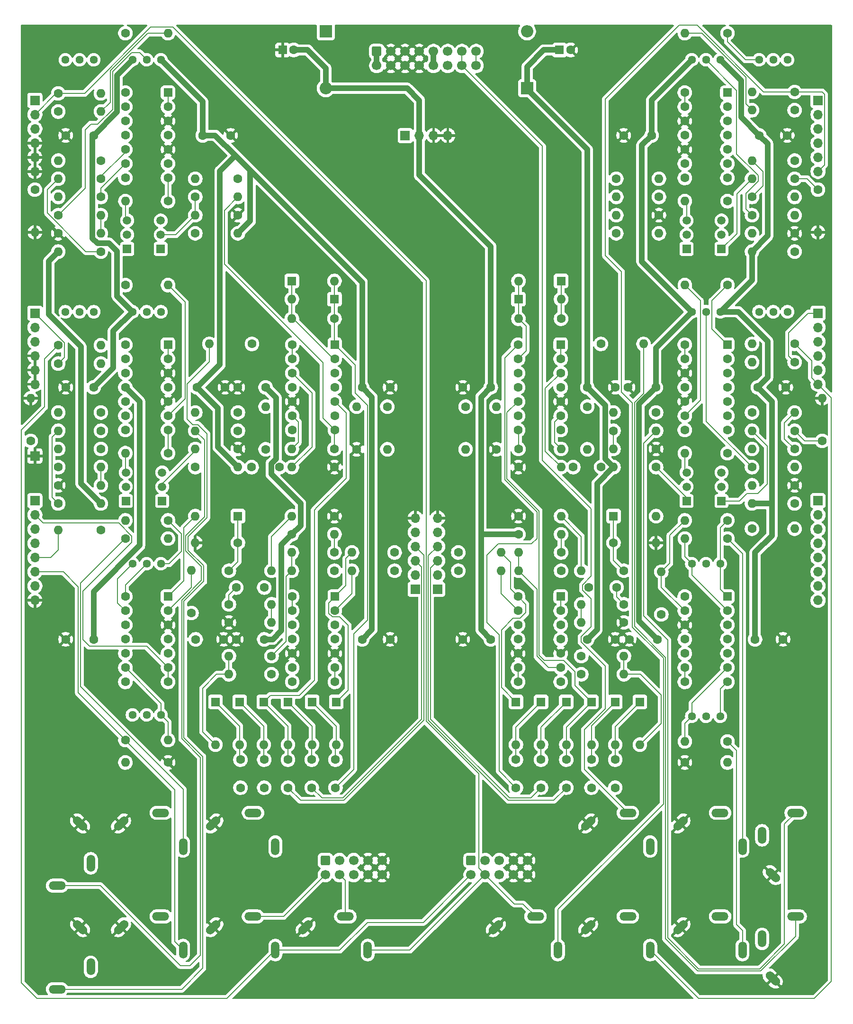
<source format=gbl>
%TF.GenerationSoftware,KiCad,Pcbnew,9.0.0*%
%TF.CreationDate,2025-03-15T21:38:37+01:00*%
%TF.ProjectId,DMH_Dual_VCF_Diode_Ladder_Mk2_PCB_1,444d485f-4475-4616-9c5f-5643465f4469,1*%
%TF.SameCoordinates,Original*%
%TF.FileFunction,Copper,L2,Bot*%
%TF.FilePolarity,Positive*%
%FSLAX46Y46*%
G04 Gerber Fmt 4.6, Leading zero omitted, Abs format (unit mm)*
G04 Created by KiCad (PCBNEW 9.0.0) date 2025-03-15 21:38:37*
%MOMM*%
%LPD*%
G01*
G04 APERTURE LIST*
G04 Aperture macros list*
%AMRoundRect*
0 Rectangle with rounded corners*
0 $1 Rounding radius*
0 $2 $3 $4 $5 $6 $7 $8 $9 X,Y pos of 4 corners*
0 Add a 4 corners polygon primitive as box body*
4,1,4,$2,$3,$4,$5,$6,$7,$8,$9,$2,$3,0*
0 Add four circle primitives for the rounded corners*
1,1,$1+$1,$2,$3*
1,1,$1+$1,$4,$5*
1,1,$1+$1,$6,$7*
1,1,$1+$1,$8,$9*
0 Add four rect primitives between the rounded corners*
20,1,$1+$1,$2,$3,$4,$5,0*
20,1,$1+$1,$4,$5,$6,$7,0*
20,1,$1+$1,$6,$7,$8,$9,0*
20,1,$1+$1,$8,$9,$2,$3,0*%
%AMHorizOval*
0 Thick line with rounded ends*
0 $1 width*
0 $2 $3 position (X,Y) of the first rounded end (center of the circle)*
0 $4 $5 position (X,Y) of the second rounded end (center of the circle)*
0 Add line between two ends*
20,1,$1,$2,$3,$4,$5,0*
0 Add two circle primitives to create the rounded ends*
1,1,$1,$2,$3*
1,1,$1,$4,$5*%
G04 Aperture macros list end*
%TA.AperFunction,ComponentPad*%
%ADD10R,1.700000X1.700000*%
%TD*%
%TA.AperFunction,ComponentPad*%
%ADD11O,1.700000X1.700000*%
%TD*%
%TA.AperFunction,ComponentPad*%
%ADD12HorizOval,1.508000X-0.533159X-0.533159X0.533159X0.533159X0*%
%TD*%
%TA.AperFunction,ComponentPad*%
%ADD13O,1.508000X3.016000*%
%TD*%
%TA.AperFunction,ComponentPad*%
%ADD14O,3.016000X1.508000*%
%TD*%
%TA.AperFunction,ComponentPad*%
%ADD15HorizOval,1.508000X-0.533159X0.533159X0.533159X-0.533159X0*%
%TD*%
%TA.AperFunction,ComponentPad*%
%ADD16RoundRect,0.250000X0.550000X0.550000X-0.550000X0.550000X-0.550000X-0.550000X0.550000X-0.550000X0*%
%TD*%
%TA.AperFunction,ComponentPad*%
%ADD17C,1.600000*%
%TD*%
%TA.AperFunction,ComponentPad*%
%ADD18R,1.600000X1.600000*%
%TD*%
%TA.AperFunction,ComponentPad*%
%ADD19O,1.600000X1.600000*%
%TD*%
%TA.AperFunction,ComponentPad*%
%ADD20RoundRect,0.250000X-0.600000X0.600000X-0.600000X-0.600000X0.600000X-0.600000X0.600000X0.600000X0*%
%TD*%
%TA.AperFunction,ComponentPad*%
%ADD21C,1.700000*%
%TD*%
%TA.AperFunction,ComponentPad*%
%ADD22R,1.500000X1.500000*%
%TD*%
%TA.AperFunction,ComponentPad*%
%ADD23C,1.500000*%
%TD*%
%TA.AperFunction,ComponentPad*%
%ADD24C,1.440000*%
%TD*%
%TA.AperFunction,ComponentPad*%
%ADD25R,2.200000X2.200000*%
%TD*%
%TA.AperFunction,ComponentPad*%
%ADD26O,2.200000X2.200000*%
%TD*%
%TA.AperFunction,Conductor*%
%ADD27C,0.200000*%
%TD*%
%TA.AperFunction,Conductor*%
%ADD28C,1.000000*%
%TD*%
G04 APERTURE END LIST*
D10*
%TO.P,J15,1,Pin_1*%
%TO.N,Net-(J15A-Pin_1)*%
X30000000Y-128000000D03*
D11*
%TO.P,J15,2,Pin_2*%
%TO.N,Net-(J15B-Pin_2)*%
X30000000Y-130540000D03*
%TO.P,J15,3,Pin_3*%
%TO.N,/CV Processing/CV1 A Input*%
X30000000Y-133080000D03*
%TO.P,J15,4,Pin_4*%
%TO.N,Net-(J15D-Pin_4)*%
X30000000Y-135620000D03*
%TO.P,J15,5,Pin_5*%
%TO.N,/CV Processing/CV A*%
X30000000Y-138160000D03*
%TO.P,J15,6,Pin_6*%
%TO.N,/CV Processing/CV2 A Input*%
X30000000Y-140700000D03*
%TO.P,J15,7,Pin_7*%
%TO.N,Net-(J15G-Pin_7)*%
X30000000Y-143240000D03*
%TO.P,J15,8,Pin_8*%
%TO.N,GND*%
X30000000Y-145780000D03*
%TD*%
D10*
%TO.P,J17,1,Pin_1*%
%TO.N,Net-(J17A-Pin_1)*%
X30000000Y-94500000D03*
D11*
%TO.P,J17,2,Pin_2*%
%TO.N,/Drive A/Drive CV Input*%
X30000000Y-97040000D03*
%TO.P,J17,3,Pin_3*%
%TO.N,Net-(J17C-Pin_3)*%
X30000000Y-99580000D03*
%TO.P,J17,4,Pin_4*%
%TO.N,GND*%
X30000000Y-102120000D03*
%TO.P,J17,5,Pin_5*%
X30000000Y-104660000D03*
%TO.P,J17,6,Pin_6*%
X30000000Y-107200000D03*
%TD*%
D12*
%TO.P,J6,S*%
%TO.N,GND*%
X78403810Y-204153810D03*
D13*
%TO.P,J6,T*%
%TO.N,/Inputs and Outputs A/Res CV Jack*%
X89500000Y-208250000D03*
D14*
%TO.P,J6,TN*%
%TO.N,Net-(J200-Pin_7)*%
X85500000Y-202250000D03*
%TD*%
D10*
%TO.P,J22,1,Pin_1*%
%TO.N,Net-(J22A-Pin_1)*%
X170000000Y-56500000D03*
D11*
%TO.P,J22,2,Pin_2*%
%TO.N,Net-(J22B-Pin_2)*%
X170000000Y-59040000D03*
%TO.P,J22,3,Pin_3*%
%TO.N,Net-(J22C-Pin_3)*%
X170000000Y-61580000D03*
%TO.P,J22,4,Pin_4*%
%TO.N,/Resonance A CV/Res CV*%
X170000000Y-64120000D03*
%TO.P,J22,5,Pin_5*%
%TO.N,Net-(J22E-Pin_5)*%
X170000000Y-66660000D03*
%TO.P,J22,6,Pin_6*%
%TO.N,/Inputs and Outputs B/Res CV Jack*%
X170000000Y-69200000D03*
%TD*%
D10*
%TO.P,J21,1,Pin_1*%
%TO.N,Net-(J21A-Pin_1)*%
X30000000Y-56500000D03*
D11*
%TO.P,J21,2,Pin_2*%
%TO.N,/Inputs and Outputs A/Res CV Jack*%
X30000000Y-59040000D03*
%TO.P,J21,3,Pin_3*%
%TO.N,Net-(J21C-Pin_3)*%
X30000000Y-61580000D03*
%TO.P,J21,4,Pin_4*%
%TO.N,GND*%
X30000000Y-64120000D03*
%TO.P,J21,5,Pin_5*%
X30000000Y-66660000D03*
%TO.P,J21,6,Pin_6*%
X30000000Y-69200000D03*
%TD*%
D12*
%TO.P,J13,S*%
%TO.N,GND*%
X112403810Y-204153810D03*
D13*
%TO.P,J13,T*%
%TO.N,/Inputs and Outputs B/Res CV Jack*%
X123500000Y-208250000D03*
D14*
%TO.P,J13,TN*%
%TO.N,/Inputs and Outputs A/Res CV Jack*%
X119500000Y-202250000D03*
%TD*%
D12*
%TO.P,J11,S*%
%TO.N,GND*%
X128903810Y-185653810D03*
D13*
%TO.P,J11,T*%
%TO.N,/CV Processing/CV3 B Input*%
X140000000Y-189750000D03*
D14*
%TO.P,J11,TN*%
%TO.N,/Inputs and Outputs A/CV 3 TN*%
X136000000Y-183750000D03*
%TD*%
D12*
%TO.P,J4,S*%
%TO.N,GND*%
X61903810Y-185653810D03*
D13*
%TO.P,J4,T*%
%TO.N,/CV Processing/CV3 A Input*%
X73000000Y-189750000D03*
D14*
%TO.P,J4,TN*%
%TO.N,/Inputs and Outputs A/CV 3 TN*%
X69000000Y-183750000D03*
%TD*%
D10*
%TO.P,J18,1,Pin_1*%
%TO.N,Net-(J18A-Pin_1)*%
X170000000Y-94500000D03*
D11*
%TO.P,J18,2,Pin_2*%
%TO.N,Net-(J18B-Pin_2)*%
X170000000Y-97040000D03*
%TO.P,J18,3,Pin_3*%
%TO.N,Net-(J18C-Pin_3)*%
X170000000Y-99580000D03*
%TO.P,J18,4,Pin_4*%
%TO.N,/Drive A/Drive CV*%
X170000000Y-102120000D03*
%TO.P,J18,5,Pin_5*%
%TO.N,Net-(J18E-Pin_5)*%
X170000000Y-104660000D03*
%TO.P,J18,6,Pin_6*%
%TO.N,/Drive B/Drive CV Input*%
X170000000Y-107200000D03*
%TD*%
D10*
%TO.P,J20,1,Pin_1*%
%TO.N,Net-(J20A-Pin_1)*%
X102000000Y-143800000D03*
D11*
%TO.P,J20,2,Pin_2*%
%TO.N,Net-(J20B-Pin_2)*%
X102000000Y-141260000D03*
%TO.P,J20,3,Pin_3*%
%TO.N,Net-(J20C-Pin_3)*%
X102000000Y-138720000D03*
%TO.P,J20,4,Pin_4*%
%TO.N,Net-(J20D-Pin_4)*%
X102000000Y-136180000D03*
%TO.P,J20,5,Pin_5*%
%TO.N,Net-(D22-K)*%
X102000000Y-133640000D03*
%TO.P,J20,6,Pin_6*%
%TO.N,GND*%
X102000000Y-131100000D03*
%TD*%
D10*
%TO.P,J0,1,Pin_1*%
%TO.N,GND*%
X30000000Y-120000000D03*
%TD*%
D12*
%TO.P,J10,S*%
%TO.N,GND*%
X145403810Y-204153810D03*
D13*
%TO.P,J10,T*%
%TO.N,/CV Processing/CV2 B Input*%
X156500000Y-208250000D03*
D14*
%TO.P,J10,TN*%
%TO.N,/CV Processing/CV2 A Input*%
X152500000Y-202250000D03*
%TD*%
D10*
%TO.P,J19,1,Pin_1*%
%TO.N,Net-(J19A-Pin_1)*%
X98000000Y-143800000D03*
D11*
%TO.P,J19,2,Pin_2*%
%TO.N,Net-(J19B-Pin_2)*%
X98000000Y-141260000D03*
%TO.P,J19,3,Pin_3*%
%TO.N,Net-(J19C-Pin_3)*%
X98000000Y-138720000D03*
%TO.P,J19,4,Pin_4*%
%TO.N,Net-(J19D-Pin_4)*%
X98000000Y-136180000D03*
%TO.P,J19,5,Pin_5*%
%TO.N,Net-(D13-K)*%
X98000000Y-133640000D03*
%TO.P,J19,6,Pin_6*%
%TO.N,GND*%
X98000000Y-131100000D03*
%TD*%
D10*
%TO.P,J23,1,Pin_1*%
%TO.N,+12V*%
X96200000Y-62775000D03*
D11*
%TO.P,J23,2,Pin_2*%
%TO.N,-12V*%
X98740000Y-62775000D03*
%TO.P,J23,3,Pin_3*%
%TO.N,GND*%
X101280000Y-62775000D03*
%TO.P,J23,4,Pin_4*%
X103820000Y-62775000D03*
%TD*%
D10*
%TO.P,J16,1,Pin_1*%
%TO.N,Net-(J16A-Pin_1)*%
X170000000Y-128000000D03*
D11*
%TO.P,J16,2,Pin_2*%
%TO.N,Net-(J16B-Pin_2)*%
X170000000Y-130540000D03*
%TO.P,J16,3,Pin_3*%
%TO.N,Net-(J16C-Pin_3)*%
X170000000Y-133080000D03*
%TO.P,J16,4,Pin_4*%
%TO.N,/CV Processing/CV1 B Input*%
X170000000Y-135620000D03*
%TO.P,J16,5,Pin_5*%
%TO.N,/CV Processing/CV B*%
X170000000Y-138160000D03*
%TO.P,J16,6,Pin_6*%
%TO.N,/CV Processing/Link CV Switch*%
X170000000Y-140700000D03*
%TO.P,J16,7,Pin_7*%
%TO.N,Net-(J16G-Pin_7)*%
X170000000Y-143240000D03*
%TO.P,J16,8,Pin_8*%
%TO.N,/CV Processing/CV2 B Input*%
X170000000Y-145780000D03*
%TD*%
D15*
%TO.P,J8,S*%
%TO.N,GND*%
X161903810Y-194846190D03*
D14*
%TO.P,J8,T*%
%TO.N,/Drive B/Input*%
X166000000Y-183750000D03*
D13*
%TO.P,J8,TN*%
%TO.N,/Drive A/Input*%
X160000000Y-187750000D03*
%TD*%
D12*
%TO.P,J3,S*%
%TO.N,GND*%
X45403810Y-204153810D03*
D13*
%TO.P,J3,T*%
%TO.N,/CV Processing/CV2 A Input*%
X56500000Y-208250000D03*
D14*
%TO.P,J3,TN*%
%TO.N,Net-(J200-Pin_3)*%
X52500000Y-202250000D03*
%TD*%
D12*
%TO.P,J2,S*%
%TO.N,GND*%
X45403810Y-185653810D03*
D13*
%TO.P,J2,T*%
%TO.N,/CV Processing/CV1 A Input*%
X56500000Y-189750000D03*
D14*
%TO.P,J2,TN*%
%TO.N,Net-(J200-Pin_2)*%
X52500000Y-183750000D03*
%TD*%
D12*
%TO.P,J5,S*%
%TO.N,GND*%
X61903810Y-204153810D03*
D13*
%TO.P,J5,T*%
%TO.N,/Drive A/Drive CV Input*%
X73000000Y-208250000D03*
D14*
%TO.P,J5,TN*%
%TO.N,Net-(J200-Pin_6)*%
X69000000Y-202250000D03*
%TD*%
D12*
%TO.P,J12,S*%
%TO.N,GND*%
X128903810Y-204153810D03*
D13*
%TO.P,J12,T*%
%TO.N,/Drive B/Drive CV Input*%
X140000000Y-208250000D03*
D14*
%TO.P,J12,TN*%
%TO.N,/Drive A/Drive CV Input*%
X136000000Y-202250000D03*
%TD*%
D12*
%TO.P,J9,S*%
%TO.N,GND*%
X145403810Y-185653810D03*
D13*
%TO.P,J9,T*%
%TO.N,/CV Processing/CV1 B Input*%
X156500000Y-189750000D03*
D14*
%TO.P,J9,TN*%
%TO.N,/CV Processing/CV1 A Input*%
X152500000Y-183750000D03*
%TD*%
D15*
%TO.P,J14,S*%
%TO.N,GND*%
X161903810Y-213346190D03*
D14*
%TO.P,J14,T*%
%TO.N,/Core Circuit B/Output*%
X166000000Y-202250000D03*
D13*
%TO.P,J14,TN*%
%TO.N,Net-(J210-Pin_8)*%
X160000000Y-206250000D03*
%TD*%
D15*
%TO.P,J1,S*%
%TO.N,GND*%
X38096190Y-185653810D03*
D14*
%TO.P,J1,T*%
%TO.N,/Drive A/Input*%
X34000000Y-196750000D03*
D13*
%TO.P,J1,TN*%
%TO.N,Net-(J200-Pin_1)*%
X40000000Y-192750000D03*
%TD*%
D15*
%TO.P,J7,S*%
%TO.N,GND*%
X38096190Y-204153810D03*
D14*
%TO.P,J7,T*%
%TO.N,/Core Circuit A/Output*%
X34000000Y-215250000D03*
D13*
%TO.P,J7,TN*%
%TO.N,Net-(J200-Pin_8)*%
X40000000Y-211250000D03*
%TD*%
D16*
%TO.P,U2,1*%
%TO.N,Net-(R81-Pad1)*%
X153800000Y-55125000D03*
D17*
%TO.P,U2,2,-*%
%TO.N,Net-(U2A--)*%
X153800000Y-57665000D03*
%TO.P,U2,3,+*%
%TO.N,Net-(J22E-Pin_5)*%
X153800000Y-60205000D03*
%TO.P,U2,4,V+*%
%TO.N,+12V*%
X153800000Y-62745000D03*
%TO.P,U2,5,+*%
%TO.N,Net-(U2B-+)*%
X153800000Y-65285000D03*
%TO.P,U2,6,-*%
%TO.N,Net-(U2B--)*%
X153800000Y-67825000D03*
%TO.P,U2,7*%
%TO.N,/Core Circuit B/Res Input*%
X153800000Y-70365000D03*
%TO.P,U2,8*%
%TO.N,Net-(J22B-Pin_2)*%
X146180000Y-70365000D03*
%TO.P,U2,9,-*%
%TO.N,Net-(U2C--)*%
X146180000Y-67825000D03*
%TO.P,U2,10,+*%
%TO.N,GND*%
X146180000Y-65285000D03*
%TO.P,U2,11,V-*%
%TO.N,-12V*%
X146180000Y-62745000D03*
%TO.P,U2,12,+*%
%TO.N,GND*%
X146180000Y-60205000D03*
%TO.P,U2,13,-*%
%TO.N,Net-(U2D--)*%
X146180000Y-57665000D03*
%TO.P,U2,14*%
X146180000Y-55125000D03*
%TD*%
D18*
%TO.P,D20,1,K*%
%TO.N,Net-(D20-K)*%
X120500000Y-163940000D03*
D19*
%TO.P,D20,2,A*%
%TO.N,Net-(D19-K)*%
X120500000Y-171560000D03*
%TD*%
D20*
%TO.P,J210,1,Pin_1*%
%TO.N,/Drive A/Input*%
X107960000Y-192247500D03*
D21*
%TO.P,J210,2,Pin_2*%
%TO.N,/CV Processing/CV1 A Input*%
X110500000Y-192247500D03*
%TO.P,J210,3,Pin_3*%
%TO.N,/CV Processing/CV2 A Input*%
X113040000Y-192247500D03*
%TO.P,J210,4,Pin_4*%
%TO.N,GND*%
X115580000Y-192247500D03*
%TO.P,J210,5,Pin_5*%
X118120000Y-192247500D03*
%TO.P,J210,6,Pin_6*%
%TO.N,/Drive A/Drive CV Input*%
X107960000Y-194787500D03*
%TO.P,J210,7,Pin_7*%
%TO.N,/Inputs and Outputs A/Res CV Jack*%
X110500000Y-194787500D03*
%TO.P,J210,8,Pin_8*%
%TO.N,Net-(J210-Pin_8)*%
X113040000Y-194787500D03*
%TO.P,J210,9,Pin_9*%
%TO.N,GND*%
X115580000Y-194787500D03*
%TO.P,J210,10,Pin_10*%
X118120000Y-194787500D03*
%TD*%
D16*
%TO.P,U4,1*%
%TO.N,Net-(U4A--)*%
X124000000Y-100125000D03*
D17*
%TO.P,U4,2,-*%
X124000000Y-102665000D03*
%TO.P,U4,3,+*%
%TO.N,Net-(U4A-+)*%
X124000000Y-105205000D03*
%TO.P,U4,4,V+*%
%TO.N,+12V*%
X124000000Y-107745000D03*
%TO.P,U4,5,+*%
%TO.N,GND*%
X124000000Y-110285000D03*
%TO.P,U4,6,-*%
%TO.N,Net-(U4B--)*%
X124000000Y-112825000D03*
%TO.P,U4,7*%
%TO.N,Net-(C34-Pad1)*%
X124000000Y-115365000D03*
%TO.P,U4,8*%
%TO.N,/Core Circuit B/Raw Output*%
X116380000Y-115365000D03*
%TO.P,U4,9,-*%
%TO.N,Net-(U4C--)*%
X116380000Y-112825000D03*
%TO.P,U4,10,+*%
%TO.N,Net-(D18-K)*%
X116380000Y-110285000D03*
%TO.P,U4,11,V-*%
%TO.N,-12V*%
X116380000Y-107745000D03*
%TO.P,U4,12,+*%
%TO.N,/Core Circuit B/Res Input*%
X116380000Y-105205000D03*
%TO.P,U4,13,-*%
%TO.N,Net-(D22-K)*%
X116380000Y-102665000D03*
%TO.P,U4,14*%
%TO.N,Net-(D22-A)*%
X116380000Y-100125000D03*
%TD*%
D18*
%TO.P,D7,1,K*%
%TO.N,Net-(D7-K)*%
X62293750Y-163940000D03*
D19*
%TO.P,D7,2,A*%
%TO.N,Net-(D7-A)*%
X62293750Y-171560000D03*
%TD*%
D22*
%TO.P,Q5,1,C*%
%TO.N,Net-(Q5-C)*%
X52750000Y-128040000D03*
D23*
%TO.P,Q5,2,B*%
%TO.N,Net-(Q5-B)*%
X52750000Y-125500000D03*
%TO.P,Q5,3,E*%
%TO.N,Net-(Q5-E)*%
X52750000Y-122960000D03*
%TD*%
D17*
%TO.P,R105,1*%
%TO.N,Net-(R105-Pad1)*%
X46190000Y-89500000D03*
D19*
%TO.P,R105,2*%
%TO.N,Net-(U9B--)*%
X53810000Y-89500000D03*
%TD*%
D17*
%TO.P,R104,1*%
%TO.N,/Drive A/Drive CV Input*%
X34190000Y-100250000D03*
D19*
%TO.P,R104,2*%
%TO.N,Net-(U9D--)*%
X41810000Y-100250000D03*
%TD*%
D17*
%TO.P,R74,1*%
%TO.N,GND*%
X34190000Y-80250000D03*
D19*
%TO.P,R74,2*%
%TO.N,Net-(Q2-B)*%
X41810000Y-80250000D03*
%TD*%
D18*
%TO.P,D23,1,K*%
%TO.N,Net-(D22-A)*%
X124060000Y-88750000D03*
D19*
%TO.P,D23,2,A*%
%TO.N,Net-(D22-K)*%
X116440000Y-88750000D03*
%TD*%
D17*
%TO.P,C12,1*%
%TO.N,GND*%
X66000000Y-152750000D03*
%TO.P,C12,2*%
%TO.N,-12V*%
X71000000Y-152750000D03*
%TD*%
%TO.P,R59,1*%
%TO.N,Net-(U4B--)*%
X128750000Y-111190000D03*
D19*
%TO.P,R59,2*%
%TO.N,Net-(C34-Pad1)*%
X128750000Y-118810000D03*
%TD*%
D17*
%TO.P,C25,1*%
%TO.N,Net-(D7-K)*%
X66750000Y-174250000D03*
%TO.P,C25,2*%
%TO.N,Net-(D13-A)*%
X66750000Y-179250000D03*
%TD*%
%TO.P,C33,1*%
%TO.N,Net-(D20-K)*%
X116000000Y-174250000D03*
%TO.P,C33,2*%
%TO.N,Net-(D22-A)*%
X116000000Y-179250000D03*
%TD*%
%TO.P,R100,1*%
%TO.N,Net-(U9C--)*%
X41810000Y-118750000D03*
D19*
%TO.P,R100,2*%
%TO.N,Net-(Q5-C)*%
X34190000Y-118750000D03*
%TD*%
D17*
%TO.P,R93,1*%
%TO.N,Net-(U2B-+)*%
X170000000Y-72440000D03*
D19*
%TO.P,R93,2*%
%TO.N,GND*%
X170000000Y-80060000D03*
%TD*%
D17*
%TO.P,R98,1*%
%TO.N,Net-(Q6-C)*%
X34190000Y-128500000D03*
D19*
%TO.P,R98,2*%
%TO.N,+12V*%
X41810000Y-128500000D03*
%TD*%
D22*
%TO.P,Q6,1,C*%
%TO.N,Net-(Q6-C)*%
X46250000Y-128040000D03*
D23*
%TO.P,Q6,2,B*%
%TO.N,Net-(Q6-B)*%
X46250000Y-125500000D03*
%TO.P,Q6,3,E*%
%TO.N,Net-(Q5-E)*%
X46250000Y-122960000D03*
%TD*%
D24*
%TO.P,RV26,1,1*%
%TO.N,-12V*%
X47460000Y-94250000D03*
%TO.P,RV26,2,2*%
%TO.N,Net-(R107-Pad1)*%
X50000000Y-94250000D03*
%TO.P,RV26,3,3*%
%TO.N,+12V*%
X52540000Y-94250000D03*
%TD*%
D17*
%TO.P,R83,1*%
%TO.N,Net-(U2C--)*%
X133940000Y-70500000D03*
D19*
%TO.P,R83,2*%
%TO.N,Net-(J22B-Pin_2)*%
X141560000Y-70500000D03*
%TD*%
D17*
%TO.P,R121,1*%
%TO.N,/Drive B/Drive CV Input*%
X165810000Y-100000000D03*
D19*
%TO.P,R121,2*%
%TO.N,Net-(U10A--)*%
X158190000Y-100000000D03*
%TD*%
D17*
%TO.P,R37,1*%
%TO.N,Net-(R37-Pad1)*%
X72310000Y-159000000D03*
D19*
%TO.P,R37,2*%
%TO.N,Net-(D7-A)*%
X64690000Y-159000000D03*
%TD*%
D17*
%TO.P,R87,1*%
%TO.N,GND*%
X165810000Y-80250000D03*
D19*
%TO.P,R87,2*%
%TO.N,Net-(Q4-B)*%
X158190000Y-80250000D03*
%TD*%
D18*
%TO.P,C1,1*%
%TO.N,+12V*%
X123794888Y-47500000D03*
D17*
%TO.P,C1,2*%
%TO.N,GND*%
X125794888Y-47500000D03*
%TD*%
%TO.P,R92,1*%
%TO.N,Net-(U2B-+)*%
X165810000Y-70500000D03*
D19*
%TO.P,R92,2*%
%TO.N,Net-(Q4-C)*%
X158190000Y-70500000D03*
%TD*%
D17*
%TO.P,R115,1*%
%TO.N,Net-(Q8-C)*%
X165810000Y-128500000D03*
D19*
%TO.P,R115,2*%
%TO.N,+12V*%
X158190000Y-128500000D03*
%TD*%
D17*
%TO.P,R38,1*%
%TO.N,Net-(D13-A)*%
X83560000Y-95500000D03*
D19*
%TO.P,R38,2*%
%TO.N,Net-(D13-K)*%
X75940000Y-95500000D03*
%TD*%
D16*
%TO.P,U1,1*%
%TO.N,Net-(U1A--)*%
X53800000Y-55125000D03*
D17*
%TO.P,U1,2,-*%
X53800000Y-57665000D03*
%TO.P,U1,3,+*%
%TO.N,GND*%
X53800000Y-60205000D03*
%TO.P,U1,4,V+*%
%TO.N,+12V*%
X53800000Y-62745000D03*
%TO.P,U1,5,+*%
%TO.N,GND*%
X53800000Y-65285000D03*
%TO.P,U1,6,-*%
%TO.N,Net-(U1B--)*%
X53800000Y-67825000D03*
%TO.P,U1,7*%
%TO.N,/Resonance A CV/Res CV*%
X53800000Y-70365000D03*
%TO.P,U1,8*%
%TO.N,/Core Circuit A/Res Input*%
X46180000Y-70365000D03*
%TO.P,U1,9,-*%
%TO.N,Net-(U1C--)*%
X46180000Y-67825000D03*
%TO.P,U1,10,+*%
%TO.N,Net-(U1C-+)*%
X46180000Y-65285000D03*
%TO.P,U1,11,V-*%
%TO.N,-12V*%
X46180000Y-62745000D03*
%TO.P,U1,12,+*%
%TO.N,Net-(J21C-Pin_3)*%
X46180000Y-60205000D03*
%TO.P,U1,13,-*%
%TO.N,Net-(U1D--)*%
X46180000Y-57665000D03*
%TO.P,U1,14*%
%TO.N,Net-(R70-Pad1)*%
X46180000Y-55125000D03*
%TD*%
%TO.P,C30,1*%
%TO.N,Net-(J20D-Pin_4)*%
X125000000Y-179250000D03*
%TO.P,C30,2*%
%TO.N,Net-(D18-K)*%
X125000000Y-174250000D03*
%TD*%
%TO.P,R28,1*%
%TO.N,-12V*%
X75940000Y-134000000D03*
D19*
%TO.P,R28,2*%
%TO.N,Net-(D6-K)*%
X83560000Y-134000000D03*
%TD*%
D17*
%TO.P,R142,1*%
%TO.N,Net-(U3B--)*%
X93000000Y-111190000D03*
D19*
%TO.P,R142,2*%
%TO.N,/Core Circuit A/Raw Output*%
X93000000Y-118810000D03*
%TD*%
D22*
%TO.P,Q8,1,C*%
%TO.N,Net-(Q8-C)*%
X152750000Y-128040000D03*
D23*
%TO.P,Q8,2,B*%
%TO.N,Net-(Q8-B)*%
X152750000Y-125500000D03*
%TO.P,Q8,3,E*%
%TO.N,Net-(Q7-E)*%
X152750000Y-122960000D03*
%TD*%
D17*
%TO.P,R21,1*%
%TO.N,/CV Processing/CV2 B Input*%
X153810000Y-171000000D03*
D19*
%TO.P,R21,2*%
%TO.N,Net-(U8B--)*%
X146190000Y-171000000D03*
%TD*%
D18*
%TO.P,D6,1,K*%
%TO.N,Net-(D6-K)*%
X66310000Y-130750000D03*
D19*
%TO.P,D6,2,A*%
%TO.N,/CV Processing/CV A*%
X58690000Y-130750000D03*
%TD*%
D17*
%TO.P,R41,1*%
%TO.N,Net-(U3C--)*%
X71250000Y-118810000D03*
D19*
%TO.P,R41,2*%
%TO.N,Net-(C27-Pad1)*%
X71250000Y-111190000D03*
%TD*%
D17*
%TO.P,R84,1*%
%TO.N,Net-(Q3-B)*%
X141560000Y-73750000D03*
D19*
%TO.P,R84,2*%
%TO.N,/Core Circuit B/Raw Output*%
X133940000Y-73750000D03*
%TD*%
D22*
%TO.P,Q7,1,C*%
%TO.N,Net-(Q7-C)*%
X146500000Y-128040000D03*
D23*
%TO.P,Q7,2,B*%
%TO.N,Net-(Q7-B)*%
X146500000Y-125500000D03*
%TO.P,Q7,3,E*%
%TO.N,Net-(Q7-E)*%
X146500000Y-122960000D03*
%TD*%
D17*
%TO.P,R56,1*%
%TO.N,Net-(D22-A)*%
X124060000Y-95500000D03*
D19*
%TO.P,R56,2*%
%TO.N,Net-(D22-K)*%
X116440000Y-95500000D03*
%TD*%
D17*
%TO.P,R4,1*%
%TO.N,Net-(R4-Pad1)*%
X53810000Y-131500000D03*
D19*
%TO.P,R4,2*%
%TO.N,Net-(J15A-Pin_1)*%
X46190000Y-131500000D03*
%TD*%
D17*
%TO.P,R35,1*%
%TO.N,Net-(U5C--)*%
X72310000Y-155750000D03*
D19*
%TO.P,R35,2*%
%TO.N,Net-(D7-A)*%
X64690000Y-155750000D03*
%TD*%
D24*
%TO.P,RV4,1,1*%
%TO.N,Net-(U7C--)*%
X52540000Y-166250000D03*
%TO.P,RV4,2,2*%
%TO.N,Net-(R7-Pad1)*%
X50000000Y-166250000D03*
%TO.P,RV4,3,3*%
X47460000Y-166250000D03*
%TD*%
D17*
%TO.P,C4,1*%
%TO.N,GND*%
X35500000Y-62750000D03*
%TO.P,C4,2*%
%TO.N,-12V*%
X40500000Y-62750000D03*
%TD*%
%TO.P,R32,1*%
%TO.N,Net-(D6-K)*%
X83560000Y-137250000D03*
D19*
%TO.P,R32,2*%
%TO.N,Net-(U5C--)*%
X75940000Y-137250000D03*
%TD*%
D17*
%TO.P,C32,1*%
%TO.N,Net-(D16-K)*%
X133750000Y-174250000D03*
%TO.P,C32,2*%
%TO.N,Net-(D22-A)*%
X133750000Y-179250000D03*
%TD*%
%TO.P,C22,1*%
%TO.N,Net-(J19C-Pin_3)*%
X71000000Y-179250000D03*
%TO.P,C22,2*%
%TO.N,Net-(D8-K)*%
X71000000Y-174250000D03*
%TD*%
%TO.P,R69,1*%
%TO.N,/Inputs and Outputs A/Res CV Jack*%
X34190000Y-55250000D03*
D19*
%TO.P,R69,2*%
%TO.N,Net-(U1D--)*%
X41810000Y-55250000D03*
%TD*%
D17*
%TO.P,R39,1*%
%TO.N,/Core Circuit A/Raw Output*%
X83560000Y-118750000D03*
D19*
%TO.P,R39,2*%
%TO.N,Net-(U3C--)*%
X75940000Y-118750000D03*
%TD*%
D17*
%TO.P,R127,1*%
%TO.N,Net-(J18C-Pin_3)*%
X153810000Y-119500000D03*
D19*
%TO.P,R127,2*%
%TO.N,Net-(Q7-E)*%
X146190000Y-119500000D03*
%TD*%
D16*
%TO.P,U6,1*%
%TO.N,Net-(J20A-Pin_1)*%
X124000000Y-145125000D03*
D17*
%TO.P,U6,2,-*%
X124000000Y-147665000D03*
%TO.P,U6,3,+*%
%TO.N,Net-(U6A-+)*%
X124000000Y-150205000D03*
%TO.P,U6,4,V+*%
%TO.N,+12V*%
X124000000Y-152745000D03*
%TO.P,U6,5,+*%
%TO.N,GND*%
X124000000Y-155285000D03*
%TO.P,U6,6,-*%
%TO.N,Net-(U6B--)*%
X124000000Y-157825000D03*
%TO.P,U6,7*%
%TO.N,Net-(R55-Pad1)*%
X124000000Y-160365000D03*
%TO.P,U6,8*%
%TO.N,Net-(U6C--)*%
X116380000Y-160365000D03*
%TO.P,U6,9,-*%
X116380000Y-157825000D03*
%TO.P,U6,10,+*%
%TO.N,GND*%
X116380000Y-155285000D03*
%TO.P,U6,11,V-*%
%TO.N,-12V*%
X116380000Y-152745000D03*
%TO.P,U6,12,+*%
%TO.N,Net-(U6D-+)*%
X116380000Y-150205000D03*
%TO.P,U6,13,-*%
%TO.N,Net-(U6D--)*%
X116380000Y-147665000D03*
%TO.P,U6,14*%
%TO.N,Net-(D21-K)*%
X116380000Y-145125000D03*
%TD*%
D18*
%TO.P,D14,1,K*%
%TO.N,Net-(D13-A)*%
X83560000Y-92000000D03*
D19*
%TO.P,D14,2,A*%
%TO.N,Net-(D13-K)*%
X75940000Y-92000000D03*
%TD*%
D24*
%TO.P,RV8,1,1*%
%TO.N,Net-(U8A--)*%
X147450000Y-139250000D03*
%TO.P,RV8,2,2*%
%TO.N,Net-(R19-Pad1)*%
X149990000Y-139250000D03*
%TO.P,RV8,3,3*%
X152530000Y-139250000D03*
%TD*%
D17*
%TO.P,R49,1*%
%TO.N,Net-(J20B-Pin_2)*%
X124060000Y-140500000D03*
D19*
%TO.P,R49,2*%
%TO.N,Net-(U6B--)*%
X116440000Y-140500000D03*
%TD*%
D17*
%TO.P,R73,1*%
%TO.N,GND*%
X66310000Y-77000000D03*
D19*
%TO.P,R73,2*%
%TO.N,Net-(Q1-B)*%
X58690000Y-77000000D03*
%TD*%
D17*
%TO.P,R44,1*%
%TO.N,Net-(C28-Pad2)*%
X135310000Y-146500000D03*
D19*
%TO.P,R44,2*%
%TO.N,Net-(U6A-+)*%
X127690000Y-146500000D03*
%TD*%
D17*
%TO.P,R119,1*%
%TO.N,Net-(U10B-+)*%
X165810000Y-115500000D03*
D19*
%TO.P,R119,2*%
%TO.N,Net-(Q8-C)*%
X158190000Y-115500000D03*
%TD*%
D16*
%TO.P,U5,1*%
%TO.N,Net-(D12-K)*%
X83620000Y-145125000D03*
D17*
%TO.P,U5,2,-*%
%TO.N,Net-(U5A--)*%
X83620000Y-147665000D03*
%TO.P,U5,3,+*%
%TO.N,Net-(U5A-+)*%
X83620000Y-150205000D03*
%TO.P,U5,4,V+*%
%TO.N,+12V*%
X83620000Y-152745000D03*
%TO.P,U5,5,+*%
%TO.N,GND*%
X83620000Y-155285000D03*
%TO.P,U5,6,-*%
%TO.N,Net-(U5B--)*%
X83620000Y-157825000D03*
%TO.P,U5,7*%
X83620000Y-160365000D03*
%TO.P,U5,8*%
%TO.N,Net-(R37-Pad1)*%
X76000000Y-160365000D03*
%TO.P,U5,9,-*%
%TO.N,Net-(U5C--)*%
X76000000Y-157825000D03*
%TO.P,U5,10,+*%
%TO.N,GND*%
X76000000Y-155285000D03*
%TO.P,U5,11,V-*%
%TO.N,-12V*%
X76000000Y-152745000D03*
%TO.P,U5,12,+*%
%TO.N,Net-(U5D-+)*%
X76000000Y-150205000D03*
%TO.P,U5,13,-*%
%TO.N,Net-(J19A-Pin_1)*%
X76000000Y-147665000D03*
%TO.P,U5,14*%
X76000000Y-145125000D03*
%TD*%
%TO.P,C36,1*%
%TO.N,GND*%
X136000000Y-107750000D03*
%TO.P,C36,2*%
%TO.N,-12V*%
X141000000Y-107750000D03*
%TD*%
%TO.P,R36,1*%
%TO.N,Net-(U5A--)*%
X94310000Y-137250000D03*
D19*
%TO.P,R36,2*%
%TO.N,Net-(D12-K)*%
X86690000Y-137250000D03*
%TD*%
D17*
%TO.P,R30,1*%
%TO.N,Net-(D6-K)*%
X66310000Y-135500000D03*
D19*
%TO.P,R30,2*%
%TO.N,GND*%
X58690000Y-135500000D03*
%TD*%
D17*
%TO.P,R125,1*%
%TO.N,GND*%
X141060000Y-118750000D03*
D19*
%TO.P,R125,2*%
%TO.N,Net-(Q7-B)*%
X133440000Y-118750000D03*
%TD*%
D25*
%TO.P,D2,1,K*%
%TO.N,Net-(D2-K)*%
X82000000Y-44170000D03*
D26*
%TO.P,D2,2,A*%
%TO.N,-12V*%
X82000000Y-54330000D03*
%TD*%
D17*
%TO.P,C29,1*%
%TO.N,Net-(J20C-Pin_3)*%
X129500000Y-179250000D03*
%TO.P,C29,2*%
%TO.N,Net-(D17-K)*%
X129500000Y-174250000D03*
%TD*%
%TO.P,R27,1*%
%TO.N,GND*%
X64690000Y-149750000D03*
D19*
%TO.P,R27,2*%
%TO.N,Net-(U5D-+)*%
X72310000Y-149750000D03*
%TD*%
D17*
%TO.P,R91,1*%
%TO.N,Net-(U2B--)*%
X158190000Y-73750000D03*
D19*
%TO.P,R91,2*%
%TO.N,Net-(Q3-C)*%
X165810000Y-73750000D03*
%TD*%
D17*
%TO.P,R134,1*%
%TO.N,GND*%
X146190000Y-174750000D03*
D19*
%TO.P,R134,2*%
%TO.N,/CV Processing/CV3 B Input*%
X153810000Y-174750000D03*
%TD*%
D18*
%TO.P,D21,1,K*%
%TO.N,Net-(D21-K)*%
X116000000Y-163940000D03*
D19*
%TO.P,D21,2,A*%
%TO.N,Net-(D20-K)*%
X116000000Y-171560000D03*
%TD*%
D17*
%TO.P,R102,1*%
%TO.N,Net-(U9C-+)*%
X41810000Y-115500000D03*
D19*
%TO.P,R102,2*%
%TO.N,Net-(Q6-C)*%
X34190000Y-115500000D03*
%TD*%
D17*
%TO.P,C3,1*%
%TO.N,+12V*%
X60000000Y-62750000D03*
%TO.P,C3,2*%
%TO.N,GND*%
X65000000Y-62750000D03*
%TD*%
%TO.P,C19,1*%
%TO.N,+12V*%
X59000000Y-107750000D03*
%TO.P,C19,2*%
%TO.N,GND*%
X64000000Y-107750000D03*
%TD*%
%TO.P,R45,1*%
%TO.N,GND*%
X135310000Y-149750000D03*
D19*
%TO.P,R45,2*%
%TO.N,Net-(U6A-+)*%
X127690000Y-149750000D03*
%TD*%
D17*
%TO.P,R86,1*%
%TO.N,Net-(J22C-Pin_3)*%
X153810000Y-74500000D03*
D19*
%TO.P,R86,2*%
%TO.N,Net-(Q3-E)*%
X146190000Y-74500000D03*
%TD*%
D17*
%TO.P,C20,1*%
%TO.N,GND*%
X35500000Y-107750000D03*
%TO.P,C20,2*%
%TO.N,-12V*%
X40500000Y-107750000D03*
%TD*%
%TO.P,R126,1*%
%TO.N,GND*%
X165810000Y-125250000D03*
D19*
%TO.P,R126,2*%
%TO.N,Net-(Q8-B)*%
X158190000Y-125250000D03*
%TD*%
D16*
%TO.P,U8,1*%
%TO.N,Net-(R19-Pad1)*%
X153800000Y-145125000D03*
D17*
%TO.P,U8,2,-*%
%TO.N,Net-(U8A--)*%
X153800000Y-147665000D03*
%TO.P,U8,3,+*%
%TO.N,Net-(J16C-Pin_3)*%
X153800000Y-150205000D03*
%TO.P,U8,4,V+*%
%TO.N,+12V*%
X153800000Y-152745000D03*
%TO.P,U8,5,+*%
%TO.N,Net-(J16G-Pin_7)*%
X153800000Y-155285000D03*
%TO.P,U8,6,-*%
%TO.N,Net-(U8B--)*%
X153800000Y-157825000D03*
%TO.P,U8,7*%
%TO.N,Net-(R22-Pad1)*%
X153800000Y-160365000D03*
%TO.P,U8,8*%
%TO.N,Net-(J16B-Pin_2)*%
X146180000Y-160365000D03*
%TO.P,U8,9,-*%
X146180000Y-157825000D03*
%TO.P,U8,10,+*%
%TO.N,/CV Processing/CV3 B Input*%
X146180000Y-155285000D03*
%TO.P,U8,11,V-*%
%TO.N,-12V*%
X146180000Y-152745000D03*
%TO.P,U8,12,+*%
%TO.N,GND*%
X146180000Y-150205000D03*
%TO.P,U8,13,-*%
%TO.N,Net-(J16A-Pin_1)*%
X146180000Y-147665000D03*
%TO.P,U8,14*%
%TO.N,/CV Processing/CV B*%
X146180000Y-145125000D03*
%TD*%
%TO.P,R120,1*%
%TO.N,Net-(U10B-+)*%
X170750000Y-117310000D03*
D19*
%TO.P,R120,2*%
%TO.N,GND*%
X170750000Y-109690000D03*
%TD*%
D24*
%TO.P,RV17,1,1*%
%TO.N,-12V*%
X47460000Y-49250000D03*
%TO.P,RV17,2,2*%
%TO.N,Net-(R72-Pad1)*%
X50000000Y-49250000D03*
%TO.P,RV17,3,3*%
%TO.N,+12V*%
X52540000Y-49250000D03*
%TD*%
D17*
%TO.P,R85,1*%
%TO.N,GND*%
X141560000Y-77000000D03*
D19*
%TO.P,R85,2*%
%TO.N,Net-(Q3-B)*%
X133940000Y-77000000D03*
%TD*%
D18*
%TO.P,C2,1*%
%TO.N,GND*%
X74294888Y-47500000D03*
D17*
%TO.P,C2,2*%
%TO.N,-12V*%
X76294888Y-47500000D03*
%TD*%
D18*
%TO.P,D17,1,K*%
%TO.N,Net-(D17-K)*%
X133750000Y-163940000D03*
D19*
%TO.P,D17,2,A*%
%TO.N,Net-(D16-K)*%
X133750000Y-171560000D03*
%TD*%
D18*
%TO.P,D18,1,K*%
%TO.N,Net-(D18-K)*%
X129500000Y-163940000D03*
D19*
%TO.P,D18,2,A*%
%TO.N,Net-(D17-K)*%
X129500000Y-171560000D03*
%TD*%
D17*
%TO.P,C24,1*%
%TO.N,Net-(J19C-Pin_3)*%
X79500000Y-179250000D03*
%TO.P,C24,2*%
%TO.N,Net-(D10-K)*%
X79500000Y-174250000D03*
%TD*%
D16*
%TO.P,U7,1*%
%TO.N,/CV Processing/CV A*%
X53800000Y-145125000D03*
D17*
%TO.P,U7,2,-*%
%TO.N,Net-(J15A-Pin_1)*%
X53800000Y-147665000D03*
%TO.P,U7,3,+*%
%TO.N,GND*%
X53800000Y-150205000D03*
%TO.P,U7,4,V+*%
%TO.N,+12V*%
X53800000Y-152745000D03*
%TO.P,U7,5,+*%
%TO.N,/CV Processing/CV3 A Input*%
X53800000Y-155285000D03*
%TO.P,U7,6,-*%
%TO.N,Net-(J15B-Pin_2)*%
X53800000Y-157825000D03*
%TO.P,U7,7*%
X53800000Y-160365000D03*
%TO.P,U7,8*%
%TO.N,Net-(R7-Pad1)*%
X46180000Y-160365000D03*
%TO.P,U7,9,-*%
%TO.N,Net-(U7C--)*%
X46180000Y-157825000D03*
%TO.P,U7,10,+*%
%TO.N,Net-(J15G-Pin_7)*%
X46180000Y-155285000D03*
%TO.P,U7,11,V-*%
%TO.N,-12V*%
X46180000Y-152745000D03*
%TO.P,U7,12,+*%
%TO.N,Net-(J15D-Pin_4)*%
X46180000Y-150205000D03*
%TO.P,U7,13,-*%
%TO.N,Net-(U7D--)*%
X46180000Y-147665000D03*
%TO.P,U7,14*%
%TO.N,Net-(R4-Pad1)*%
X46180000Y-145125000D03*
%TD*%
%TO.P,R114,1*%
%TO.N,Net-(Q7-C)*%
X141060000Y-122000000D03*
D19*
%TO.P,R114,2*%
%TO.N,+12V*%
X133440000Y-122000000D03*
%TD*%
D18*
%TO.P,D22,1,K*%
%TO.N,Net-(D22-K)*%
X116440000Y-92000000D03*
D19*
%TO.P,D22,2,A*%
%TO.N,Net-(D22-A)*%
X124060000Y-92000000D03*
%TD*%
D17*
%TO.P,R129,1*%
%TO.N,Net-(U10C--)*%
X141060000Y-112250000D03*
D19*
%TO.P,R129,2*%
%TO.N,Net-(J18B-Pin_2)*%
X133440000Y-112250000D03*
%TD*%
D17*
%TO.P,R124,1*%
%TO.N,Net-(R124-Pad1)*%
X158190000Y-122000000D03*
D19*
%TO.P,R124,2*%
%TO.N,Net-(Q8-B)*%
X165810000Y-122000000D03*
%TD*%
D17*
%TO.P,R7,1*%
%TO.N,Net-(R7-Pad1)*%
X58000000Y-148060000D03*
D19*
%TO.P,R7,2*%
%TO.N,Net-(J15A-Pin_1)*%
X58000000Y-140440000D03*
%TD*%
D17*
%TO.P,R64,1*%
%TO.N,/Core Circuit A/Res Input*%
X41810000Y-67250000D03*
D19*
%TO.P,R64,2*%
%TO.N,Net-(U1C--)*%
X34190000Y-67250000D03*
%TD*%
D18*
%TO.P,D12,1,K*%
%TO.N,Net-(D12-K)*%
X83887500Y-163940000D03*
D19*
%TO.P,D12,2,A*%
%TO.N,Net-(D11-K)*%
X83887500Y-171560000D03*
%TD*%
D17*
%TO.P,C16,1*%
%TO.N,GND*%
X35500000Y-152750000D03*
%TO.P,C16,2*%
%TO.N,-12V*%
X40500000Y-152750000D03*
%TD*%
%TO.P,R89,1*%
%TO.N,Net-(Q3-C)*%
X133940000Y-80250000D03*
D19*
%TO.P,R89,2*%
%TO.N,+12V*%
X141560000Y-80250000D03*
%TD*%
D17*
%TO.P,R53,1*%
%TO.N,Net-(U6B--)*%
X127690000Y-155750000D03*
D19*
%TO.P,R53,2*%
%TO.N,Net-(D16-A)*%
X135310000Y-155750000D03*
%TD*%
D25*
%TO.P,D1,1,K*%
%TO.N,+12V*%
X118000000Y-54330000D03*
D26*
%TO.P,D1,2,A*%
%TO.N,Net-(D1-A)*%
X118000000Y-44170000D03*
%TD*%
D17*
%TO.P,C31,1*%
%TO.N,Net-(J20C-Pin_3)*%
X120500000Y-179250000D03*
%TO.P,C31,2*%
%TO.N,Net-(D19-K)*%
X120500000Y-174250000D03*
%TD*%
D24*
%TO.P,RV21,1,1*%
%TO.N,Net-(U2A--)*%
X164550000Y-49250000D03*
%TO.P,RV21,2,2*%
%TO.N,Net-(R81-Pad1)*%
X162010000Y-49250000D03*
%TO.P,RV21,3,3*%
X159470000Y-49250000D03*
%TD*%
D17*
%TO.P,C11,1*%
%TO.N,+12V*%
X88500000Y-152750000D03*
%TO.P,C11,2*%
%TO.N,GND*%
X93500000Y-152750000D03*
%TD*%
D22*
%TO.P,Q2,1,C*%
%TO.N,Net-(Q2-C)*%
X46500000Y-83030000D03*
D23*
%TO.P,Q2,2,B*%
%TO.N,Net-(Q2-B)*%
X46500000Y-80490000D03*
%TO.P,Q2,3,E*%
%TO.N,Net-(Q1-E)*%
X46500000Y-77950000D03*
%TD*%
D20*
%TO.P,J200,1,Pin_1*%
%TO.N,Net-(J200-Pin_1)*%
X81920000Y-192247500D03*
D21*
%TO.P,J200,2,Pin_2*%
%TO.N,Net-(J200-Pin_2)*%
X84460000Y-192247500D03*
%TO.P,J200,3,Pin_3*%
%TO.N,Net-(J200-Pin_3)*%
X87000000Y-192247500D03*
%TO.P,J200,4,Pin_4*%
%TO.N,GND*%
X89540000Y-192247500D03*
%TO.P,J200,5,Pin_5*%
X92080000Y-192247500D03*
%TO.P,J200,6,Pin_6*%
%TO.N,Net-(J200-Pin_6)*%
X81920000Y-194787500D03*
%TO.P,J200,7,Pin_7*%
%TO.N,Net-(J200-Pin_7)*%
X84460000Y-194787500D03*
%TO.P,J200,8,Pin_8*%
%TO.N,Net-(J200-Pin_8)*%
X87000000Y-194787500D03*
%TO.P,J200,9,Pin_9*%
%TO.N,GND*%
X89540000Y-194787500D03*
%TO.P,J200,10,Pin_10*%
X92080000Y-194787500D03*
%TD*%
D24*
%TO.P,RV23,1,1*%
%TO.N,-12V*%
X147450000Y-49250000D03*
%TO.P,RV23,2,2*%
%TO.N,Net-(R88-Pad1)*%
X149990000Y-49250000D03*
%TO.P,RV23,3,3*%
%TO.N,+12V*%
X152530000Y-49250000D03*
%TD*%
D17*
%TO.P,C8,1*%
%TO.N,GND*%
X66250000Y-107750000D03*
%TO.P,C8,2*%
%TO.N,-12V*%
X71250000Y-107750000D03*
%TD*%
%TO.P,R19,1*%
%TO.N,Net-(R19-Pad1)*%
X153810000Y-131500000D03*
D19*
%TO.P,R19,2*%
%TO.N,Net-(J16A-Pin_1)*%
X146190000Y-131500000D03*
%TD*%
D17*
%TO.P,R116,1*%
%TO.N,/Core Circuit B/Input*%
X158190000Y-112250000D03*
D19*
%TO.P,R116,2*%
%TO.N,Net-(U10B--)*%
X165810000Y-112250000D03*
%TD*%
D17*
%TO.P,R29,1*%
%TO.N,Net-(D6-K)*%
X64690000Y-140500000D03*
D19*
%TO.P,R29,2*%
%TO.N,Net-(U5A-+)*%
X72310000Y-140500000D03*
%TD*%
D17*
%TO.P,R103,1*%
%TO.N,Net-(U9C-+)*%
X29250000Y-117310000D03*
D19*
%TO.P,R103,2*%
%TO.N,GND*%
X29250000Y-109690000D03*
%TD*%
D17*
%TO.P,R123,1*%
%TO.N,Net-(Q7-B)*%
X133440000Y-115500000D03*
D19*
%TO.P,R123,2*%
%TO.N,/Drive B/Input*%
X141060000Y-115500000D03*
%TD*%
D17*
%TO.P,R60,1*%
%TO.N,GND*%
X116440000Y-122000000D03*
D19*
%TO.P,R60,2*%
%TO.N,Net-(U4A-+)*%
X124060000Y-122000000D03*
%TD*%
D17*
%TO.P,R26,1*%
%TO.N,Net-(C21-Pad2)*%
X64690000Y-146500000D03*
D19*
%TO.P,R26,2*%
%TO.N,Net-(U5D-+)*%
X72310000Y-146500000D03*
%TD*%
D17*
%TO.P,C26,1*%
%TO.N,Net-(D11-K)*%
X83750000Y-174250000D03*
%TO.P,C26,2*%
%TO.N,Net-(D13-A)*%
X83750000Y-179250000D03*
%TD*%
D24*
%TO.P,RV2,1,1*%
%TO.N,Net-(U7D--)*%
X47460000Y-139250000D03*
%TO.P,RV2,2,2*%
%TO.N,Net-(R4-Pad1)*%
X50000000Y-139250000D03*
%TO.P,RV2,3,3*%
X52540000Y-139250000D03*
%TD*%
D17*
%TO.P,R50,1*%
%TO.N,Net-(D15-K)*%
X124060000Y-137250000D03*
D19*
%TO.P,R50,2*%
%TO.N,Net-(U6B--)*%
X116440000Y-137250000D03*
%TD*%
D17*
%TO.P,R97,1*%
%TO.N,Net-(Q5-C)*%
X58690000Y-122000000D03*
D19*
%TO.P,R97,2*%
%TO.N,+12V*%
X66310000Y-122000000D03*
%TD*%
D16*
%TO.P,U3,1*%
%TO.N,Net-(D13-A)*%
X83620000Y-100125000D03*
D17*
%TO.P,U3,2,-*%
%TO.N,Net-(D13-K)*%
X83620000Y-102665000D03*
%TO.P,U3,3,+*%
%TO.N,/Core Circuit A/Res Input*%
X83620000Y-105205000D03*
%TO.P,U3,4,V+*%
%TO.N,+12V*%
X83620000Y-107745000D03*
%TO.P,U3,5,+*%
%TO.N,Net-(D10-A)*%
X83620000Y-110285000D03*
%TO.P,U3,6,-*%
%TO.N,Net-(U3B--)*%
X83620000Y-112825000D03*
%TO.P,U3,7*%
%TO.N,/Core Circuit A/Raw Output*%
X83620000Y-115365000D03*
%TO.P,U3,8*%
%TO.N,Net-(C27-Pad1)*%
X76000000Y-115365000D03*
%TO.P,U3,9,-*%
%TO.N,Net-(U3C--)*%
X76000000Y-112825000D03*
%TO.P,U3,10,+*%
%TO.N,GND*%
X76000000Y-110285000D03*
%TO.P,U3,11,V-*%
%TO.N,-12V*%
X76000000Y-107745000D03*
%TO.P,U3,12,+*%
%TO.N,Net-(U3D-+)*%
X76000000Y-105205000D03*
%TO.P,U3,13,-*%
%TO.N,Net-(U3D--)*%
X76000000Y-102665000D03*
%TO.P,U3,14*%
X76000000Y-100125000D03*
%TD*%
%TO.P,R65,1*%
%TO.N,Net-(U1C--)*%
X41810000Y-73750000D03*
D19*
%TO.P,R65,2*%
%TO.N,Net-(Q1-C)*%
X34190000Y-73750000D03*
%TD*%
D17*
%TO.P,C7,1*%
%TO.N,+12V*%
X88500000Y-107750000D03*
%TO.P,C7,2*%
%TO.N,GND*%
X93500000Y-107750000D03*
%TD*%
%TO.P,R5,1*%
%TO.N,Net-(J15A-Pin_1)*%
X41810000Y-133250000D03*
D19*
%TO.P,R5,2*%
%TO.N,/CV Processing/CV A*%
X34190000Y-133250000D03*
%TD*%
D17*
%TO.P,R81,1*%
%TO.N,Net-(R81-Pad1)*%
X153810000Y-44500000D03*
D19*
%TO.P,R81,2*%
%TO.N,Net-(U2C--)*%
X146190000Y-44500000D03*
%TD*%
D17*
%TO.P,R57,1*%
%TO.N,/Core Circuit B/Raw Output*%
X116440000Y-118750000D03*
D19*
%TO.P,R57,2*%
%TO.N,Net-(U4B--)*%
X124060000Y-118750000D03*
%TD*%
D17*
%TO.P,R51,1*%
%TO.N,Net-(J20B-Pin_2)*%
X105690000Y-140500000D03*
D19*
%TO.P,R51,2*%
%TO.N,Net-(U6D--)*%
X113310000Y-140500000D03*
%TD*%
D17*
%TO.P,C15,1*%
%TO.N,+12V*%
X58750000Y-152750000D03*
%TO.P,C15,2*%
%TO.N,GND*%
X63750000Y-152750000D03*
%TD*%
D24*
%TO.P,RV24,1,1*%
%TO.N,Net-(U9D--)*%
X35450000Y-94250000D03*
%TO.P,RV24,2,2*%
%TO.N,Net-(R105-Pad1)*%
X37990000Y-94250000D03*
%TO.P,RV24,3,3*%
X40530000Y-94250000D03*
%TD*%
D17*
%TO.P,R68,1*%
%TO.N,Net-(U1C-+)*%
X30000000Y-72440000D03*
D19*
%TO.P,R68,2*%
%TO.N,GND*%
X30000000Y-80060000D03*
%TD*%
D17*
%TO.P,C5,1*%
%TO.N,+12V*%
X159500000Y-62750000D03*
%TO.P,C5,2*%
%TO.N,GND*%
X164500000Y-62750000D03*
%TD*%
%TO.P,R109,1*%
%TO.N,GND*%
X34190000Y-125250000D03*
D19*
%TO.P,R109,2*%
%TO.N,Net-(Q6-B)*%
X41810000Y-125250000D03*
%TD*%
D20*
%TO.P,J100,1a,Pin_1a*%
%TO.N,Net-(D2-K)*%
X91110000Y-47747500D03*
D21*
%TO.P,J100,1b,Pin_1b*%
X91110000Y-50287500D03*
%TO.P,J100,2a,Pin_2a*%
%TO.N,GND*%
X93650000Y-47747500D03*
%TO.P,J100,2b,Pin_2b*%
X93650000Y-50287500D03*
%TO.P,J100,3a,Pin_3a*%
X96190000Y-47747500D03*
%TO.P,J100,3b,Pin_3b*%
X96190000Y-50287500D03*
%TO.P,J100,4a,Pin_4a*%
X98730000Y-47747500D03*
%TO.P,J100,4b,Pin_4b*%
X98730000Y-50287500D03*
%TO.P,J100,5a,Pin_5a*%
%TO.N,Net-(D1-A)*%
X101270000Y-47747500D03*
%TO.P,J100,5b,Pin_5b*%
X101270000Y-50287500D03*
%TO.P,J100,6a,Pin_6a*%
%TO.N,unconnected-(J100-Pin_6a-Pad6a)*%
X103810000Y-47747500D03*
%TO.P,J100,6b,Pin_6b*%
%TO.N,unconnected-(J100-Pin_6b-Pad6b)*%
X103810000Y-50287500D03*
%TO.P,J100,7a,Pin_7a*%
%TO.N,/Inputs and Outputs A/CV 3 TN*%
X106350000Y-47747500D03*
%TO.P,J100,7b,Pin_7b*%
X106350000Y-50287500D03*
%TO.P,J100,8a,Pin_8a*%
%TO.N,/Power/Bus Gate*%
X108890000Y-47747500D03*
%TO.P,J100,8b,Pin_8b*%
X108890000Y-50287500D03*
%TD*%
D17*
%TO.P,R143,1*%
%TO.N,GND*%
X87500000Y-118810000D03*
D19*
%TO.P,R143,2*%
%TO.N,Net-(U3B--)*%
X87500000Y-111190000D03*
%TD*%
D17*
%TO.P,R106,1*%
%TO.N,Net-(Q5-B)*%
X66310000Y-115500000D03*
D19*
%TO.P,R106,2*%
%TO.N,/Drive A/Input*%
X58690000Y-115500000D03*
%TD*%
D17*
%TO.P,C9,1*%
%TO.N,+12V*%
X128750000Y-107750000D03*
%TO.P,C9,2*%
%TO.N,GND*%
X133750000Y-107750000D03*
%TD*%
%TO.P,R78,1*%
%TO.N,Net-(J21A-Pin_1)*%
X34190000Y-58500000D03*
D19*
%TO.P,R78,2*%
%TO.N,Net-(U1B--)*%
X41810000Y-58500000D03*
%TD*%
D17*
%TO.P,R33,1*%
%TO.N,Net-(J19B-Pin_2)*%
X94310000Y-140500000D03*
D19*
%TO.P,R33,2*%
%TO.N,Net-(U5A--)*%
X86690000Y-140500000D03*
%TD*%
D16*
%TO.P,U10,1*%
%TO.N,Net-(R122-Pad1)*%
X153800000Y-100125000D03*
D17*
%TO.P,U10,2,-*%
%TO.N,Net-(U10A--)*%
X153800000Y-102665000D03*
%TO.P,U10,3,+*%
%TO.N,Net-(J18E-Pin_5)*%
X153800000Y-105205000D03*
%TO.P,U10,4,V+*%
%TO.N,+12V*%
X153800000Y-107745000D03*
%TO.P,U10,5,+*%
%TO.N,Net-(U10B-+)*%
X153800000Y-110285000D03*
%TO.P,U10,6,-*%
%TO.N,Net-(U10B--)*%
X153800000Y-112825000D03*
%TO.P,U10,7*%
%TO.N,/Core Circuit B/Input*%
X153800000Y-115365000D03*
%TO.P,U10,8*%
%TO.N,Net-(J18B-Pin_2)*%
X146180000Y-115365000D03*
%TO.P,U10,9,-*%
%TO.N,Net-(U10C--)*%
X146180000Y-112825000D03*
%TO.P,U10,10,+*%
%TO.N,GND*%
X146180000Y-110285000D03*
%TO.P,U10,11,V-*%
%TO.N,-12V*%
X146180000Y-107745000D03*
%TO.P,U10,12,+*%
%TO.N,GND*%
X146180000Y-105205000D03*
%TO.P,U10,13,-*%
%TO.N,Net-(U10D--)*%
X146180000Y-102665000D03*
%TO.P,U10,14*%
X146180000Y-100125000D03*
%TD*%
D24*
%TO.P,RV29,1,1*%
%TO.N,-12V*%
X147460000Y-94250000D03*
%TO.P,RV29,2,2*%
%TO.N,Net-(R124-Pad1)*%
X150000000Y-94250000D03*
%TO.P,RV29,3,3*%
%TO.N,+12V*%
X152540000Y-94250000D03*
%TD*%
D17*
%TO.P,C27,1*%
%TO.N,Net-(C27-Pad1)*%
X68750000Y-122000000D03*
%TO.P,C27,2*%
%TO.N,Net-(U3D-+)*%
X73750000Y-122000000D03*
%TD*%
%TO.P,R22,1*%
%TO.N,Net-(R22-Pad1)*%
X142000000Y-148310000D03*
D19*
%TO.P,R22,2*%
%TO.N,Net-(J16A-Pin_1)*%
X142000000Y-140690000D03*
%TD*%
D18*
%TO.P,D19,1,K*%
%TO.N,Net-(D19-K)*%
X125000000Y-163940000D03*
D19*
%TO.P,D19,2,A*%
%TO.N,Net-(D18-K)*%
X125000000Y-171560000D03*
%TD*%
D17*
%TO.P,R55,1*%
%TO.N,Net-(R55-Pad1)*%
X127690000Y-159000000D03*
D19*
%TO.P,R55,2*%
%TO.N,Net-(D16-A)*%
X135310000Y-159000000D03*
%TD*%
D17*
%TO.P,R63,1*%
%TO.N,Net-(Q2-C)*%
X41810000Y-83500000D03*
D19*
%TO.P,R63,2*%
%TO.N,+12V*%
X34190000Y-83500000D03*
%TD*%
D17*
%TO.P,R67,1*%
%TO.N,Net-(U1C-+)*%
X41810000Y-70500000D03*
D19*
%TO.P,R67,2*%
%TO.N,Net-(Q2-C)*%
X34190000Y-70500000D03*
%TD*%
D17*
%TO.P,R79,1*%
%TO.N,/Inputs and Outputs B/Res CV Jack*%
X165810000Y-55000000D03*
D19*
%TO.P,R79,2*%
%TO.N,Net-(U2A--)*%
X158190000Y-55000000D03*
%TD*%
D17*
%TO.P,C34,1*%
%TO.N,Net-(C34-Pad1)*%
X131250000Y-122000000D03*
%TO.P,C34,2*%
%TO.N,Net-(U4A-+)*%
X126250000Y-122000000D03*
%TD*%
%TO.P,R82,1*%
%TO.N,Net-(J22A-Pin_1)*%
X165810000Y-58250000D03*
D19*
%TO.P,R82,2*%
%TO.N,Net-(U2C--)*%
X158190000Y-58250000D03*
%TD*%
D17*
%TO.P,C28,1*%
%TO.N,/Core Circuit B/Input*%
X129000000Y-143500000D03*
%TO.P,C28,2*%
%TO.N,Net-(C28-Pad2)*%
X134000000Y-143500000D03*
%TD*%
%TO.P,C10,1*%
%TO.N,GND*%
X106500000Y-107750000D03*
%TO.P,C10,2*%
%TO.N,-12V*%
X111500000Y-107750000D03*
%TD*%
%TO.P,C6,1*%
%TO.N,GND*%
X135250000Y-62750000D03*
%TO.P,C6,2*%
%TO.N,-12V*%
X140250000Y-62750000D03*
%TD*%
%TO.P,R52,1*%
%TO.N,GND*%
X116440000Y-130750000D03*
D19*
%TO.P,R52,2*%
%TO.N,Net-(U6D-+)*%
X124060000Y-130750000D03*
%TD*%
D17*
%TO.P,R94,1*%
%TO.N,/Core Circuit B/Res Input*%
X165810000Y-67250000D03*
D19*
%TO.P,R94,2*%
%TO.N,Net-(U2B--)*%
X158190000Y-67250000D03*
%TD*%
D17*
%TO.P,R46,1*%
%TO.N,-12V*%
X116440000Y-134000000D03*
D19*
%TO.P,R46,2*%
%TO.N,Net-(D15-K)*%
X124060000Y-134000000D03*
%TD*%
D17*
%TO.P,C17,1*%
%TO.N,+12V*%
X158750000Y-152750000D03*
%TO.P,C17,2*%
%TO.N,GND*%
X163750000Y-152750000D03*
%TD*%
D24*
%TO.P,RV10,1,1*%
%TO.N,Net-(U8B--)*%
X147450000Y-166500000D03*
%TO.P,RV10,2,2*%
%TO.N,Net-(R22-Pad1)*%
X149990000Y-166500000D03*
%TO.P,RV10,3,3*%
X152530000Y-166500000D03*
%TD*%
D18*
%TO.P,D16,1,K*%
%TO.N,Net-(D16-K)*%
X138150000Y-163940000D03*
D19*
%TO.P,D16,2,A*%
%TO.N,Net-(D16-A)*%
X138150000Y-171560000D03*
%TD*%
D17*
%TO.P,R122,1*%
%TO.N,Net-(R122-Pad1)*%
X153810000Y-89500000D03*
D19*
%TO.P,R122,2*%
%TO.N,Net-(U10C--)*%
X146190000Y-89500000D03*
%TD*%
D17*
%TO.P,R43,1*%
%TO.N,Net-(U3D--)*%
X68810000Y-100000000D03*
D19*
%TO.P,R43,2*%
%TO.N,/Core Circuit A/Output*%
X61190000Y-100000000D03*
%TD*%
D17*
%TO.P,R99,1*%
%TO.N,/Core Circuit A/Input*%
X41810000Y-112250000D03*
D19*
%TO.P,R99,2*%
%TO.N,Net-(U9C--)*%
X34190000Y-112250000D03*
%TD*%
D17*
%TO.P,R70,1*%
%TO.N,Net-(R70-Pad1)*%
X46190000Y-44500000D03*
D19*
%TO.P,R70,2*%
%TO.N,Net-(U1B--)*%
X53810000Y-44500000D03*
%TD*%
D17*
%TO.P,R75,1*%
%TO.N,/Resonance A CV/Res CV*%
X53810000Y-74500000D03*
D19*
%TO.P,R75,2*%
%TO.N,Net-(Q1-E)*%
X46190000Y-74500000D03*
%TD*%
D17*
%TO.P,R112,1*%
%TO.N,Net-(U9B--)*%
X66310000Y-112250000D03*
D19*
%TO.P,R112,2*%
%TO.N,/Drive A/Drive CV*%
X58690000Y-112250000D03*
%TD*%
D17*
%TO.P,R117,1*%
%TO.N,Net-(U10B--)*%
X165810000Y-118750000D03*
D19*
%TO.P,R117,2*%
%TO.N,Net-(Q7-C)*%
X158190000Y-118750000D03*
%TD*%
D17*
%TO.P,C13,1*%
%TO.N,+12V*%
X128750000Y-152750000D03*
%TO.P,C13,2*%
%TO.N,GND*%
X133750000Y-152750000D03*
%TD*%
%TO.P,R61,1*%
%TO.N,Net-(U4A--)*%
X131190000Y-100000000D03*
D19*
%TO.P,R61,2*%
%TO.N,/Core Circuit B/Output*%
X138810000Y-100000000D03*
%TD*%
D17*
%TO.P,R107,1*%
%TO.N,Net-(R107-Pad1)*%
X34190000Y-122000000D03*
D19*
%TO.P,R107,2*%
%TO.N,Net-(Q6-B)*%
X41810000Y-122000000D03*
%TD*%
D17*
%TO.P,R3,1*%
%TO.N,/CV Processing/CV1 A Input*%
X46190000Y-134750000D03*
D19*
%TO.P,R3,2*%
%TO.N,Net-(U7D--)*%
X53810000Y-134750000D03*
%TD*%
D17*
%TO.P,R145,1*%
%TO.N,GND*%
X112500000Y-118810000D03*
D19*
%TO.P,R145,2*%
%TO.N,Net-(U4C--)*%
X112500000Y-111190000D03*
%TD*%
D24*
%TO.P,RV14,1,1*%
%TO.N,Net-(U1D--)*%
X35450000Y-49250000D03*
%TO.P,RV14,2,2*%
%TO.N,Net-(R70-Pad1)*%
X37990000Y-49250000D03*
%TO.P,RV14,3,3*%
X40530000Y-49250000D03*
%TD*%
D17*
%TO.P,R90,1*%
%TO.N,Net-(Q4-C)*%
X165810000Y-83500000D03*
D19*
%TO.P,R90,2*%
%TO.N,+12V*%
X158190000Y-83500000D03*
%TD*%
D17*
%TO.P,R47,1*%
%TO.N,Net-(D15-K)*%
X135310000Y-140500000D03*
D19*
%TO.P,R47,2*%
%TO.N,Net-(U6D-+)*%
X127690000Y-140500000D03*
%TD*%
D17*
%TO.P,R42,1*%
%TO.N,GND*%
X83560000Y-122000000D03*
D19*
%TO.P,R42,2*%
%TO.N,Net-(U3D-+)*%
X75940000Y-122000000D03*
%TD*%
D17*
%TO.P,R110,1*%
%TO.N,/Drive A/Drive CV*%
X53810000Y-119500000D03*
D19*
%TO.P,R110,2*%
%TO.N,Net-(Q5-E)*%
X46190000Y-119500000D03*
%TD*%
D22*
%TO.P,Q1,1,C*%
%TO.N,Net-(Q1-C)*%
X52500000Y-83040000D03*
D23*
%TO.P,Q1,2,B*%
%TO.N,Net-(Q1-B)*%
X52500000Y-80500000D03*
%TO.P,Q1,3,E*%
%TO.N,Net-(Q1-E)*%
X52500000Y-77960000D03*
%TD*%
D17*
%TO.P,R72,1*%
%TO.N,Net-(R72-Pad1)*%
X34190000Y-77000000D03*
D19*
%TO.P,R72,2*%
%TO.N,Net-(Q2-B)*%
X41810000Y-77000000D03*
%TD*%
D17*
%TO.P,R62,1*%
%TO.N,Net-(Q1-C)*%
X58690000Y-80250000D03*
D19*
%TO.P,R62,2*%
%TO.N,+12V*%
X66310000Y-80250000D03*
%TD*%
D24*
%TO.P,RV12,1,1*%
%TO.N,Net-(U10A--)*%
X164540000Y-94250000D03*
%TO.P,RV12,2,2*%
%TO.N,Net-(R122-Pad1)*%
X162000000Y-94250000D03*
%TO.P,RV12,3,3*%
X159460000Y-94250000D03*
%TD*%
D18*
%TO.P,D11,1,K*%
%TO.N,Net-(D11-K)*%
X79568750Y-163940000D03*
D19*
%TO.P,D11,2,A*%
%TO.N,Net-(D10-K)*%
X79568750Y-171560000D03*
%TD*%
D17*
%TO.P,R144,1*%
%TO.N,Net-(U4C--)*%
X107000000Y-111190000D03*
D19*
%TO.P,R144,2*%
%TO.N,/Core Circuit B/Raw Output*%
X107000000Y-118810000D03*
%TD*%
D17*
%TO.P,C35,1*%
%TO.N,+12V*%
X159250000Y-107750000D03*
%TO.P,C35,2*%
%TO.N,GND*%
X164250000Y-107750000D03*
%TD*%
%TO.P,R20,1*%
%TO.N,Net-(J16A-Pin_1)*%
X158190000Y-133000000D03*
D19*
%TO.P,R20,2*%
%TO.N,/CV Processing/CV B*%
X165810000Y-133000000D03*
%TD*%
D22*
%TO.P,Q4,1,C*%
%TO.N,Net-(Q4-C)*%
X152750000Y-83040000D03*
D23*
%TO.P,Q4,2,B*%
%TO.N,Net-(Q4-B)*%
X152750000Y-80500000D03*
%TO.P,Q4,3,E*%
%TO.N,Net-(Q3-E)*%
X152750000Y-77960000D03*
%TD*%
D18*
%TO.P,D15,1,K*%
%TO.N,Net-(D15-K)*%
X133440000Y-130750000D03*
D19*
%TO.P,D15,2,A*%
%TO.N,/CV Processing/Link CV Switch*%
X141060000Y-130750000D03*
%TD*%
D17*
%TO.P,R6,1*%
%TO.N,/CV Processing/CV2 A Input*%
X46190000Y-170750000D03*
D19*
%TO.P,R6,2*%
%TO.N,Net-(U7C--)*%
X53810000Y-170750000D03*
%TD*%
D16*
%TO.P,U9,1*%
%TO.N,Net-(U9A--)*%
X53800000Y-100125000D03*
D17*
%TO.P,U9,2,-*%
X53800000Y-102665000D03*
%TO.P,U9,3,+*%
%TO.N,GND*%
X53800000Y-105205000D03*
%TO.P,U9,4,V+*%
%TO.N,+12V*%
X53800000Y-107745000D03*
%TO.P,U9,5,+*%
%TO.N,GND*%
X53800000Y-110285000D03*
%TO.P,U9,6,-*%
%TO.N,Net-(U9B--)*%
X53800000Y-112825000D03*
%TO.P,U9,7*%
%TO.N,/Drive A/Drive CV*%
X53800000Y-115365000D03*
%TO.P,U9,8*%
%TO.N,/Core Circuit A/Input*%
X46180000Y-115365000D03*
%TO.P,U9,9,-*%
%TO.N,Net-(U9C--)*%
X46180000Y-112825000D03*
%TO.P,U9,10,+*%
%TO.N,Net-(U9C-+)*%
X46180000Y-110285000D03*
%TO.P,U9,11,V-*%
%TO.N,-12V*%
X46180000Y-107745000D03*
%TO.P,U9,12,+*%
%TO.N,Net-(J17C-Pin_3)*%
X46180000Y-105205000D03*
%TO.P,U9,13,-*%
%TO.N,Net-(U9D--)*%
X46180000Y-102665000D03*
%TO.P,U9,14*%
%TO.N,Net-(R105-Pad1)*%
X46180000Y-100125000D03*
%TD*%
%TO.P,C21,1*%
%TO.N,/Core Circuit A/Input*%
X71000000Y-143500000D03*
%TO.P,C21,2*%
%TO.N,Net-(C21-Pad2)*%
X66000000Y-143500000D03*
%TD*%
%TO.P,R71,1*%
%TO.N,Net-(Q1-B)*%
X58690000Y-73750000D03*
D19*
%TO.P,R71,2*%
%TO.N,/Core Circuit A/Raw Output*%
X66310000Y-73750000D03*
%TD*%
D17*
%TO.P,C14,1*%
%TO.N,GND*%
X106500000Y-152750000D03*
%TO.P,C14,2*%
%TO.N,-12V*%
X111500000Y-152750000D03*
%TD*%
%TO.P,R31,1*%
%TO.N,Net-(J19B-Pin_2)*%
X83560000Y-140500000D03*
D19*
%TO.P,R31,2*%
%TO.N,Net-(U5C--)*%
X75940000Y-140500000D03*
%TD*%
D17*
%TO.P,C23,1*%
%TO.N,Net-(J19D-Pin_4)*%
X75250000Y-179250000D03*
%TO.P,C23,2*%
%TO.N,Net-(D10-A)*%
X75250000Y-174250000D03*
%TD*%
%TO.P,R18,1*%
%TO.N,/CV Processing/CV1 B Input*%
X153810000Y-134750000D03*
D19*
%TO.P,R18,2*%
%TO.N,Net-(U8A--)*%
X146190000Y-134750000D03*
%TD*%
D17*
%TO.P,R48,1*%
%TO.N,Net-(D15-K)*%
X133440000Y-135500000D03*
D19*
%TO.P,R48,2*%
%TO.N,GND*%
X141060000Y-135500000D03*
%TD*%
D18*
%TO.P,D8,1,K*%
%TO.N,Net-(D8-K)*%
X66612500Y-163940000D03*
D19*
%TO.P,D8,2,A*%
%TO.N,Net-(D7-K)*%
X66612500Y-171560000D03*
%TD*%
D17*
%TO.P,R88,1*%
%TO.N,Net-(R88-Pad1)*%
X158190000Y-77000000D03*
D19*
%TO.P,R88,2*%
%TO.N,Net-(Q4-B)*%
X165810000Y-77000000D03*
%TD*%
D17*
%TO.P,R108,1*%
%TO.N,GND*%
X66310000Y-118750000D03*
D19*
%TO.P,R108,2*%
%TO.N,Net-(Q5-B)*%
X58690000Y-118750000D03*
%TD*%
D18*
%TO.P,D13,1,K*%
%TO.N,Net-(D13-K)*%
X75940000Y-88750000D03*
D19*
%TO.P,D13,2,A*%
%TO.N,Net-(D13-A)*%
X83560000Y-88750000D03*
%TD*%
D17*
%TO.P,R77,1*%
%TO.N,Net-(U1B--)*%
X66310000Y-70500000D03*
D19*
%TO.P,R77,2*%
%TO.N,/Resonance A CV/Res CV*%
X58690000Y-70500000D03*
%TD*%
D18*
%TO.P,D10,1,K*%
%TO.N,Net-(D10-K)*%
X75250000Y-163940000D03*
D19*
%TO.P,D10,2,A*%
%TO.N,Net-(D10-A)*%
X75250000Y-171560000D03*
%TD*%
D17*
%TO.P,R34,1*%
%TO.N,GND*%
X83560000Y-130750000D03*
D19*
%TO.P,R34,2*%
%TO.N,Net-(U5A-+)*%
X75940000Y-130750000D03*
%TD*%
D17*
%TO.P,R54,1*%
%TO.N,Net-(U6D--)*%
X105690000Y-137250000D03*
D19*
%TO.P,R54,2*%
%TO.N,Net-(D21-K)*%
X113310000Y-137250000D03*
%TD*%
D17*
%TO.P,R133,1*%
%TO.N,GND*%
X53810000Y-174750000D03*
D19*
%TO.P,R133,2*%
%TO.N,/CV Processing/CV3 A Input*%
X46190000Y-174750000D03*
%TD*%
D18*
%TO.P,D9,1,K*%
%TO.N,Net-(D10-A)*%
X70931250Y-163940000D03*
D19*
%TO.P,D9,2,A*%
%TO.N,Net-(D8-K)*%
X70931250Y-171560000D03*
%TD*%
D17*
%TO.P,C18,1*%
%TO.N,GND*%
X136250000Y-152750000D03*
%TO.P,C18,2*%
%TO.N,-12V*%
X141250000Y-152750000D03*
%TD*%
%TO.P,R130,1*%
%TO.N,Net-(J18A-Pin_1)*%
X165810000Y-103250000D03*
D19*
%TO.P,R130,2*%
%TO.N,Net-(U10C--)*%
X158190000Y-103250000D03*
%TD*%
D17*
%TO.P,R113,1*%
%TO.N,Net-(J17A-Pin_1)*%
X34190000Y-103500000D03*
D19*
%TO.P,R113,2*%
%TO.N,Net-(U9B--)*%
X41810000Y-103500000D03*
%TD*%
D22*
%TO.P,Q3,1,C*%
%TO.N,Net-(Q3-C)*%
X146500000Y-83040000D03*
D23*
%TO.P,Q3,2,B*%
%TO.N,Net-(Q3-B)*%
X146500000Y-80500000D03*
%TO.P,Q3,3,E*%
%TO.N,Net-(Q3-E)*%
X146500000Y-77960000D03*
%TD*%
D27*
%TO.N,Net-(D22-A)*%
X113000000Y-151950000D02*
X113000000Y-176250000D01*
X113000000Y-176250000D02*
X116000000Y-179250000D01*
X110800000Y-149750000D02*
X113000000Y-151950000D01*
X110800000Y-137700000D02*
X110800000Y-149750000D01*
X118800000Y-135700000D02*
X112800000Y-135700000D01*
X119750000Y-134750000D02*
X118800000Y-135700000D01*
X119750000Y-130000000D02*
X119750000Y-134750000D01*
X114000000Y-124250000D02*
X119750000Y-130000000D01*
X112800000Y-135700000D02*
X110800000Y-137700000D01*
X114000000Y-102505000D02*
X114000000Y-124250000D01*
X116380000Y-100125000D02*
X114000000Y-102505000D01*
%TO.N,Net-(D13-K)*%
X83365000Y-102665000D02*
X76200000Y-95500000D01*
X76200000Y-95500000D02*
X75940000Y-95500000D01*
X83620000Y-102665000D02*
X83365000Y-102665000D01*
%TO.N,/Core Circuit A/Raw Output*%
X63890000Y-76170000D02*
X66310000Y-73750000D01*
X63890000Y-85765343D02*
X63890000Y-76170000D01*
X81500000Y-103375343D02*
X63890000Y-85765343D01*
X81500000Y-113245000D02*
X81500000Y-103375343D01*
X83620000Y-115365000D02*
X81500000Y-113245000D01*
D28*
%TO.N,+12V*%
X88500000Y-89000000D02*
X68500000Y-69000000D01*
X88500000Y-107750000D02*
X88500000Y-89000000D01*
D27*
%TO.N,/Core Circuit A/Output*%
X61190000Y-103209310D02*
X61190000Y-100000000D01*
X57250000Y-113415635D02*
X57250000Y-107149310D01*
X58233657Y-114399292D02*
X57250000Y-113415635D01*
X58233950Y-114399000D02*
X58233657Y-114399292D01*
X59146050Y-114399000D02*
X58233950Y-114399000D01*
X59791000Y-115043950D02*
X59146050Y-114399000D01*
X59791000Y-115045365D02*
X59791000Y-115043950D01*
X60750000Y-116004365D02*
X59791000Y-115045365D01*
X60750000Y-116992900D02*
X60750000Y-116004365D01*
X60751000Y-116993900D02*
X60750000Y-116992900D01*
X57250000Y-107149310D02*
X61190000Y-103209310D01*
X60751000Y-131066100D02*
X60751000Y-116993900D01*
X57401000Y-134416100D02*
X60751000Y-131066100D01*
X57401000Y-136833900D02*
X57401000Y-134416100D01*
X60191000Y-139623900D02*
X57401000Y-136833900D01*
X60191000Y-142406786D02*
X60191000Y-139623900D01*
X56651000Y-170333900D02*
X56651000Y-145946786D01*
X60001000Y-209316100D02*
X60001000Y-173683900D01*
X60000000Y-209317100D02*
X60001000Y-209316100D01*
X60001000Y-173683900D02*
X56651000Y-170333900D01*
X56250000Y-215250000D02*
X60000000Y-211500000D01*
X56651000Y-145946786D02*
X60191000Y-142406786D01*
X34000000Y-215250000D02*
X56250000Y-215250000D01*
X60000000Y-211500000D02*
X60000000Y-209317100D01*
D28*
%TO.N,-12V*%
X98740000Y-69840000D02*
X98740000Y-62775000D01*
X111500000Y-82600000D02*
X98740000Y-69840000D01*
X111500000Y-107750000D02*
X111500000Y-82600000D01*
D27*
%TO.N,Net-(D22-K)*%
X117800000Y-96860000D02*
X116440000Y-95500000D01*
X116380000Y-102665000D02*
X117800000Y-101245000D01*
X117800000Y-101245000D02*
X117800000Y-96860000D01*
D28*
%TO.N,+12V*%
X161000000Y-64250000D02*
X159500000Y-62750000D01*
X155750000Y-94250000D02*
X161000000Y-99500000D01*
X52540000Y-49250000D02*
X60000000Y-56710000D01*
X161750000Y-110250000D02*
X161750000Y-124940000D01*
X66310000Y-122000000D02*
X62750000Y-118440000D01*
X123794888Y-47500000D02*
X121000000Y-47500000D01*
X131940000Y-120500000D02*
X131940000Y-110940000D01*
X38250000Y-124940000D02*
X41810000Y-128500000D01*
X34190000Y-83500000D02*
X32500000Y-85190000D01*
X156250000Y-59500000D02*
X159500000Y-62750000D01*
X133440000Y-122000000D02*
X131940000Y-120500000D01*
X158190000Y-88600000D02*
X158190000Y-83500000D01*
X159250000Y-107750000D02*
X161750000Y-110250000D01*
X131940000Y-110940000D02*
X128750000Y-107750000D01*
X158750000Y-137250000D02*
X161750000Y-134250000D01*
X63090000Y-69160000D02*
X65875000Y-66375000D01*
X62750000Y-111500000D02*
X59000000Y-107750000D01*
X63090000Y-103660000D02*
X63090000Y-69160000D01*
X60000000Y-56710000D02*
X60000000Y-62750000D01*
X62250000Y-62750000D02*
X65875000Y-66375000D01*
X65875000Y-66375000D02*
X68500000Y-69000000D01*
X121000000Y-47500000D02*
X118000000Y-50500000D01*
X158190000Y-83500000D02*
X161000000Y-80690000D01*
X68500000Y-69000000D02*
X68500000Y-78060000D01*
X88500000Y-107750000D02*
X90250000Y-109500000D01*
X68500000Y-78060000D02*
X66310000Y-80250000D01*
X156250000Y-52970000D02*
X156250000Y-59500000D01*
X152540000Y-94250000D02*
X158190000Y-88600000D01*
X38250000Y-100500000D02*
X38250000Y-124940000D01*
X90250000Y-109500000D02*
X90250000Y-151000000D01*
X158750000Y-152750000D02*
X158750000Y-137250000D01*
X60000000Y-62750000D02*
X62250000Y-62750000D01*
X161750000Y-134250000D02*
X161750000Y-124940000D01*
X161000000Y-99500000D02*
X161000000Y-106000000D01*
X130500000Y-124940000D02*
X133440000Y-122000000D01*
X118000000Y-50500000D02*
X118000000Y-54330000D01*
X128750000Y-152750000D02*
X130500000Y-151000000D01*
X161750000Y-124940000D02*
X161750000Y-128500000D01*
X32500000Y-94750000D02*
X38250000Y-100500000D01*
X66310000Y-80480000D02*
X66310000Y-80250000D01*
X90250000Y-151000000D02*
X88500000Y-152750000D01*
X152530000Y-49250000D02*
X156250000Y-52970000D01*
X128750000Y-65250000D02*
X128750000Y-107750000D01*
X130500000Y-151000000D02*
X130500000Y-124940000D01*
X118000000Y-54330000D02*
X118000000Y-54500000D01*
X161750000Y-128500000D02*
X158190000Y-128500000D01*
X152540000Y-94250000D02*
X155750000Y-94250000D01*
X59000000Y-107750000D02*
X63090000Y-103660000D01*
X161000000Y-106000000D02*
X159250000Y-107750000D01*
X118000000Y-54500000D02*
X128750000Y-65250000D01*
X62750000Y-118440000D02*
X62750000Y-111500000D01*
X161000000Y-80690000D02*
X161000000Y-64250000D01*
X32500000Y-85190000D02*
X32500000Y-94750000D01*
%TO.N,-12V*%
X44690000Y-91480000D02*
X47460000Y-94250000D01*
X73128679Y-120500000D02*
X72250000Y-121378679D01*
X48750000Y-135951816D02*
X48750000Y-110315000D01*
X40310000Y-62940000D02*
X40310000Y-81121321D01*
X111500000Y-107750000D02*
X109750000Y-109500000D01*
X48750000Y-110315000D02*
X46180000Y-107745000D01*
X73128679Y-109628679D02*
X73128679Y-120500000D01*
X141000000Y-100710000D02*
X141000000Y-107750000D01*
X140250000Y-56450000D02*
X140250000Y-62750000D01*
X74100000Y-151150000D02*
X72500000Y-152750000D01*
X77500000Y-128500000D02*
X77500000Y-132440000D01*
X41188679Y-82000000D02*
X43250000Y-82000000D01*
X98740000Y-62775000D02*
X98740000Y-56490000D01*
X44000000Y-97710000D02*
X44000000Y-104250000D01*
X40505000Y-152745000D02*
X40500000Y-152750000D01*
X44680000Y-58570000D02*
X40500000Y-62750000D01*
X109750000Y-151000000D02*
X111500000Y-152750000D01*
X138000000Y-149500000D02*
X141250000Y-152750000D01*
X44690000Y-83440000D02*
X44690000Y-91480000D01*
X44000000Y-104250000D02*
X40500000Y-107750000D01*
X72250000Y-121378679D02*
X72250000Y-123250000D01*
X40500000Y-152750000D02*
X40500000Y-144201816D01*
X43250000Y-82000000D02*
X44690000Y-83440000D01*
X78750000Y-47500000D02*
X76294888Y-47500000D01*
X47460000Y-49250000D02*
X44680000Y-52030000D01*
X109750000Y-134000000D02*
X109750000Y-151000000D01*
X71250000Y-107750000D02*
X73128679Y-109628679D01*
X77500000Y-132440000D02*
X75940000Y-134000000D01*
X96580000Y-54330000D02*
X82000000Y-54330000D01*
X147460000Y-94250000D02*
X141000000Y-100710000D01*
X141000000Y-107750000D02*
X138000000Y-110750000D01*
X138000000Y-110750000D02*
X138000000Y-149500000D01*
X40500000Y-144201816D02*
X48750000Y-135951816D01*
X116440000Y-134000000D02*
X109750000Y-134000000D01*
X74100000Y-135840000D02*
X74100000Y-151150000D01*
X82000000Y-54330000D02*
X82000000Y-50750000D01*
X47460000Y-94250000D02*
X44000000Y-97710000D01*
X44680000Y-52030000D02*
X44680000Y-58570000D01*
X109750000Y-109500000D02*
X109750000Y-134000000D01*
X98740000Y-56490000D02*
X96580000Y-54330000D01*
X138500000Y-64500000D02*
X138500000Y-85290000D01*
X140250000Y-62750000D02*
X138500000Y-64500000D01*
X75940000Y-134000000D02*
X74100000Y-135840000D01*
X40500000Y-62750000D02*
X40310000Y-62940000D01*
X82000000Y-50750000D02*
X78750000Y-47500000D01*
X72250000Y-123250000D02*
X77500000Y-128500000D01*
X72500000Y-152750000D02*
X71000000Y-152750000D01*
X138500000Y-85290000D02*
X147460000Y-94250000D01*
X40310000Y-81121321D02*
X41188679Y-82000000D01*
X147450000Y-49250000D02*
X140250000Y-56450000D01*
D27*
%TO.N,Net-(C21-Pad2)*%
X64690000Y-144810000D02*
X66000000Y-143500000D01*
X64690000Y-146500000D02*
X64690000Y-144810000D01*
%TO.N,Net-(J19C-Pin_3)*%
X79500000Y-179250000D02*
X81350000Y-181100000D01*
X81350000Y-181100000D02*
X85084314Y-181100000D01*
X99150000Y-167034314D02*
X99150000Y-139870000D01*
X99150000Y-139870000D02*
X98000000Y-138720000D01*
X85084314Y-181100000D02*
X99150000Y-167034314D01*
%TO.N,Net-(D13-K)*%
X75940000Y-92000000D02*
X75940000Y-95500000D01*
X75940000Y-88750000D02*
X75940000Y-92000000D01*
%TO.N,Net-(D7-K)*%
X66612500Y-171560000D02*
X66612500Y-168258750D01*
X66612500Y-174112500D02*
X66750000Y-174250000D01*
X66612500Y-168258750D02*
X62293750Y-163940000D01*
X66612500Y-171560000D02*
X66612500Y-174112500D01*
%TO.N,Net-(J19D-Pin_4)*%
X85250000Y-181500000D02*
X77500000Y-181500000D01*
X98000000Y-136180000D02*
X99550000Y-137730000D01*
X99550000Y-167200000D02*
X85250000Y-181500000D01*
X99550000Y-137730000D02*
X99550000Y-167200000D01*
X77500000Y-181500000D02*
X75250000Y-179250000D01*
%TO.N,Net-(D8-K)*%
X70931250Y-171560000D02*
X70931250Y-174181250D01*
X70931250Y-168258750D02*
X66612500Y-163940000D01*
X70931250Y-171560000D02*
X70931250Y-168258750D01*
X70931250Y-174181250D02*
X71000000Y-174250000D01*
%TO.N,Net-(D10-A)*%
X79950000Y-160050000D02*
X77250000Y-162750000D01*
X80418629Y-129200000D02*
X79950000Y-129668629D01*
X85650000Y-112315000D02*
X85650000Y-123968630D01*
X75250000Y-171560000D02*
X75250000Y-168258750D01*
X77250000Y-162750000D02*
X72121250Y-162750000D01*
X75250000Y-168258750D02*
X70931250Y-163940000D01*
X72121250Y-162750000D02*
X70931250Y-163940000D01*
X75250000Y-174250000D02*
X75250000Y-171560000D01*
X85650000Y-123968630D02*
X80418629Y-129200000D01*
X83620000Y-110285000D02*
X85650000Y-112315000D01*
X79950000Y-129668629D02*
X79950000Y-160050000D01*
%TO.N,Net-(J20C-Pin_3)*%
X114850000Y-181100000D02*
X118650000Y-181100000D01*
X100750000Y-139970000D02*
X100750000Y-167000000D01*
X100750000Y-167000000D02*
X114850000Y-181100000D01*
X102000000Y-138720000D02*
X100750000Y-139970000D01*
X118650000Y-181100000D02*
X120500000Y-179250000D01*
%TO.N,Net-(D10-K)*%
X79500000Y-171628750D02*
X79568750Y-171560000D01*
X79568750Y-168258750D02*
X75250000Y-163940000D01*
X79500000Y-174250000D02*
X79500000Y-171628750D01*
X79568750Y-171560000D02*
X79568750Y-168258750D01*
%TO.N,Net-(D11-K)*%
X83750000Y-174250000D02*
X83750000Y-171697500D01*
X83887500Y-168258750D02*
X79568750Y-163940000D01*
X83887500Y-171560000D02*
X83887500Y-168258750D01*
X83750000Y-171697500D02*
X83887500Y-171560000D01*
%TO.N,Net-(U4A-+)*%
X121250000Y-107955000D02*
X124000000Y-105205000D01*
X121250000Y-119190000D02*
X121250000Y-107955000D01*
X124060000Y-122000000D02*
X121250000Y-119190000D01*
D28*
%TO.N,Net-(D1-A)*%
X101270000Y-50287500D02*
X101270000Y-47747500D01*
%TO.N,Net-(D2-K)*%
X91110000Y-50287500D02*
X91110000Y-47747500D01*
D27*
%TO.N,Net-(J20D-Pin_4)*%
X100350000Y-137830000D02*
X100350000Y-167200000D01*
X100350000Y-167200000D02*
X114650000Y-181500000D01*
X114650000Y-181500000D02*
X122750000Y-181500000D01*
X122750000Y-181500000D02*
X125000000Y-179250000D01*
X102000000Y-136180000D02*
X100350000Y-137830000D01*
%TO.N,Net-(D6-K)*%
X66310000Y-135500000D02*
X66310000Y-138880000D01*
X66310000Y-135500000D02*
X66310000Y-130750000D01*
X66310000Y-138880000D02*
X64690000Y-140500000D01*
X83560000Y-134000000D02*
X83560000Y-137250000D01*
%TO.N,Net-(D7-A)*%
X60000000Y-169266250D02*
X62293750Y-171560000D01*
X60000000Y-161500000D02*
X60000000Y-169266250D01*
X64690000Y-159000000D02*
X64690000Y-155750000D01*
X62500000Y-159000000D02*
X60000000Y-161500000D01*
X64690000Y-159000000D02*
X62500000Y-159000000D01*
%TO.N,Net-(D12-K)*%
X83164365Y-148765000D02*
X82500000Y-148100635D01*
X86690000Y-137250000D02*
X85590000Y-138350000D01*
X85590000Y-143155000D02*
X83620000Y-145125000D01*
X84515000Y-148765000D02*
X83164365Y-148765000D01*
X85590000Y-138350000D02*
X85590000Y-143155000D01*
X86000000Y-150250000D02*
X84515000Y-148765000D01*
X82500000Y-148100635D02*
X82500000Y-146245000D01*
X86000000Y-161827500D02*
X86000000Y-150250000D01*
X82500000Y-146245000D02*
X83620000Y-145125000D01*
X83887500Y-163940000D02*
X86000000Y-161827500D01*
%TO.N,Net-(D13-A)*%
X83560000Y-95500000D02*
X83560000Y-100065000D01*
X87250000Y-108750000D02*
X89450000Y-110950000D01*
X87250000Y-103755000D02*
X87250000Y-108750000D01*
X83560000Y-100065000D02*
X83620000Y-100125000D01*
X83560000Y-92000000D02*
X83560000Y-95500000D01*
X89450000Y-110950000D02*
X89450000Y-149300000D01*
X87000000Y-176000000D02*
X83750000Y-179250000D01*
X87000000Y-151750000D02*
X87000000Y-176000000D01*
X83560000Y-88750000D02*
X83560000Y-92000000D01*
X89450000Y-149300000D02*
X87000000Y-151750000D01*
X83620000Y-100125000D02*
X87250000Y-103755000D01*
%TO.N,Net-(C28-Pad2)*%
X134000000Y-143500000D02*
X134000000Y-145190000D01*
X134000000Y-145190000D02*
X135310000Y-146500000D01*
%TO.N,/Drive A/Input*%
X59790000Y-139790000D02*
X57000000Y-137000000D01*
X56250000Y-170500000D02*
X56250000Y-145780686D01*
X56005419Y-211000000D02*
X57750000Y-211000000D01*
X56250000Y-145780686D02*
X59790000Y-142240686D01*
X34000000Y-196750000D02*
X41755419Y-196750000D01*
X60350000Y-130900000D02*
X60350000Y-117160000D01*
X57750000Y-211000000D02*
X59600000Y-209150000D01*
X60350000Y-117160000D02*
X58690000Y-115500000D01*
X59790000Y-142240686D02*
X59790000Y-139790000D01*
X41755419Y-196750000D02*
X56005419Y-211000000D01*
X59600000Y-209150000D02*
X59600000Y-173850000D01*
X57000000Y-134250000D02*
X60350000Y-130900000D01*
X59600000Y-173850000D02*
X56250000Y-170500000D01*
X57000000Y-137000000D02*
X57000000Y-134250000D01*
%TO.N,Net-(D17-K)*%
X129500000Y-168190000D02*
X133750000Y-163940000D01*
X129500000Y-174250000D02*
X129500000Y-171560000D01*
X129500000Y-171560000D02*
X129500000Y-168190000D01*
%TO.N,/Power/Bus Gate*%
X108890000Y-50287500D02*
X108890000Y-47747500D01*
%TO.N,/Inputs and Outputs A/CV 3 TN*%
X129456050Y-141486900D02*
X129456050Y-129456050D01*
X129456050Y-129456050D02*
X120750000Y-120750000D01*
X128250000Y-168872900D02*
X132000000Y-165122900D01*
X127649000Y-152293950D02*
X129456050Y-150486900D01*
X127899000Y-143956050D02*
X127899000Y-143043950D01*
X127649000Y-153206050D02*
X127649000Y-152293950D01*
X136000000Y-183750000D02*
X128250000Y-176000000D01*
X129456050Y-145513100D02*
X127899000Y-143956050D01*
X128250000Y-176000000D02*
X128250000Y-168872900D01*
X132000000Y-165122900D02*
X132000000Y-157557050D01*
X127899000Y-143043950D02*
X129456050Y-141486900D01*
X120750000Y-120750000D02*
X120750000Y-64687500D01*
X129456050Y-150486900D02*
X129456050Y-145513100D01*
X132000000Y-157557050D02*
X127649000Y-153206050D01*
X106350000Y-50287500D02*
X106350000Y-47747500D01*
X120750000Y-64687500D02*
X106350000Y-50287500D01*
%TO.N,Net-(U1C--)*%
X41810000Y-72195000D02*
X46180000Y-67825000D01*
X41810000Y-73750000D02*
X41810000Y-72195000D01*
%TO.N,Net-(R4-Pad1)*%
X54000000Y-139250000D02*
X56200000Y-137050000D01*
X56200000Y-137050000D02*
X56200000Y-133890000D01*
X50000000Y-139250000D02*
X46180000Y-143070000D01*
X56200000Y-133890000D02*
X53810000Y-131500000D01*
X46180000Y-143070000D02*
X46180000Y-145125000D01*
X52540000Y-139250000D02*
X54000000Y-139250000D01*
%TO.N,Net-(U7C--)*%
X53810000Y-167520000D02*
X52540000Y-166250000D01*
X53810000Y-170750000D02*
X53810000Y-167520000D01*
X52540000Y-164185000D02*
X46180000Y-157825000D01*
X52540000Y-166250000D02*
X52540000Y-164185000D01*
%TO.N,Net-(D18-K)*%
X121065686Y-156500000D02*
X124500000Y-156500000D01*
X125000000Y-171560000D02*
X125000000Y-168440000D01*
X116380000Y-110285000D02*
X114400000Y-112265000D01*
X126590000Y-161030000D02*
X129500000Y-163940000D01*
X114400000Y-112265000D02*
X114400000Y-124084314D01*
X114400000Y-124084314D02*
X120150000Y-129834314D01*
X124500000Y-156500000D02*
X126590000Y-158590000D01*
X120150000Y-129834314D02*
X120150000Y-155584314D01*
X120150000Y-155584314D02*
X121065686Y-156500000D01*
X125000000Y-174250000D02*
X125000000Y-171560000D01*
X125000000Y-168440000D02*
X129500000Y-163940000D01*
X126590000Y-158590000D02*
X126590000Y-161030000D01*
%TO.N,/Drive A/Drive CV Input*%
X84500000Y-208250000D02*
X73000000Y-208250000D01*
X27600000Y-214100000D02*
X30400000Y-216900000D01*
X31750000Y-111250000D02*
X27600000Y-115400000D01*
X31750000Y-102690000D02*
X31750000Y-111250000D01*
X107960000Y-194787500D02*
X99443500Y-203304000D01*
X30400000Y-216900000D02*
X64350000Y-216900000D01*
X34190000Y-100250000D02*
X31750000Y-102690000D01*
X89446000Y-203304000D02*
X84500000Y-208250000D01*
X99443500Y-203304000D02*
X89446000Y-203304000D01*
X27600000Y-115400000D02*
X27600000Y-214100000D01*
X64350000Y-216900000D02*
X73000000Y-208250000D01*
%TO.N,Net-(J200-Pin_6)*%
X69000000Y-202250000D02*
X74457500Y-202250000D01*
X74457500Y-202250000D02*
X81920000Y-194787500D01*
%TO.N,Net-(U1B--)*%
X43480000Y-51221816D02*
X43480000Y-56830000D01*
X50201816Y-44500000D02*
X43480000Y-51221816D01*
X53810000Y-44500000D02*
X50201816Y-44500000D01*
X43480000Y-56830000D02*
X41810000Y-58500000D01*
%TO.N,Net-(J200-Pin_7)*%
X85500000Y-202250000D02*
X85500000Y-195827500D01*
X85500000Y-195827500D02*
X84460000Y-194787500D01*
%TO.N,Net-(R19-Pad1)*%
X152530000Y-143855000D02*
X153800000Y-145125000D01*
X152530000Y-132780000D02*
X153810000Y-131500000D01*
X152530000Y-139250000D02*
X152530000Y-132780000D01*
X152530000Y-139250000D02*
X152530000Y-143855000D01*
%TO.N,Net-(U2B--)*%
X158190000Y-73750000D02*
X160200000Y-71740000D01*
X160200000Y-69260000D02*
X158190000Y-67250000D01*
X160200000Y-71740000D02*
X160200000Y-69260000D01*
%TO.N,Net-(D19-K)*%
X120500000Y-168440000D02*
X125000000Y-163940000D01*
X120500000Y-171560000D02*
X120500000Y-168440000D01*
X120500000Y-174250000D02*
X120500000Y-171560000D01*
%TO.N,Net-(D16-K)*%
X133750000Y-171560000D02*
X133750000Y-168340000D01*
X133750000Y-168340000D02*
X138150000Y-163940000D01*
X133750000Y-174250000D02*
X133750000Y-171560000D01*
%TO.N,/Drive B/Input*%
X138800000Y-117760000D02*
X138800000Y-148550000D01*
X138800000Y-148550000D02*
X143150000Y-152900000D01*
X143150000Y-152900000D02*
X143150000Y-206084314D01*
X164000000Y-207184314D02*
X164000000Y-185750000D01*
X148665686Y-211600000D02*
X159584314Y-211600000D01*
X164000000Y-185750000D02*
X166000000Y-183750000D01*
X141060000Y-115500000D02*
X138800000Y-117760000D01*
X143150000Y-206084314D02*
X148665686Y-211600000D01*
X159584314Y-211600000D02*
X164000000Y-207184314D01*
%TO.N,Net-(D22-A)*%
X124060000Y-92000000D02*
X124060000Y-95500000D01*
X124060000Y-88750000D02*
X124060000Y-92000000D01*
%TO.N,Net-(D20-K)*%
X116000000Y-171560000D02*
X116000000Y-168440000D01*
X116000000Y-168440000D02*
X120500000Y-163940000D01*
X116000000Y-174250000D02*
X116000000Y-171560000D01*
%TO.N,Net-(U5D-+)*%
X72310000Y-149750000D02*
X72310000Y-146500000D01*
%TO.N,/Drive B/Drive CV Input*%
X148650000Y-216900000D02*
X169350000Y-216900000D01*
X165810000Y-100000000D02*
X168850000Y-103040000D01*
X168850000Y-103040000D02*
X168850000Y-106050000D01*
X169350000Y-216900000D02*
X172400000Y-213850000D01*
X170000000Y-107200000D02*
X172400000Y-109600000D01*
X172400000Y-213850000D02*
X172400000Y-109750000D01*
X172400000Y-109600000D02*
X172400000Y-109750000D01*
X140000000Y-208250000D02*
X148650000Y-216900000D01*
X168850000Y-106050000D02*
X170000000Y-107200000D01*
%TO.N,Net-(J15A-Pin_1)*%
X58000000Y-143465000D02*
X53800000Y-147665000D01*
X58000000Y-140440000D02*
X58000000Y-143465000D01*
%TO.N,/CV Processing/CV A*%
X32840000Y-138160000D02*
X34190000Y-136810000D01*
X58690000Y-130750000D02*
X56600000Y-132840000D01*
X34190000Y-136810000D02*
X34190000Y-133250000D01*
X56600000Y-142325000D02*
X53800000Y-145125000D01*
X56600000Y-132840000D02*
X56600000Y-142325000D01*
X30000000Y-138160000D02*
X32840000Y-138160000D01*
%TO.N,Net-(D15-K)*%
X124060000Y-137250000D02*
X124060000Y-134000000D01*
X133440000Y-135500000D02*
X133440000Y-138630000D01*
X133440000Y-135500000D02*
X133440000Y-130750000D01*
X133440000Y-138630000D02*
X135310000Y-140500000D01*
%TO.N,Net-(D16-A)*%
X141950000Y-162700000D02*
X138250000Y-159000000D01*
X138190000Y-171560000D02*
X141950000Y-167800000D01*
X138150000Y-171560000D02*
X138190000Y-171560000D01*
X135310000Y-159000000D02*
X135310000Y-155750000D01*
X138250000Y-159000000D02*
X135310000Y-159000000D01*
X141950000Y-167800000D02*
X141950000Y-162700000D01*
%TO.N,Net-(D21-K)*%
X113310000Y-137250000D02*
X113310000Y-137310000D01*
X116750000Y-149000000D02*
X115500000Y-149000000D01*
X113310000Y-137310000D02*
X115000000Y-139000000D01*
X113400000Y-151100000D02*
X113400000Y-161340000D01*
X116380000Y-145125000D02*
X117750000Y-146495000D01*
X117750000Y-148000000D02*
X116750000Y-149000000D01*
X115000000Y-143745000D02*
X116380000Y-145125000D01*
X115000000Y-139000000D02*
X115000000Y-143745000D01*
X113400000Y-161340000D02*
X116000000Y-163940000D01*
X117750000Y-146495000D02*
X117750000Y-148000000D01*
X115500000Y-149000000D02*
X113400000Y-151100000D01*
%TO.N,Net-(D22-K)*%
X116440000Y-88750000D02*
X116440000Y-92000000D01*
X116440000Y-92000000D02*
X116440000Y-95500000D01*
%TO.N,/Inputs and Outputs A/Res CV Jack*%
X97037500Y-208250000D02*
X110500000Y-194787500D01*
X110500000Y-194787500D02*
X115712500Y-200000000D01*
X99950000Y-88700000D02*
X99950000Y-167365686D01*
X109350000Y-176765686D02*
X109350000Y-193637500D01*
X109350000Y-193637500D02*
X110500000Y-194787500D01*
X115712500Y-200000000D02*
X117250000Y-200000000D01*
X33790000Y-55250000D02*
X34190000Y-55250000D01*
X89500000Y-208250000D02*
X97037500Y-208250000D01*
X34190000Y-55250000D02*
X38886130Y-55250000D01*
X117250000Y-200000000D02*
X119500000Y-202250000D01*
X54650000Y-43400000D02*
X99950000Y-88700000D01*
X38886130Y-55250000D02*
X50736130Y-43400000D01*
X99950000Y-167365686D02*
X109350000Y-176765686D01*
X50736130Y-43400000D02*
X54650000Y-43400000D01*
X30000000Y-59040000D02*
X33790000Y-55250000D01*
%TO.N,/CV Processing/CV2 A Input*%
X46190000Y-170750000D02*
X37750000Y-162310000D01*
X55000000Y-206750000D02*
X55000000Y-179625000D01*
X46190000Y-170815000D02*
X46190000Y-170750000D01*
X56500000Y-208250000D02*
X55000000Y-206750000D01*
X55000000Y-179625000D02*
X46190000Y-170815000D01*
X37750000Y-162310000D02*
X37750000Y-143370000D01*
X35080000Y-140700000D02*
X37750000Y-143370000D01*
X30000000Y-140700000D02*
X35080000Y-140700000D01*
%TO.N,/CV Processing/CV1 A Input*%
X46125000Y-134750000D02*
X46190000Y-134750000D01*
X56500000Y-189750000D02*
X56500000Y-179504365D01*
X56500000Y-179504365D02*
X38150000Y-161154365D01*
X38150000Y-161154365D02*
X38150000Y-142725000D01*
X38150000Y-142725000D02*
X46125000Y-134750000D01*
%TO.N,/Inputs and Outputs B/Res CV Jack*%
X171150000Y-55400000D02*
X171150000Y-68050000D01*
X134850000Y-108600000D02*
X134850000Y-87100000D01*
X123500000Y-208250000D02*
X123500000Y-201000000D01*
X160288184Y-55000000D02*
X165810000Y-55000000D01*
X171150000Y-68050000D02*
X170000000Y-69200000D01*
X134850000Y-87100000D02*
X132000000Y-84250000D01*
X170750000Y-55000000D02*
X171150000Y-55400000D01*
X136800000Y-110550000D02*
X134850000Y-108600000D01*
X142350000Y-182150000D02*
X142350000Y-156132843D01*
X136800000Y-150582843D02*
X136800000Y-110550000D01*
X145150000Y-43100000D02*
X148388184Y-43100000D01*
X132000000Y-56250000D02*
X145150000Y-43100000D01*
X148388184Y-43100000D02*
X160288184Y-55000000D01*
X123500000Y-201000000D02*
X142350000Y-182150000D01*
X142350000Y-156132843D02*
X136800000Y-150582843D01*
X165810000Y-55000000D02*
X170750000Y-55000000D01*
X132000000Y-84250000D02*
X132000000Y-56250000D01*
%TO.N,/CV Processing/CV2 B Input*%
X155446000Y-203696000D02*
X155446000Y-172636000D01*
X156500000Y-204750000D02*
X155446000Y-203696000D01*
X156500000Y-208250000D02*
X156500000Y-204750000D01*
X155446000Y-172636000D02*
X153810000Y-171000000D01*
%TO.N,/Core Circuit B/Output*%
X137200000Y-150417157D02*
X137200000Y-110418629D01*
X159750000Y-212000000D02*
X148500000Y-212000000D01*
X142750000Y-206250000D02*
X142750000Y-155967157D01*
X137200000Y-110418629D02*
X138810000Y-108808629D01*
X148500000Y-212000000D02*
X142750000Y-206250000D01*
X138810000Y-108808629D02*
X138810000Y-100000000D01*
X166000000Y-202250000D02*
X166000000Y-205750000D01*
X142750000Y-155967157D02*
X137200000Y-150417157D01*
X166000000Y-205750000D02*
X159750000Y-212000000D01*
%TO.N,/CV Processing/CV1 B Input*%
X156500000Y-137440000D02*
X153810000Y-134750000D01*
X156500000Y-189750000D02*
X156500000Y-137440000D01*
%TO.N,Net-(U1A--)*%
X53800000Y-55125000D02*
X53800000Y-57665000D01*
X53800000Y-58105635D02*
X53800000Y-57665000D01*
%TO.N,Net-(Q1-B)*%
X55190000Y-80500000D02*
X58690000Y-77000000D01*
X58690000Y-77000000D02*
X58690000Y-73750000D01*
X52500000Y-80500000D02*
X55190000Y-80500000D01*
%TO.N,Net-(Q1-E)*%
X46190000Y-74500000D02*
X46190000Y-77640000D01*
X46190000Y-77640000D02*
X46500000Y-77950000D01*
%TO.N,Net-(Q2-C)*%
X34190000Y-70500000D02*
X32250000Y-72440000D01*
X32250000Y-76615635D02*
X39134365Y-83500000D01*
X39134365Y-83500000D02*
X41810000Y-83500000D01*
X32250000Y-72440000D02*
X32250000Y-76615635D01*
%TO.N,Net-(Q2-B)*%
X41810000Y-77000000D02*
X41810000Y-80250000D01*
%TO.N,Net-(Q3-E)*%
X146500000Y-77960000D02*
X146500000Y-74810000D01*
X146500000Y-74810000D02*
X146190000Y-74500000D01*
%TO.N,Net-(Q4-C)*%
X155500000Y-73190000D02*
X158190000Y-70500000D01*
X155500000Y-80290000D02*
X155500000Y-73190000D01*
X152750000Y-83040000D02*
X155500000Y-80290000D01*
%TO.N,Net-(U5A-+)*%
X72310000Y-134380000D02*
X72310000Y-140500000D01*
X75940000Y-130750000D02*
X72310000Y-134380000D01*
%TO.N,/Drive A/Drive CV*%
X53800000Y-115365000D02*
X53800000Y-119490000D01*
X53800000Y-119490000D02*
X53810000Y-119500000D01*
%TO.N,Net-(J16A-Pin_1)*%
X142000000Y-140690000D02*
X142000000Y-143485000D01*
X143500000Y-139190000D02*
X143500000Y-134190000D01*
X143500000Y-134190000D02*
X146190000Y-131500000D01*
X142000000Y-143485000D02*
X146180000Y-147665000D01*
X142000000Y-140690000D02*
X143500000Y-139190000D01*
%TO.N,Net-(J17A-Pin_1)*%
X35290000Y-102400000D02*
X34190000Y-103500000D01*
X30000000Y-94500000D02*
X35290000Y-99790000D01*
X35290000Y-99790000D02*
X35290000Y-102400000D01*
%TO.N,Net-(R22-Pad1)*%
X152530000Y-161635000D02*
X153800000Y-160365000D01*
X152530000Y-166500000D02*
X152530000Y-161635000D01*
%TO.N,Net-(J19A-Pin_1)*%
X76000000Y-147665000D02*
X76000000Y-145125000D01*
%TO.N,Net-(U3C--)*%
X75940000Y-118750000D02*
X77100000Y-117590000D01*
X77100000Y-117590000D02*
X77100000Y-113925000D01*
X77100000Y-113925000D02*
X76000000Y-112825000D01*
%TO.N,Net-(U3D--)*%
X76000000Y-102665000D02*
X76000000Y-100125000D01*
%TO.N,Net-(U4B--)*%
X122900000Y-117590000D02*
X122900000Y-113925000D01*
X122900000Y-113925000D02*
X124000000Y-112825000D01*
X124060000Y-118750000D02*
X122900000Y-117590000D01*
%TO.N,/Core Circuit A/Raw Output*%
X83560000Y-118750000D02*
X83560000Y-115425000D01*
X83560000Y-115425000D02*
X83620000Y-115365000D01*
%TO.N,Net-(U4A--)*%
X124000000Y-102665000D02*
X124000000Y-100125000D01*
%TO.N,Net-(U6A-+)*%
X127690000Y-149750000D02*
X127690000Y-146500000D01*
%TO.N,Net-(U3D-+)*%
X76000000Y-105205000D02*
X79545000Y-108750000D01*
X79545000Y-108750000D02*
X79545000Y-118395000D01*
X79545000Y-118395000D02*
X75940000Y-122000000D01*
%TO.N,Net-(U6D-+)*%
X127690000Y-134380000D02*
X127690000Y-140500000D01*
X124060000Y-130750000D02*
X127690000Y-134380000D01*
%TO.N,Net-(U5A--)*%
X86690000Y-140500000D02*
X86690000Y-144595000D01*
X86690000Y-144595000D02*
X83620000Y-147665000D01*
%TO.N,Net-(J20A-Pin_1)*%
X124000000Y-145125000D02*
X124000000Y-147665000D01*
%TO.N,Net-(U6B--)*%
X121825000Y-157825000D02*
X124000000Y-157825000D01*
X116440000Y-140500000D02*
X116440000Y-137250000D01*
X119750000Y-155750000D02*
X121825000Y-157825000D01*
X119750000Y-143810000D02*
X119750000Y-155750000D01*
X116440000Y-140500000D02*
X119750000Y-143810000D01*
%TO.N,/Core Circuit B/Raw Output*%
X116440000Y-118750000D02*
X116440000Y-115425000D01*
X116440000Y-115425000D02*
X116380000Y-115365000D01*
%TO.N,Net-(U5B--)*%
X83620000Y-160365000D02*
X83620000Y-157825000D01*
%TO.N,Net-(U5C--)*%
X75940000Y-140500000D02*
X75940000Y-137250000D01*
X74900000Y-153160000D02*
X72310000Y-155750000D01*
X74900000Y-141540000D02*
X74900000Y-153160000D01*
X75940000Y-140500000D02*
X74900000Y-141540000D01*
%TO.N,Net-(U1C-+)*%
X41810000Y-70095000D02*
X46180000Y-65725000D01*
X41810000Y-70500000D02*
X41810000Y-70095000D01*
X46180000Y-65725000D02*
X46180000Y-65285000D01*
%TO.N,Net-(J18A-Pin_1)*%
X165810000Y-103250000D02*
X164710000Y-102150000D01*
X164710000Y-102150000D02*
X164710000Y-98040000D01*
X164710000Y-98040000D02*
X168250000Y-94500000D01*
X168250000Y-94500000D02*
X170000000Y-94500000D01*
%TO.N,Net-(U2C--)*%
X157090000Y-52367502D02*
X157090000Y-57150000D01*
X157090000Y-57150000D02*
X158190000Y-58250000D01*
X146190000Y-44500000D02*
X149222498Y-44500000D01*
X149222498Y-44500000D02*
X157090000Y-52367502D01*
%TO.N,Net-(U6D--)*%
X113310000Y-144595000D02*
X116380000Y-147665000D01*
X113310000Y-140500000D02*
X113310000Y-144595000D01*
%TO.N,Net-(R81-Pad1)*%
X157000000Y-49250000D02*
X159470000Y-49250000D01*
X153810000Y-46060000D02*
X157000000Y-49250000D01*
X153810000Y-44500000D02*
X153810000Y-46060000D01*
%TO.N,/Resonance A CV/Res CV*%
X53810000Y-70375000D02*
X53800000Y-70365000D01*
X53810000Y-74500000D02*
X53810000Y-70375000D01*
%TO.N,Net-(R88-Pad1)*%
X158190000Y-77000000D02*
X157090000Y-75900000D01*
X155450000Y-66065635D02*
X155450000Y-54710000D01*
X157090000Y-73155635D02*
X159290000Y-70955635D01*
X159290000Y-69905635D02*
X155450000Y-66065635D01*
X155450000Y-54710000D02*
X149990000Y-49250000D01*
X157090000Y-75900000D02*
X157090000Y-73155635D01*
X159290000Y-70955635D02*
X159290000Y-69905635D01*
%TO.N,Net-(J15B-Pin_2)*%
X45000000Y-132000000D02*
X31460000Y-132000000D01*
X38551000Y-144148000D02*
X47291000Y-135408000D01*
X47291000Y-135408000D02*
X47291000Y-134291000D01*
X53800000Y-157825000D02*
X49975000Y-154000000D01*
X49975000Y-154000000D02*
X39750000Y-154000000D01*
X53800000Y-160365000D02*
X53800000Y-157825000D01*
X47291000Y-134291000D02*
X45000000Y-132000000D01*
X39750000Y-154000000D02*
X38551000Y-152801000D01*
X38551000Y-152801000D02*
X38551000Y-144148000D01*
X31460000Y-132000000D02*
X30000000Y-130540000D01*
%TO.N,Net-(Q5-B)*%
X52750000Y-125500000D02*
X52750000Y-125000000D01*
X52750000Y-125000000D02*
X58690000Y-119060000D01*
X58690000Y-119060000D02*
X58690000Y-118750000D01*
%TO.N,Net-(Q5-E)*%
X46190000Y-122900000D02*
X46250000Y-122960000D01*
X46190000Y-119500000D02*
X46190000Y-122900000D01*
%TO.N,Net-(U2B-+)*%
X165810000Y-70500000D02*
X168060000Y-70500000D01*
X168060000Y-70500000D02*
X170000000Y-72440000D01*
%TO.N,Net-(Q6-C)*%
X33090000Y-116600000D02*
X33090000Y-127400000D01*
X33090000Y-127400000D02*
X34190000Y-128500000D01*
X34190000Y-115500000D02*
X33090000Y-116600000D01*
%TO.N,Net-(U2D--)*%
X146180000Y-55125000D02*
X146180000Y-57665000D01*
%TO.N,Net-(U7D--)*%
X47460000Y-139250000D02*
X44750000Y-141960000D01*
X44750000Y-141960000D02*
X44750000Y-146235000D01*
X44750000Y-146235000D02*
X46180000Y-147665000D01*
%TO.N,Net-(Q6-B)*%
X41810000Y-125250000D02*
X41810000Y-122000000D01*
%TO.N,Net-(Q7-E)*%
X146190000Y-119500000D02*
X146190000Y-122650000D01*
X146190000Y-122650000D02*
X146500000Y-122960000D01*
%TO.N,Net-(Q7-C)*%
X146500000Y-127440000D02*
X141060000Y-122000000D01*
X146500000Y-128040000D02*
X146500000Y-127440000D01*
%TO.N,Net-(Q7-B)*%
X133440000Y-118750000D02*
X133440000Y-115500000D01*
%TO.N,Net-(Q8-C)*%
X159250000Y-126750000D02*
X160950000Y-125050000D01*
X157247817Y-126750000D02*
X159250000Y-126750000D01*
X152750000Y-128040000D02*
X155957817Y-128040000D01*
X160950000Y-118260000D02*
X158190000Y-115500000D01*
X160950000Y-125050000D02*
X160950000Y-118260000D01*
X155957817Y-128040000D02*
X157247817Y-126750000D01*
%TO.N,Net-(U8A--)*%
X146190000Y-137990000D02*
X147450000Y-139250000D01*
X147450000Y-141315000D02*
X153800000Y-147665000D01*
X147450000Y-139250000D02*
X147450000Y-141315000D01*
X146190000Y-134750000D02*
X146190000Y-137990000D01*
%TO.N,Net-(U8B--)*%
X147450000Y-164175000D02*
X153800000Y-157825000D01*
X147450000Y-166500000D02*
X147450000Y-164175000D01*
X146190000Y-167760000D02*
X147450000Y-166500000D01*
X146190000Y-171000000D02*
X146190000Y-167760000D01*
%TO.N,Net-(R72-Pad1)*%
X43880000Y-58120000D02*
X43880000Y-51387502D01*
X40000000Y-60750000D02*
X41250000Y-60750000D01*
X34190000Y-77000000D02*
X39000000Y-72190000D01*
X47267502Y-48000000D02*
X48750000Y-48000000D01*
X43880000Y-51387502D02*
X47267502Y-48000000D01*
X48750000Y-48000000D02*
X50000000Y-49250000D01*
X39000000Y-61750000D02*
X40000000Y-60750000D01*
X39000000Y-72190000D02*
X39000000Y-61750000D01*
X41250000Y-60750000D02*
X43880000Y-58120000D01*
%TO.N,Net-(U9B--)*%
X56850000Y-109775000D02*
X56850000Y-92540000D01*
X53800000Y-112825000D02*
X56850000Y-109775000D01*
X56850000Y-92540000D02*
X53810000Y-89500000D01*
%TO.N,Net-(U10B--)*%
X165810000Y-112250000D02*
X164000000Y-114060000D01*
X164000000Y-116940000D02*
X165810000Y-118750000D01*
X164000000Y-114060000D02*
X164000000Y-116940000D01*
%TO.N,Net-(U10B-+)*%
X165810000Y-115500000D02*
X167620000Y-117310000D01*
X167620000Y-117310000D02*
X170750000Y-117310000D01*
%TO.N,Net-(R122-Pad1)*%
X151020000Y-92290000D02*
X153810000Y-89500000D01*
X151020000Y-97345000D02*
X151020000Y-92290000D01*
X153800000Y-100125000D02*
X151020000Y-97345000D01*
%TO.N,Net-(U10C--)*%
X146190000Y-89500000D02*
X148980000Y-92290000D01*
X148980000Y-92290000D02*
X148980000Y-110025000D01*
X148980000Y-110025000D02*
X146180000Y-112825000D01*
%TO.N,Net-(R124-Pad1)*%
X150000000Y-94250000D02*
X150000000Y-113810000D01*
X150000000Y-113810000D02*
X158190000Y-122000000D01*
%TO.N,Net-(U6C--)*%
X116380000Y-157825000D02*
X116380000Y-160365000D01*
%TO.N,Net-(J16B-Pin_2)*%
X146180000Y-160365000D02*
X146180000Y-157825000D01*
%TO.N,Net-(U9A--)*%
X53800000Y-100125000D02*
X53800000Y-102665000D01*
%TO.N,Net-(U10D--)*%
X146180000Y-100125000D02*
X146180000Y-102665000D01*
%TD*%
%TA.AperFunction,Conductor*%
%TO.N,GND*%
G36*
X93184075Y-47940493D02*
G01*
X93249901Y-48054507D01*
X93342993Y-48147599D01*
X93457007Y-48213425D01*
X93520591Y-48230462D01*
X92919971Y-48831081D01*
X92998711Y-48948395D01*
X93019727Y-49015029D01*
X93001383Y-49082447D01*
X92952051Y-49127983D01*
X92942440Y-49132880D01*
X92888282Y-49172227D01*
X92888282Y-49172228D01*
X93520591Y-49804537D01*
X93457007Y-49821575D01*
X93342993Y-49887401D01*
X93249901Y-49980493D01*
X93184075Y-50094507D01*
X93167037Y-50158091D01*
X92534728Y-49525782D01*
X92534727Y-49525782D01*
X92495380Y-49579940D01*
X92495376Y-49579946D01*
X92490760Y-49589005D01*
X92442781Y-49639797D01*
X92374959Y-49656587D01*
X92308826Y-49634043D01*
X92269794Y-49588993D01*
X92265051Y-49579684D01*
X92265049Y-49579681D01*
X92265048Y-49579679D01*
X92137241Y-49403766D01*
X92138108Y-49403135D01*
X92111641Y-49344081D01*
X92110500Y-49327300D01*
X92110500Y-49051457D01*
X92130185Y-48984418D01*
X92169407Y-48945916D01*
X92178656Y-48940212D01*
X92302712Y-48816156D01*
X92394814Y-48666834D01*
X92421232Y-48587107D01*
X92424709Y-48579895D01*
X92442970Y-48559681D01*
X92458477Y-48537284D01*
X92466050Y-48534135D01*
X92471548Y-48528050D01*
X92497836Y-48520919D01*
X92522993Y-48510460D01*
X92533644Y-48510300D01*
X93167037Y-47876908D01*
X93184075Y-47940493D01*
G37*
%TD.AperFunction*%
%TA.AperFunction,Conductor*%
G36*
X95724075Y-47940493D02*
G01*
X95789901Y-48054507D01*
X95882993Y-48147599D01*
X95997007Y-48213425D01*
X96060590Y-48230462D01*
X95428282Y-48862769D01*
X95428282Y-48862770D01*
X95482452Y-48902126D01*
X95492048Y-48907016D01*
X95542844Y-48954991D01*
X95559638Y-49022812D01*
X95537100Y-49088947D01*
X95492051Y-49127983D01*
X95482440Y-49132880D01*
X95428282Y-49172227D01*
X95428282Y-49172228D01*
X96060591Y-49804537D01*
X95997007Y-49821575D01*
X95882993Y-49887401D01*
X95789901Y-49980493D01*
X95724075Y-50094507D01*
X95707037Y-50158091D01*
X95074728Y-49525782D01*
X95074727Y-49525782D01*
X95035380Y-49579940D01*
X95030483Y-49589551D01*
X94982506Y-49640345D01*
X94914684Y-49657138D01*
X94848550Y-49634598D01*
X94809516Y-49589548D01*
X94804626Y-49579952D01*
X94765270Y-49525782D01*
X94765269Y-49525782D01*
X94132962Y-50158090D01*
X94115925Y-50094507D01*
X94050099Y-49980493D01*
X93957007Y-49887401D01*
X93842993Y-49821575D01*
X93779409Y-49804537D01*
X94411716Y-49172228D01*
X94357550Y-49132875D01*
X94347954Y-49127986D01*
X94297157Y-49080012D01*
X94280361Y-49012192D01*
X94301288Y-48948395D01*
X94380027Y-48831081D01*
X93779408Y-48230462D01*
X93842993Y-48213425D01*
X93957007Y-48147599D01*
X94050099Y-48054507D01*
X94115925Y-47940493D01*
X94132962Y-47876908D01*
X94765270Y-48509217D01*
X94765270Y-48509216D01*
X94804622Y-48455054D01*
X94809514Y-48445454D01*
X94857488Y-48394657D01*
X94925308Y-48377861D01*
X94991444Y-48400397D01*
X95030486Y-48445454D01*
X95035375Y-48455050D01*
X95074728Y-48509216D01*
X95707037Y-47876908D01*
X95724075Y-47940493D01*
G37*
%TD.AperFunction*%
%TA.AperFunction,Conductor*%
G36*
X98264075Y-47940493D02*
G01*
X98329901Y-48054507D01*
X98422993Y-48147599D01*
X98537007Y-48213425D01*
X98600590Y-48230462D01*
X97968282Y-48862769D01*
X97968282Y-48862770D01*
X98022452Y-48902126D01*
X98032048Y-48907016D01*
X98082844Y-48954991D01*
X98099638Y-49022812D01*
X98077100Y-49088947D01*
X98032051Y-49127983D01*
X98022440Y-49132880D01*
X97968282Y-49172227D01*
X97968282Y-49172228D01*
X98600591Y-49804537D01*
X98537007Y-49821575D01*
X98422993Y-49887401D01*
X98329901Y-49980493D01*
X98264075Y-50094507D01*
X98247037Y-50158091D01*
X97614728Y-49525782D01*
X97614727Y-49525782D01*
X97575380Y-49579940D01*
X97570483Y-49589551D01*
X97522506Y-49640345D01*
X97454684Y-49657138D01*
X97388550Y-49634598D01*
X97349516Y-49589548D01*
X97344626Y-49579952D01*
X97305270Y-49525782D01*
X97305269Y-49525782D01*
X96672962Y-50158090D01*
X96655925Y-50094507D01*
X96590099Y-49980493D01*
X96497007Y-49887401D01*
X96382993Y-49821575D01*
X96319409Y-49804537D01*
X96951716Y-49172228D01*
X96897550Y-49132875D01*
X96887954Y-49127986D01*
X96837157Y-49080012D01*
X96820361Y-49012192D01*
X96841288Y-48948395D01*
X96920027Y-48831081D01*
X96319408Y-48230462D01*
X96382993Y-48213425D01*
X96497007Y-48147599D01*
X96590099Y-48054507D01*
X96655925Y-47940493D01*
X96672962Y-47876909D01*
X97305270Y-48509217D01*
X97305270Y-48509216D01*
X97344622Y-48455054D01*
X97349514Y-48445454D01*
X97397488Y-48394657D01*
X97465308Y-48377861D01*
X97531444Y-48400397D01*
X97570486Y-48445454D01*
X97575375Y-48455050D01*
X97614728Y-48509216D01*
X98247037Y-47876908D01*
X98264075Y-47940493D01*
G37*
%TD.AperFunction*%
%TA.AperFunction,Conductor*%
G36*
X99845270Y-48509217D02*
G01*
X99845270Y-48509216D01*
X99884622Y-48455055D01*
X99889232Y-48446007D01*
X99937205Y-48395209D01*
X100005025Y-48378412D01*
X100071161Y-48400947D01*
X100110204Y-48446004D01*
X100114949Y-48455317D01*
X100242759Y-48631234D01*
X100241888Y-48631866D01*
X100268357Y-48690901D01*
X100269500Y-48707699D01*
X100269500Y-49327300D01*
X100249815Y-49394339D01*
X100240506Y-49406865D01*
X100114949Y-49579682D01*
X100110202Y-49588999D01*
X100062227Y-49639793D01*
X99994405Y-49656587D01*
X99928271Y-49634048D01*
X99889234Y-49588995D01*
X99884626Y-49579952D01*
X99845270Y-49525782D01*
X99845269Y-49525782D01*
X99212962Y-50158090D01*
X99195925Y-50094507D01*
X99130099Y-49980493D01*
X99037007Y-49887401D01*
X98922993Y-49821575D01*
X98859409Y-49804537D01*
X99491716Y-49172228D01*
X99437550Y-49132875D01*
X99427954Y-49127986D01*
X99377157Y-49080012D01*
X99360361Y-49012192D01*
X99382897Y-48946056D01*
X99427954Y-48907014D01*
X99437554Y-48902122D01*
X99491716Y-48862770D01*
X99491717Y-48862770D01*
X98859408Y-48230462D01*
X98922993Y-48213425D01*
X99037007Y-48147599D01*
X99130099Y-48054507D01*
X99195925Y-47940493D01*
X99212962Y-47876908D01*
X99845270Y-48509217D01*
G37*
%TD.AperFunction*%
%TA.AperFunction,Conductor*%
G36*
X80342539Y-43020185D02*
G01*
X80388294Y-43072989D01*
X80399500Y-43124500D01*
X80399500Y-45317870D01*
X80399501Y-45317876D01*
X80405908Y-45377483D01*
X80456202Y-45512328D01*
X80456206Y-45512335D01*
X80542452Y-45627544D01*
X80542455Y-45627547D01*
X80657664Y-45713793D01*
X80657671Y-45713797D01*
X80792517Y-45764091D01*
X80792516Y-45764091D01*
X80799444Y-45764835D01*
X80852127Y-45770500D01*
X83147872Y-45770499D01*
X83207483Y-45764091D01*
X83342331Y-45713796D01*
X83457546Y-45627546D01*
X83543796Y-45512331D01*
X83594091Y-45377483D01*
X83600500Y-45317873D01*
X83600499Y-43124499D01*
X83620184Y-43057461D01*
X83672987Y-43011706D01*
X83724499Y-43000500D01*
X116628000Y-43000500D01*
X116695039Y-43020185D01*
X116740794Y-43072989D01*
X116750738Y-43142147D01*
X116728318Y-43197385D01*
X116631132Y-43331150D01*
X116516760Y-43555616D01*
X116438910Y-43795214D01*
X116438910Y-43795215D01*
X116399500Y-44044038D01*
X116399500Y-44295962D01*
X116427724Y-44474161D01*
X116438910Y-44544785D01*
X116516760Y-44784383D01*
X116576312Y-44901259D01*
X116626227Y-44999223D01*
X116631132Y-45008848D01*
X116779201Y-45212649D01*
X116779205Y-45212654D01*
X116957345Y-45390794D01*
X116957350Y-45390798D01*
X117096597Y-45491966D01*
X117161155Y-45538870D01*
X117304184Y-45611747D01*
X117385616Y-45653239D01*
X117385618Y-45653239D01*
X117385621Y-45653241D01*
X117625215Y-45731090D01*
X117874038Y-45770500D01*
X117874039Y-45770500D01*
X118125961Y-45770500D01*
X118125962Y-45770500D01*
X118374785Y-45731090D01*
X118614379Y-45653241D01*
X118838845Y-45538870D01*
X119042656Y-45390793D01*
X119220793Y-45212656D01*
X119368870Y-45008845D01*
X119483241Y-44784379D01*
X119561090Y-44544785D01*
X119600500Y-44295962D01*
X119600500Y-44044038D01*
X119561090Y-43795215D01*
X119483241Y-43555621D01*
X119483239Y-43555618D01*
X119483239Y-43555616D01*
X119368867Y-43331150D01*
X119271682Y-43197385D01*
X119248202Y-43131578D01*
X119264028Y-43063525D01*
X119314134Y-43014830D01*
X119372000Y-43000500D01*
X144100903Y-43000500D01*
X144167942Y-43020185D01*
X144213697Y-43072989D01*
X144223641Y-43142147D01*
X144194616Y-43205703D01*
X144188584Y-43212180D01*
X137874982Y-49525782D01*
X131631286Y-55769478D01*
X131519481Y-55881282D01*
X131519475Y-55881290D01*
X131480117Y-55949462D01*
X131480117Y-55949464D01*
X131440423Y-56018214D01*
X131440423Y-56018215D01*
X131399499Y-56170943D01*
X131399499Y-56170945D01*
X131399499Y-56339046D01*
X131399500Y-56339059D01*
X131399500Y-84163330D01*
X131399499Y-84163348D01*
X131399499Y-84329054D01*
X131399498Y-84329054D01*
X131440423Y-84481785D01*
X131458365Y-84512861D01*
X131458364Y-84512861D01*
X131458365Y-84512862D01*
X131519475Y-84618709D01*
X131519481Y-84618717D01*
X131638349Y-84737585D01*
X131638355Y-84737590D01*
X134213181Y-87312416D01*
X134246666Y-87373739D01*
X134249500Y-87400097D01*
X134249500Y-106374724D01*
X134229815Y-106441763D01*
X134177011Y-106487518D01*
X134107853Y-106497462D01*
X134087183Y-106492655D01*
X134054425Y-106482011D01*
X134054418Y-106482010D01*
X133852317Y-106450000D01*
X133647683Y-106450000D01*
X133445582Y-106482009D01*
X133250968Y-106545244D01*
X133068644Y-106638143D01*
X133024077Y-106670523D01*
X133024077Y-106670524D01*
X133703553Y-107350000D01*
X133697339Y-107350000D01*
X133595606Y-107377259D01*
X133504394Y-107429920D01*
X133429920Y-107504394D01*
X133377259Y-107595606D01*
X133350000Y-107697339D01*
X133350000Y-107703553D01*
X132670524Y-107024077D01*
X132670523Y-107024077D01*
X132638143Y-107068644D01*
X132545244Y-107250968D01*
X132482009Y-107445582D01*
X132450000Y-107647682D01*
X132450000Y-107852317D01*
X132482009Y-108054417D01*
X132545244Y-108249031D01*
X132638141Y-108431350D01*
X132638147Y-108431359D01*
X132670523Y-108475921D01*
X132670524Y-108475922D01*
X133350000Y-107796446D01*
X133350000Y-107802661D01*
X133377259Y-107904394D01*
X133429920Y-107995606D01*
X133504394Y-108070080D01*
X133595606Y-108122741D01*
X133697339Y-108150000D01*
X133703552Y-108150000D01*
X133024076Y-108829474D01*
X133068650Y-108861859D01*
X133250968Y-108954755D01*
X133445582Y-109017990D01*
X133647683Y-109050000D01*
X133852317Y-109050000D01*
X134054417Y-109017990D01*
X134253660Y-108953251D01*
X134254096Y-108954595D01*
X134267653Y-108953136D01*
X134286388Y-108946149D01*
X134301679Y-108949475D01*
X134317241Y-108947801D01*
X134335124Y-108956751D01*
X134354661Y-108961001D01*
X134376938Y-108977677D01*
X134379723Y-108979071D01*
X134382887Y-108982123D01*
X134481284Y-109080520D01*
X134481286Y-109080521D01*
X134488356Y-109087591D01*
X136163181Y-110762416D01*
X136196666Y-110823739D01*
X136199500Y-110850097D01*
X136199500Y-139295389D01*
X136179815Y-139362428D01*
X136127011Y-139408183D01*
X136057853Y-139418127D01*
X136002619Y-139395710D01*
X135991614Y-139387715D01*
X135809223Y-139294781D01*
X135614534Y-139231522D01*
X135439995Y-139203878D01*
X135412352Y-139199500D01*
X135207648Y-139199500D01*
X135169599Y-139205526D01*
X135005468Y-139231522D01*
X134996717Y-139234365D01*
X134991154Y-139236173D01*
X134921313Y-139238167D01*
X134865157Y-139205922D01*
X134076819Y-138417584D01*
X134043334Y-138356261D01*
X134040500Y-138329903D01*
X134040500Y-136729601D01*
X134060185Y-136662562D01*
X134108206Y-136619116D01*
X134121610Y-136612287D01*
X134287219Y-136491966D01*
X134431966Y-136347219D01*
X134431968Y-136347215D01*
X134431971Y-136347213D01*
X134496762Y-136258034D01*
X134552287Y-136181610D01*
X134645220Y-135999219D01*
X134708477Y-135804534D01*
X134740500Y-135602352D01*
X134740500Y-135397648D01*
X134729989Y-135331284D01*
X134708477Y-135195465D01*
X134662684Y-135054530D01*
X134645220Y-135000781D01*
X134645218Y-135000778D01*
X134645218Y-135000776D01*
X134601671Y-134915312D01*
X134552287Y-134818390D01*
X134495489Y-134740213D01*
X134431971Y-134652786D01*
X134287213Y-134508028D01*
X134121610Y-134387712D01*
X134108200Y-134380879D01*
X134057406Y-134332903D01*
X134040500Y-134270397D01*
X134040500Y-132174499D01*
X134060185Y-132107460D01*
X134112989Y-132061705D01*
X134164500Y-132050499D01*
X134287871Y-132050499D01*
X134287872Y-132050499D01*
X134347483Y-132044091D01*
X134482331Y-131993796D01*
X134597546Y-131907546D01*
X134683796Y-131792331D01*
X134734091Y-131657483D01*
X134740500Y-131597873D01*
X134740499Y-129902128D01*
X134735299Y-129853757D01*
X134734091Y-129842516D01*
X134683797Y-129707671D01*
X134683793Y-129707664D01*
X134597547Y-129592455D01*
X134597544Y-129592452D01*
X134482335Y-129506206D01*
X134482328Y-129506202D01*
X134347482Y-129455908D01*
X134347483Y-129455908D01*
X134287883Y-129449501D01*
X134287881Y-129449500D01*
X134287873Y-129449500D01*
X134287864Y-129449500D01*
X132592129Y-129449500D01*
X132592123Y-129449501D01*
X132532516Y-129455908D01*
X132397671Y-129506202D01*
X132397664Y-129506206D01*
X132282455Y-129592452D01*
X132282452Y-129592455D01*
X132196206Y-129707664D01*
X132196202Y-129707671D01*
X132145908Y-129842517D01*
X132139547Y-129901687D01*
X132139501Y-129902123D01*
X132139500Y-129902135D01*
X132139500Y-131597870D01*
X132139501Y-131597876D01*
X132145908Y-131657483D01*
X132196202Y-131792328D01*
X132196206Y-131792335D01*
X132282452Y-131907544D01*
X132282455Y-131907547D01*
X132397664Y-131993793D01*
X132397671Y-131993797D01*
X132435827Y-132008028D01*
X132532517Y-132044091D01*
X132592127Y-132050500D01*
X132715500Y-132050499D01*
X132782539Y-132070183D01*
X132828294Y-132122987D01*
X132839500Y-132174499D01*
X132839500Y-134270397D01*
X132819815Y-134337436D01*
X132771800Y-134380879D01*
X132758389Y-134387712D01*
X132592786Y-134508028D01*
X132448028Y-134652786D01*
X132327715Y-134818386D01*
X132234781Y-135000776D01*
X132171522Y-135195465D01*
X132139500Y-135397648D01*
X132139500Y-135602351D01*
X132171522Y-135804534D01*
X132234781Y-135999223D01*
X132285670Y-136099096D01*
X132327157Y-136180519D01*
X132327715Y-136181613D01*
X132448028Y-136347213D01*
X132448034Y-136347219D01*
X132592781Y-136491966D01*
X132758390Y-136612287D01*
X132771793Y-136619116D01*
X132822589Y-136667088D01*
X132839500Y-136729601D01*
X132839500Y-138543330D01*
X132839499Y-138543348D01*
X132839499Y-138709054D01*
X132839498Y-138709054D01*
X132839499Y-138709056D01*
X132839499Y-138709057D01*
X132880423Y-138861785D01*
X132880424Y-138861786D01*
X132891680Y-138881284D01*
X132891681Y-138881285D01*
X132959475Y-138998709D01*
X132959481Y-138998717D01*
X133078349Y-139117585D01*
X133078355Y-139117590D01*
X134015922Y-140055157D01*
X134049407Y-140116480D01*
X134046173Y-140181155D01*
X134041522Y-140195468D01*
X134009500Y-140397648D01*
X134009500Y-140602351D01*
X134041522Y-140804534D01*
X134104781Y-140999223D01*
X134197715Y-141181613D01*
X134318028Y-141347213D01*
X134462786Y-141491971D01*
X134606849Y-141596637D01*
X134628390Y-141612287D01*
X134696014Y-141646743D01*
X134810776Y-141705218D01*
X134810778Y-141705218D01*
X134810781Y-141705220D01*
X134899932Y-141734187D01*
X135005465Y-141768477D01*
X135106557Y-141784488D01*
X135207648Y-141800500D01*
X135207649Y-141800500D01*
X135412351Y-141800500D01*
X135412352Y-141800500D01*
X135614534Y-141768477D01*
X135809219Y-141705220D01*
X135991610Y-141612287D01*
X136002614Y-141604291D01*
X136068420Y-141580812D01*
X136136474Y-141596637D01*
X136185169Y-141646743D01*
X136199500Y-141704610D01*
X136199500Y-145295389D01*
X136179815Y-145362428D01*
X136127011Y-145408183D01*
X136057853Y-145418127D01*
X136002619Y-145395710D01*
X135991614Y-145387715D01*
X135809223Y-145294781D01*
X135614534Y-145231522D01*
X135439995Y-145203878D01*
X135412352Y-145199500D01*
X135207648Y-145199500D01*
X135169599Y-145205526D01*
X135005468Y-145231522D01*
X135001960Y-145232662D01*
X134991154Y-145236173D01*
X134921313Y-145238167D01*
X134865157Y-145205922D01*
X134753032Y-145093797D01*
X134636819Y-144977583D01*
X134622115Y-144950655D01*
X134605523Y-144924837D01*
X134604631Y-144918636D01*
X134603334Y-144916260D01*
X134600500Y-144889902D01*
X134600500Y-144729601D01*
X134620185Y-144662562D01*
X134668206Y-144619116D01*
X134681610Y-144612287D01*
X134847219Y-144491966D01*
X134991966Y-144347219D01*
X134991968Y-144347215D01*
X134991971Y-144347213D01*
X135058481Y-144255668D01*
X135112287Y-144181610D01*
X135205220Y-143999219D01*
X135268477Y-143804534D01*
X135300500Y-143602352D01*
X135300500Y-143397648D01*
X135268477Y-143195466D01*
X135248183Y-143133009D01*
X135213411Y-143025990D01*
X135205220Y-143000781D01*
X135205218Y-143000778D01*
X135205218Y-143000776D01*
X135154954Y-142902129D01*
X135112287Y-142818390D01*
X135081128Y-142775503D01*
X134991971Y-142652786D01*
X134847213Y-142508028D01*
X134681613Y-142387715D01*
X134681612Y-142387714D01*
X134681610Y-142387713D01*
X134595952Y-142344068D01*
X134499223Y-142294781D01*
X134304534Y-142231522D01*
X134129995Y-142203878D01*
X134102352Y-142199500D01*
X133897648Y-142199500D01*
X133873329Y-142203351D01*
X133695465Y-142231522D01*
X133500776Y-142294781D01*
X133318386Y-142387715D01*
X133152786Y-142508028D01*
X133008028Y-142652786D01*
X132887715Y-142818386D01*
X132794781Y-143000776D01*
X132731522Y-143195465D01*
X132699500Y-143397648D01*
X132699500Y-143602351D01*
X132731522Y-143804534D01*
X132794781Y-143999223D01*
X132887715Y-144181613D01*
X133008028Y-144347213D01*
X133008034Y-144347219D01*
X133152781Y-144491966D01*
X133318390Y-144612287D01*
X133331793Y-144619116D01*
X133382589Y-144667088D01*
X133399500Y-144729601D01*
X133399500Y-145103330D01*
X133399499Y-145103348D01*
X133399499Y-145269054D01*
X133399498Y-145269054D01*
X133439442Y-145418127D01*
X133440423Y-145421785D01*
X133464656Y-145463757D01*
X133494394Y-145515265D01*
X133519479Y-145558714D01*
X133519481Y-145558717D01*
X133638349Y-145677585D01*
X133638355Y-145677590D01*
X134015922Y-146055157D01*
X134049407Y-146116480D01*
X134046173Y-146181155D01*
X134041522Y-146195468D01*
X134009500Y-146397648D01*
X134009500Y-146602351D01*
X134041522Y-146804534D01*
X134104781Y-146999223D01*
X134159814Y-147107230D01*
X134189645Y-147165776D01*
X134197715Y-147181613D01*
X134318028Y-147347213D01*
X134462786Y-147491971D01*
X134557497Y-147560781D01*
X134628390Y-147612287D01*
X134696014Y-147646743D01*
X134810776Y-147705218D01*
X134810778Y-147705218D01*
X134810781Y-147705220D01*
X134885818Y-147729601D01*
X135005465Y-147768477D01*
X135106557Y-147784488D01*
X135207648Y-147800500D01*
X135207649Y-147800500D01*
X135412351Y-147800500D01*
X135412352Y-147800500D01*
X135614534Y-147768477D01*
X135809219Y-147705220D01*
X135991610Y-147612287D01*
X136002614Y-147604291D01*
X136068420Y-147580812D01*
X136136474Y-147596637D01*
X136185169Y-147646743D01*
X136199500Y-147704610D01*
X136199500Y-148546006D01*
X136179815Y-148613045D01*
X136127011Y-148658800D01*
X136057853Y-148668744D01*
X136002617Y-148646326D01*
X135991351Y-148638141D01*
X135809031Y-148545244D01*
X135614417Y-148482009D01*
X135412317Y-148450000D01*
X135207683Y-148450000D01*
X135005582Y-148482009D01*
X134810968Y-148545244D01*
X134628644Y-148638143D01*
X134584077Y-148670523D01*
X134584077Y-148670524D01*
X135263553Y-149350000D01*
X135257339Y-149350000D01*
X135155606Y-149377259D01*
X135064394Y-149429920D01*
X134989920Y-149504394D01*
X134937259Y-149595606D01*
X134910000Y-149697339D01*
X134910000Y-149703553D01*
X134230524Y-149024077D01*
X134230523Y-149024077D01*
X134198143Y-149068644D01*
X134105244Y-149250968D01*
X134042009Y-149445582D01*
X134010000Y-149647682D01*
X134010000Y-149852317D01*
X134042009Y-150054417D01*
X134105244Y-150249031D01*
X134198141Y-150431350D01*
X134198147Y-150431359D01*
X134230523Y-150475921D01*
X134230524Y-150475922D01*
X134910000Y-149796446D01*
X134910000Y-149802661D01*
X134937259Y-149904394D01*
X134989920Y-149995606D01*
X135064394Y-150070080D01*
X135155606Y-150122741D01*
X135257339Y-150150000D01*
X135263552Y-150150000D01*
X134584076Y-150829474D01*
X134628650Y-150861859D01*
X134810968Y-150954755D01*
X135005582Y-151017990D01*
X135207683Y-151050000D01*
X135412317Y-151050000D01*
X135614417Y-151017990D01*
X135809031Y-150954755D01*
X135991353Y-150861857D01*
X136074614Y-150801364D01*
X136089217Y-150796153D01*
X136101409Y-150786565D01*
X136121455Y-150784650D01*
X136140420Y-150777883D01*
X136155525Y-150781395D01*
X136170962Y-150779921D01*
X136188860Y-150789147D01*
X136208474Y-150793708D01*
X136220157Y-150805279D01*
X136233066Y-150811934D01*
X136254886Y-150839679D01*
X136261134Y-150850500D01*
X136319479Y-150951557D01*
X136319481Y-150951560D01*
X136438349Y-151070428D01*
X136438355Y-151070433D01*
X136635690Y-151267768D01*
X136669175Y-151329091D01*
X136664191Y-151398783D01*
X136622319Y-151454716D01*
X136556855Y-151479133D01*
X136528611Y-151477922D01*
X136352317Y-151450000D01*
X136147683Y-151450000D01*
X135945582Y-151482009D01*
X135750968Y-151545244D01*
X135568644Y-151638143D01*
X135524077Y-151670523D01*
X135524077Y-151670524D01*
X136203554Y-152350000D01*
X136197339Y-152350000D01*
X136095606Y-152377259D01*
X136004394Y-152429920D01*
X135929920Y-152504394D01*
X135877259Y-152595606D01*
X135850000Y-152697339D01*
X135850000Y-152703553D01*
X135170524Y-152024077D01*
X135170523Y-152024077D01*
X135138143Y-152068645D01*
X135138141Y-152068648D01*
X135110484Y-152122928D01*
X135062510Y-152173723D01*
X134994688Y-152190518D01*
X134928554Y-152167980D01*
X134889515Y-152122927D01*
X134861859Y-152068650D01*
X134829474Y-152024077D01*
X134829474Y-152024076D01*
X134150000Y-152703551D01*
X134150000Y-152697339D01*
X134122741Y-152595606D01*
X134070080Y-152504394D01*
X133995606Y-152429920D01*
X133904394Y-152377259D01*
X133802661Y-152350000D01*
X133796446Y-152350000D01*
X134475922Y-151670524D01*
X134475921Y-151670523D01*
X134431359Y-151638147D01*
X134431350Y-151638141D01*
X134249031Y-151545244D01*
X134054417Y-151482009D01*
X133852317Y-151450000D01*
X133647683Y-151450000D01*
X133445582Y-151482009D01*
X133250968Y-151545244D01*
X133068644Y-151638143D01*
X133024077Y-151670523D01*
X133024077Y-151670524D01*
X133703554Y-152350000D01*
X133697339Y-152350000D01*
X133595606Y-152377259D01*
X133504394Y-152429920D01*
X133429920Y-152504394D01*
X133377259Y-152595606D01*
X133350000Y-152697339D01*
X133350000Y-152703553D01*
X132670524Y-152024077D01*
X132670523Y-152024077D01*
X132638143Y-152068644D01*
X132545244Y-152250968D01*
X132482009Y-152445582D01*
X132450000Y-152647682D01*
X132450000Y-152852317D01*
X132482009Y-153054417D01*
X132545244Y-153249031D01*
X132638141Y-153431350D01*
X132638147Y-153431359D01*
X132670523Y-153475921D01*
X132670524Y-153475922D01*
X133350000Y-152796446D01*
X133350000Y-152802661D01*
X133377259Y-152904394D01*
X133429920Y-152995606D01*
X133504394Y-153070080D01*
X133595606Y-153122741D01*
X133697339Y-153150000D01*
X133703553Y-153150000D01*
X133024076Y-153829474D01*
X133068650Y-153861859D01*
X133250968Y-153954755D01*
X133445582Y-154017990D01*
X133647683Y-154050000D01*
X133852317Y-154050000D01*
X134054417Y-154017990D01*
X134249031Y-153954755D01*
X134431349Y-153861859D01*
X134475922Y-153829474D01*
X133796447Y-153150000D01*
X133802661Y-153150000D01*
X133904394Y-153122741D01*
X133995606Y-153070080D01*
X134070080Y-152995606D01*
X134122741Y-152904394D01*
X134150000Y-152802661D01*
X134150000Y-152796447D01*
X134829474Y-153475921D01*
X134861861Y-153431347D01*
X134861861Y-153431346D01*
X134889515Y-153377073D01*
X134937489Y-153326276D01*
X135005310Y-153309481D01*
X135071445Y-153332018D01*
X135110485Y-153377072D01*
X135138141Y-153431350D01*
X135138147Y-153431359D01*
X135170523Y-153475921D01*
X135170524Y-153475922D01*
X135850000Y-152796446D01*
X135850000Y-152802661D01*
X135877259Y-152904394D01*
X135929920Y-152995606D01*
X136004394Y-153070080D01*
X136095606Y-153122741D01*
X136197339Y-153150000D01*
X136203553Y-153150000D01*
X135524076Y-153829474D01*
X135568650Y-153861859D01*
X135750968Y-153954755D01*
X135945582Y-154017990D01*
X136147683Y-154050000D01*
X136352317Y-154050000D01*
X136554417Y-154017990D01*
X136749031Y-153954755D01*
X136931349Y-153861859D01*
X136975921Y-153829474D01*
X136296447Y-153150000D01*
X136302661Y-153150000D01*
X136404394Y-153122741D01*
X136495606Y-153070080D01*
X136570080Y-152995606D01*
X136622741Y-152904394D01*
X136650000Y-152802661D01*
X136650000Y-152796446D01*
X137329474Y-153475921D01*
X137361859Y-153431349D01*
X137454755Y-153249031D01*
X137517990Y-153054417D01*
X137550000Y-152852317D01*
X137550000Y-152647682D01*
X137522077Y-152471388D01*
X137531031Y-152402095D01*
X137576027Y-152348643D01*
X137642779Y-152328003D01*
X137710093Y-152346728D01*
X137732231Y-152364309D01*
X141713181Y-156345259D01*
X141746666Y-156406582D01*
X141749500Y-156432940D01*
X141749500Y-161350903D01*
X141729815Y-161417942D01*
X141677011Y-161463697D01*
X141607853Y-161473641D01*
X141544297Y-161444616D01*
X141537819Y-161438584D01*
X138737590Y-158638355D01*
X138737588Y-158638352D01*
X138618717Y-158519481D01*
X138618716Y-158519480D01*
X138531904Y-158469360D01*
X138531904Y-158469359D01*
X138531900Y-158469358D01*
X138481785Y-158440423D01*
X138329057Y-158399499D01*
X138170943Y-158399499D01*
X138163347Y-158399499D01*
X138163331Y-158399500D01*
X136539602Y-158399500D01*
X136472563Y-158379815D01*
X136429117Y-158331795D01*
X136422287Y-158318390D01*
X136422285Y-158318387D01*
X136422284Y-158318385D01*
X136301971Y-158152786D01*
X136157213Y-158008028D01*
X135991610Y-157887712D01*
X135978200Y-157880879D01*
X135927406Y-157832903D01*
X135910500Y-157770397D01*
X135910500Y-156979601D01*
X135930185Y-156912562D01*
X135978206Y-156869116D01*
X135991610Y-156862287D01*
X136157219Y-156741966D01*
X136301966Y-156597219D01*
X136301968Y-156597215D01*
X136301971Y-156597213D01*
X136378260Y-156492208D01*
X136422287Y-156431610D01*
X136515220Y-156249219D01*
X136578477Y-156054534D01*
X136610500Y-155852352D01*
X136610500Y-155647648D01*
X136603339Y-155602434D01*
X136578477Y-155445465D01*
X136534648Y-155310574D01*
X136515220Y-155250781D01*
X136515218Y-155250778D01*
X136515218Y-155250776D01*
X136480504Y-155182648D01*
X136422287Y-155068390D01*
X136414556Y-155057749D01*
X136301971Y-154902786D01*
X136157213Y-154758028D01*
X135991613Y-154637715D01*
X135991612Y-154637714D01*
X135991610Y-154637713D01*
X135924746Y-154603644D01*
X135809223Y-154544781D01*
X135614534Y-154481522D01*
X135439995Y-154453878D01*
X135412352Y-154449500D01*
X135207648Y-154449500D01*
X135183329Y-154453351D01*
X135005465Y-154481522D01*
X134810776Y-154544781D01*
X134628386Y-154637715D01*
X134462786Y-154758028D01*
X134318028Y-154902786D01*
X134197715Y-155068386D01*
X134104781Y-155250776D01*
X134041522Y-155445465D01*
X134009500Y-155647648D01*
X134009500Y-155852351D01*
X134041522Y-156054534D01*
X134104781Y-156249223D01*
X134118920Y-156276971D01*
X134180007Y-156396861D01*
X134197715Y-156431613D01*
X134318028Y-156597213D01*
X134318034Y-156597219D01*
X134462781Y-156741966D01*
X134628390Y-156862287D01*
X134641793Y-156869116D01*
X134692589Y-156917088D01*
X134709500Y-156979601D01*
X134709500Y-157770397D01*
X134689815Y-157837436D01*
X134641800Y-157880879D01*
X134628389Y-157887712D01*
X134462786Y-158008028D01*
X134318028Y-158152786D01*
X134197715Y-158318386D01*
X134104781Y-158500776D01*
X134041522Y-158695465D01*
X134009500Y-158897648D01*
X134009500Y-159102351D01*
X134041522Y-159304534D01*
X134104781Y-159499223D01*
X134197715Y-159681613D01*
X134318028Y-159847213D01*
X134462786Y-159991971D01*
X134617749Y-160104556D01*
X134628390Y-160112287D01*
X134724589Y-160161303D01*
X134810776Y-160205218D01*
X134810778Y-160205218D01*
X134810781Y-160205220D01*
X134915137Y-160239127D01*
X135005465Y-160268477D01*
X135106557Y-160284488D01*
X135207648Y-160300500D01*
X135207649Y-160300500D01*
X135412351Y-160300500D01*
X135412352Y-160300500D01*
X135614534Y-160268477D01*
X135809219Y-160205220D01*
X135991610Y-160112287D01*
X136084590Y-160044732D01*
X136157213Y-159991971D01*
X136157215Y-159991968D01*
X136157219Y-159991966D01*
X136301966Y-159847219D01*
X136301968Y-159847215D01*
X136301971Y-159847213D01*
X136422284Y-159681614D01*
X136422285Y-159681613D01*
X136422287Y-159681610D01*
X136429117Y-159668204D01*
X136477091Y-159617409D01*
X136539602Y-159600500D01*
X137949903Y-159600500D01*
X138016942Y-159620185D01*
X138037584Y-159636819D01*
X141313181Y-162912416D01*
X141346666Y-162973739D01*
X141349500Y-163000097D01*
X141349500Y-167499902D01*
X141329815Y-167566941D01*
X141313181Y-167587583D01*
X138625032Y-170275731D01*
X138563709Y-170309216D01*
X138499035Y-170305982D01*
X138484916Y-170301394D01*
X138454534Y-170291523D01*
X138454530Y-170291522D01*
X138454529Y-170291522D01*
X138292898Y-170265922D01*
X138252352Y-170259500D01*
X138047648Y-170259500D01*
X138023329Y-170263351D01*
X137845465Y-170291522D01*
X137650776Y-170354781D01*
X137468386Y-170447715D01*
X137302786Y-170568028D01*
X137158028Y-170712786D01*
X137037715Y-170878386D01*
X136944781Y-171060776D01*
X136881522Y-171255465D01*
X136849500Y-171457648D01*
X136849500Y-171662351D01*
X136881522Y-171864534D01*
X136944781Y-172059223D01*
X137008691Y-172184653D01*
X137037027Y-172240264D01*
X137037715Y-172241613D01*
X137158028Y-172407213D01*
X137302786Y-172551971D01*
X137437040Y-172649510D01*
X137468390Y-172672287D01*
X137549499Y-172713614D01*
X137650776Y-172765218D01*
X137650778Y-172765218D01*
X137650781Y-172765220D01*
X137725818Y-172789601D01*
X137845465Y-172828477D01*
X137946557Y-172844488D01*
X138047648Y-172860500D01*
X138047649Y-172860500D01*
X138252351Y-172860500D01*
X138252352Y-172860500D01*
X138454534Y-172828477D01*
X138649219Y-172765220D01*
X138831610Y-172672287D01*
X138939115Y-172594181D01*
X138997213Y-172551971D01*
X138997215Y-172551968D01*
X138997219Y-172551966D01*
X139141966Y-172407219D01*
X139141968Y-172407215D01*
X139141971Y-172407213D01*
X139219501Y-172300500D01*
X139262287Y-172241610D01*
X139355220Y-172059219D01*
X139418477Y-171864534D01*
X139450500Y-171662352D01*
X139450500Y-171457648D01*
X139418477Y-171255466D01*
X139418475Y-171255460D01*
X139418145Y-171253376D01*
X139427099Y-171184082D01*
X139452934Y-171146299D01*
X141537821Y-169061413D01*
X141599142Y-169027930D01*
X141668834Y-169032914D01*
X141724767Y-169074786D01*
X141749184Y-169140250D01*
X141749500Y-169149096D01*
X141749500Y-181849902D01*
X141729815Y-181916941D01*
X141713181Y-181937583D01*
X123019481Y-200631282D01*
X123019479Y-200631285D01*
X122969361Y-200718094D01*
X122969359Y-200718096D01*
X122940425Y-200768209D01*
X122940424Y-200768210D01*
X122940423Y-200768215D01*
X122899499Y-200920943D01*
X122899499Y-200920945D01*
X122899499Y-201089046D01*
X122899500Y-201089059D01*
X122899500Y-206318682D01*
X122879815Y-206385721D01*
X122845675Y-206419139D01*
X122846440Y-206420192D01*
X122682753Y-206539115D01*
X122543115Y-206678753D01*
X122427058Y-206838495D01*
X122337408Y-207014441D01*
X122276389Y-207202236D01*
X122245500Y-207397263D01*
X122245500Y-209102736D01*
X122276389Y-209297763D01*
X122336058Y-209481404D01*
X122337409Y-209485561D01*
X122364700Y-209539121D01*
X122427058Y-209661504D01*
X122543115Y-209821246D01*
X122682753Y-209960884D01*
X122832234Y-210069486D01*
X122842499Y-210076944D01*
X123018439Y-210166591D01*
X123128144Y-210202236D01*
X123206236Y-210227610D01*
X123401264Y-210258500D01*
X123401269Y-210258500D01*
X123598736Y-210258500D01*
X123793763Y-210227610D01*
X123981561Y-210166591D01*
X124157501Y-210076944D01*
X124289602Y-209980968D01*
X124317246Y-209960884D01*
X124317248Y-209960881D01*
X124317252Y-209960879D01*
X124456879Y-209821252D01*
X124456881Y-209821248D01*
X124456884Y-209821246D01*
X124507779Y-209751192D01*
X124572944Y-209661501D01*
X124662591Y-209485561D01*
X124723610Y-209297763D01*
X124741439Y-209185197D01*
X124754500Y-209102736D01*
X124754500Y-207397263D01*
X124723610Y-207202236D01*
X124696473Y-207118717D01*
X124662591Y-207014439D01*
X124572944Y-206838499D01*
X124565486Y-206828234D01*
X124456884Y-206678753D01*
X124317246Y-206539115D01*
X124153560Y-206420192D01*
X124154599Y-206418761D01*
X124112833Y-206372593D01*
X124100500Y-206318682D01*
X124100500Y-204588277D01*
X127116651Y-204588277D01*
X127116651Y-204785660D01*
X127147529Y-204980616D01*
X127208521Y-205168335D01*
X127208522Y-205168338D01*
X127298134Y-205344210D01*
X127324106Y-205379958D01*
X127324107Y-205379958D01*
X127890517Y-204813547D01*
X127907555Y-204877132D01*
X127973381Y-204991147D01*
X128066473Y-205084239D01*
X128180488Y-205150065D01*
X128244069Y-205167101D01*
X127677660Y-205733510D01*
X127677660Y-205733511D01*
X127713415Y-205759488D01*
X127889281Y-205849097D01*
X127889284Y-205849098D01*
X128077003Y-205910090D01*
X128271960Y-205940969D01*
X128469342Y-205940969D01*
X128664298Y-205910090D01*
X128852017Y-205849098D01*
X128852020Y-205849097D01*
X129027890Y-205759486D01*
X129187578Y-205643464D01*
X129187579Y-205643464D01*
X129613745Y-205217298D01*
X129080586Y-204684139D01*
X129434139Y-204330586D01*
X129967297Y-204863745D01*
X130393463Y-204437579D01*
X130393463Y-204437578D01*
X130509485Y-204277889D01*
X130509489Y-204277883D01*
X130599097Y-204102021D01*
X130599099Y-204102015D01*
X130660090Y-203914300D01*
X130690969Y-203719343D01*
X130690969Y-203521959D01*
X130660090Y-203327003D01*
X130599098Y-203139284D01*
X130599097Y-203139281D01*
X130509489Y-202963419D01*
X130509481Y-202963406D01*
X130483511Y-202927661D01*
X130483510Y-202927660D01*
X129917102Y-203494068D01*
X129900066Y-203430488D01*
X129834240Y-203316472D01*
X129741148Y-203223380D01*
X129627132Y-203157554D01*
X129563548Y-203140516D01*
X130129958Y-202574108D01*
X130094208Y-202548134D01*
X129918338Y-202458522D01*
X129918335Y-202458521D01*
X129730616Y-202397529D01*
X129535660Y-202366651D01*
X129338277Y-202366651D01*
X129143319Y-202397529D01*
X128955604Y-202458520D01*
X128955598Y-202458522D01*
X128779736Y-202548130D01*
X128779730Y-202548134D01*
X128620044Y-202664153D01*
X128193874Y-203090321D01*
X128727033Y-203623480D01*
X128373480Y-203977033D01*
X127840321Y-203443874D01*
X127840320Y-203443874D01*
X127414156Y-203870039D01*
X127414155Y-203870041D01*
X127298133Y-204029729D01*
X127208522Y-204205599D01*
X127208521Y-204205602D01*
X127147529Y-204393321D01*
X127116651Y-204588277D01*
X124100500Y-204588277D01*
X124100500Y-202151263D01*
X133991500Y-202151263D01*
X133991500Y-202348736D01*
X134022389Y-202543763D01*
X134074291Y-202703500D01*
X134083409Y-202731561D01*
X134173056Y-202907501D01*
X134173058Y-202907504D01*
X134289115Y-203067246D01*
X134428753Y-203206884D01*
X134578234Y-203315486D01*
X134588499Y-203322944D01*
X134764439Y-203412591D01*
X134860719Y-203443874D01*
X134952236Y-203473610D01*
X135147264Y-203504500D01*
X135147269Y-203504500D01*
X136852736Y-203504500D01*
X137047763Y-203473610D01*
X137055756Y-203471013D01*
X137235561Y-203412591D01*
X137411501Y-203322944D01*
X137548539Y-203223381D01*
X137571246Y-203206884D01*
X137571248Y-203206881D01*
X137571252Y-203206879D01*
X137710879Y-203067252D01*
X137710881Y-203067248D01*
X137710884Y-203067246D01*
X137784389Y-202966073D01*
X137826944Y-202907501D01*
X137916591Y-202731561D01*
X137977610Y-202543763D01*
X137991111Y-202458520D01*
X138008500Y-202348736D01*
X138008500Y-202151263D01*
X137977610Y-201956236D01*
X137957270Y-201893637D01*
X137916591Y-201768439D01*
X137826944Y-201592499D01*
X137819486Y-201582234D01*
X137710884Y-201432753D01*
X137571246Y-201293115D01*
X137411504Y-201177058D01*
X137411503Y-201177057D01*
X137411501Y-201177056D01*
X137235561Y-201087409D01*
X137235558Y-201087408D01*
X137047763Y-201026389D01*
X136852736Y-200995500D01*
X136852731Y-200995500D01*
X135147269Y-200995500D01*
X135147264Y-200995500D01*
X134952236Y-201026389D01*
X134764441Y-201087408D01*
X134588495Y-201177058D01*
X134428753Y-201293115D01*
X134289115Y-201432753D01*
X134173058Y-201592495D01*
X134083408Y-201768441D01*
X134022389Y-201956236D01*
X133991500Y-202151263D01*
X124100500Y-202151263D01*
X124100500Y-201300097D01*
X124120185Y-201233058D01*
X124136819Y-201212416D01*
X136451972Y-188897263D01*
X138745500Y-188897263D01*
X138745500Y-190602736D01*
X138776389Y-190797763D01*
X138819597Y-190930742D01*
X138837409Y-190985561D01*
X138927056Y-191161501D01*
X138927058Y-191161504D01*
X139043115Y-191321246D01*
X139182753Y-191460884D01*
X139304026Y-191548992D01*
X139342499Y-191576944D01*
X139518439Y-191666591D01*
X139628144Y-191702236D01*
X139706236Y-191727610D01*
X139901264Y-191758500D01*
X139901269Y-191758500D01*
X140098736Y-191758500D01*
X140293763Y-191727610D01*
X140305978Y-191723641D01*
X140481561Y-191666591D01*
X140657501Y-191576944D01*
X140782976Y-191485782D01*
X140817246Y-191460884D01*
X140817248Y-191460881D01*
X140817252Y-191460879D01*
X140956879Y-191321252D01*
X140956881Y-191321248D01*
X140956884Y-191321246D01*
X141032334Y-191217396D01*
X141072944Y-191161501D01*
X141162591Y-190985561D01*
X141223610Y-190797763D01*
X141232521Y-190741500D01*
X141254500Y-190602736D01*
X141254500Y-188897263D01*
X141223610Y-188702236D01*
X141191280Y-188602736D01*
X141162591Y-188514439D01*
X141072944Y-188338499D01*
X141065486Y-188328234D01*
X140956884Y-188178753D01*
X140817246Y-188039115D01*
X140657504Y-187923058D01*
X140657503Y-187923057D01*
X140657501Y-187923056D01*
X140481561Y-187833409D01*
X140469977Y-187829645D01*
X140293763Y-187772389D01*
X140098736Y-187741500D01*
X140098731Y-187741500D01*
X139901269Y-187741500D01*
X139901264Y-187741500D01*
X139706236Y-187772389D01*
X139518441Y-187833408D01*
X139342495Y-187923058D01*
X139182753Y-188039115D01*
X139043115Y-188178753D01*
X138927058Y-188338495D01*
X138837408Y-188514441D01*
X138776389Y-188702236D01*
X138745500Y-188897263D01*
X136451972Y-188897263D01*
X141937819Y-183411416D01*
X141999142Y-183377931D01*
X142068834Y-183382915D01*
X142124767Y-183424787D01*
X142149184Y-183490251D01*
X142149500Y-183499097D01*
X142149500Y-206163330D01*
X142149499Y-206163348D01*
X142149499Y-206329054D01*
X142149498Y-206329054D01*
X142172094Y-206413380D01*
X142190423Y-206481785D01*
X142200651Y-206499500D01*
X142269477Y-206618712D01*
X142269481Y-206618717D01*
X142388349Y-206737585D01*
X142388355Y-206737590D01*
X148015139Y-212364374D01*
X148015149Y-212364385D01*
X148019479Y-212368715D01*
X148019480Y-212368716D01*
X148131284Y-212480520D01*
X148140016Y-212485561D01*
X148218095Y-212530639D01*
X148218097Y-212530641D01*
X148256151Y-212552611D01*
X148268215Y-212559577D01*
X148420943Y-212600501D01*
X148420946Y-212600501D01*
X148586653Y-212600501D01*
X148586669Y-212600500D01*
X159663331Y-212600500D01*
X159663347Y-212600501D01*
X159670943Y-212600501D01*
X159829054Y-212600501D01*
X159829057Y-212600501D01*
X159963792Y-212564398D01*
X160033639Y-212566061D01*
X160091501Y-212605223D01*
X160119006Y-212669451D01*
X160118357Y-212703566D01*
X160116651Y-212714340D01*
X160116651Y-212911722D01*
X160147529Y-213106678D01*
X160208521Y-213294397D01*
X160208522Y-213294400D01*
X160298133Y-213470270D01*
X160414155Y-213629958D01*
X160414155Y-213629959D01*
X160840321Y-214056125D01*
X161373479Y-213522966D01*
X161727032Y-213876519D01*
X161193874Y-214409678D01*
X161620039Y-214835842D01*
X161620041Y-214835843D01*
X161779730Y-214951865D01*
X161779736Y-214951869D01*
X161955598Y-215041477D01*
X161955604Y-215041479D01*
X162143320Y-215102470D01*
X162143319Y-215102470D01*
X162338277Y-215133349D01*
X162535660Y-215133349D01*
X162730616Y-215102470D01*
X162918335Y-215041478D01*
X162918338Y-215041477D01*
X163094210Y-214951865D01*
X163129957Y-214925892D01*
X163129957Y-214925890D01*
X162563549Y-214359482D01*
X162627132Y-214342446D01*
X162741148Y-214276620D01*
X162834240Y-214183528D01*
X162900066Y-214069512D01*
X162917102Y-214005929D01*
X163483510Y-214572337D01*
X163483512Y-214572337D01*
X163509485Y-214536590D01*
X163599097Y-214360718D01*
X163599098Y-214360715D01*
X163660090Y-214172996D01*
X163690969Y-213978040D01*
X163690969Y-213780656D01*
X163660090Y-213585699D01*
X163599099Y-213397984D01*
X163599097Y-213397978D01*
X163509489Y-213222116D01*
X163509485Y-213222110D01*
X163393463Y-213062421D01*
X163393462Y-213062419D01*
X162967299Y-212636254D01*
X162967298Y-212636254D01*
X162434139Y-213169412D01*
X162080586Y-212815859D01*
X162613745Y-212282701D01*
X162187579Y-211856535D01*
X162027890Y-211740513D01*
X161852020Y-211650902D01*
X161852017Y-211650901D01*
X161664298Y-211589909D01*
X161469342Y-211559031D01*
X161339564Y-211559031D01*
X161272525Y-211539346D01*
X161226770Y-211486542D01*
X161216826Y-211417384D01*
X161245851Y-211353828D01*
X161251865Y-211347369D01*
X166480520Y-206118716D01*
X166559577Y-205981784D01*
X166600501Y-205829057D01*
X166600501Y-205670942D01*
X166600501Y-205663347D01*
X166600500Y-205663329D01*
X166600500Y-203628500D01*
X166620185Y-203561461D01*
X166672989Y-203515706D01*
X166724500Y-203504500D01*
X166852736Y-203504500D01*
X167047763Y-203473610D01*
X167055756Y-203471013D01*
X167235561Y-203412591D01*
X167411501Y-203322944D01*
X167548539Y-203223381D01*
X167571246Y-203206884D01*
X167571248Y-203206881D01*
X167571252Y-203206879D01*
X167710879Y-203067252D01*
X167710881Y-203067248D01*
X167710884Y-203067246D01*
X167784389Y-202966073D01*
X167826944Y-202907501D01*
X167916591Y-202731561D01*
X167977610Y-202543763D01*
X167991111Y-202458520D01*
X168008500Y-202348736D01*
X168008500Y-202151263D01*
X167977610Y-201956236D01*
X167957270Y-201893637D01*
X167916591Y-201768439D01*
X167826944Y-201592499D01*
X167819486Y-201582234D01*
X167710884Y-201432753D01*
X167571246Y-201293115D01*
X167411504Y-201177058D01*
X167411503Y-201177057D01*
X167411501Y-201177056D01*
X167235561Y-201087409D01*
X167235558Y-201087408D01*
X167047763Y-201026389D01*
X166852736Y-200995500D01*
X166852731Y-200995500D01*
X165147269Y-200995500D01*
X165147264Y-200995500D01*
X164952236Y-201026389D01*
X164798498Y-201076342D01*
X164764439Y-201087409D01*
X164764437Y-201087409D01*
X164762818Y-201087936D01*
X164692977Y-201089931D01*
X164633144Y-201053851D01*
X164602316Y-200991150D01*
X164600500Y-200970005D01*
X164600500Y-186050097D01*
X164620185Y-185983058D01*
X164636819Y-185962416D01*
X165558416Y-185040819D01*
X165619739Y-185007334D01*
X165646097Y-185004500D01*
X166852736Y-185004500D01*
X167047763Y-184973610D01*
X167055756Y-184971013D01*
X167235561Y-184912591D01*
X167411501Y-184822944D01*
X167548539Y-184723381D01*
X167571246Y-184706884D01*
X167571248Y-184706881D01*
X167571252Y-184706879D01*
X167710879Y-184567252D01*
X167710881Y-184567248D01*
X167710884Y-184567246D01*
X167761779Y-184497192D01*
X167826944Y-184407501D01*
X167916591Y-184231561D01*
X167977610Y-184043763D01*
X167991111Y-183958520D01*
X168008500Y-183848736D01*
X168008500Y-183651263D01*
X167977610Y-183456236D01*
X167952167Y-183377931D01*
X167916591Y-183268439D01*
X167826944Y-183092499D01*
X167754447Y-182992714D01*
X167710884Y-182932753D01*
X167571246Y-182793115D01*
X167411504Y-182677058D01*
X167411503Y-182677057D01*
X167411501Y-182677056D01*
X167235561Y-182587409D01*
X167235558Y-182587408D01*
X167047763Y-182526389D01*
X166852736Y-182495500D01*
X166852731Y-182495500D01*
X165147269Y-182495500D01*
X165147264Y-182495500D01*
X164952236Y-182526389D01*
X164764441Y-182587408D01*
X164588495Y-182677058D01*
X164428753Y-182793115D01*
X164289115Y-182932753D01*
X164173058Y-183092495D01*
X164083408Y-183268441D01*
X164022389Y-183456236D01*
X163991500Y-183651263D01*
X163991500Y-183848736D01*
X164022389Y-184043763D01*
X164083408Y-184231558D01*
X164083409Y-184231561D01*
X164100500Y-184265103D01*
X164173055Y-184407500D01*
X164245552Y-184507284D01*
X164269031Y-184573091D01*
X164253205Y-184641144D01*
X164232914Y-184667850D01*
X163519481Y-185381282D01*
X163519479Y-185381285D01*
X163469361Y-185468094D01*
X163469359Y-185468096D01*
X163440425Y-185518209D01*
X163440424Y-185518210D01*
X163437336Y-185529736D01*
X163399499Y-185670943D01*
X163399499Y-185670945D01*
X163399499Y-185839046D01*
X163399500Y-185839059D01*
X163399500Y-194269093D01*
X163379815Y-194336132D01*
X163327011Y-194381887D01*
X163257853Y-194391831D01*
X163194297Y-194362806D01*
X163187819Y-194356774D01*
X162967299Y-194136254D01*
X162967297Y-194136254D01*
X162434139Y-194669413D01*
X162080585Y-194315859D01*
X162613745Y-193782701D01*
X162187579Y-193356535D01*
X162027890Y-193240513D01*
X161852020Y-193150902D01*
X161852017Y-193150901D01*
X161664298Y-193089909D01*
X161469342Y-193059031D01*
X161271960Y-193059031D01*
X161077003Y-193089909D01*
X160889284Y-193150901D01*
X160889281Y-193150902D01*
X160713409Y-193240514D01*
X160677660Y-193266486D01*
X160677660Y-193266487D01*
X161244071Y-193832898D01*
X161180488Y-193849935D01*
X161066473Y-193915761D01*
X160973381Y-194008853D01*
X160907555Y-194122868D01*
X160890518Y-194186451D01*
X160324107Y-193620040D01*
X160324106Y-193620040D01*
X160298134Y-193655789D01*
X160208522Y-193831661D01*
X160208521Y-193831664D01*
X160147529Y-194019383D01*
X160116651Y-194214339D01*
X160116651Y-194411722D01*
X160147529Y-194606678D01*
X160208521Y-194794397D01*
X160208522Y-194794400D01*
X160298133Y-194970270D01*
X160414155Y-195129958D01*
X160414155Y-195129959D01*
X160840321Y-195556125D01*
X161373479Y-195022966D01*
X161727033Y-195376519D01*
X161193874Y-195909677D01*
X161193874Y-195909678D01*
X161620039Y-196335842D01*
X161620041Y-196335843D01*
X161779730Y-196451865D01*
X161779736Y-196451869D01*
X161955598Y-196541477D01*
X161955604Y-196541479D01*
X162143320Y-196602470D01*
X162143319Y-196602470D01*
X162338277Y-196633349D01*
X162535660Y-196633349D01*
X162730616Y-196602470D01*
X162918335Y-196541478D01*
X162918338Y-196541477D01*
X163094208Y-196451865D01*
X163202614Y-196373103D01*
X163268420Y-196349623D01*
X163336474Y-196365448D01*
X163385169Y-196415553D01*
X163399500Y-196473421D01*
X163399500Y-206884217D01*
X163379815Y-206951256D01*
X163363181Y-206971898D01*
X159371898Y-210963181D01*
X159310575Y-210996666D01*
X159284217Y-210999500D01*
X148965783Y-210999500D01*
X148898744Y-210979815D01*
X148878102Y-210963181D01*
X143786819Y-205871898D01*
X143772115Y-205844970D01*
X143755523Y-205819152D01*
X143754631Y-205812951D01*
X143753334Y-205810575D01*
X143750500Y-205784217D01*
X143750500Y-205504928D01*
X143770185Y-205437889D01*
X143786819Y-205417247D01*
X144390517Y-204813548D01*
X144407555Y-204877132D01*
X144473381Y-204991147D01*
X144566473Y-205084239D01*
X144680488Y-205150065D01*
X144744069Y-205167101D01*
X144177660Y-205733510D01*
X144177660Y-205733511D01*
X144213415Y-205759488D01*
X144389281Y-205849097D01*
X144389284Y-205849098D01*
X144577003Y-205910090D01*
X144771960Y-205940969D01*
X144969342Y-205940969D01*
X145164298Y-205910090D01*
X145352017Y-205849098D01*
X145352020Y-205849097D01*
X145527890Y-205759486D01*
X145687578Y-205643464D01*
X145687579Y-205643464D01*
X146113745Y-205217298D01*
X146113745Y-205217297D01*
X145580586Y-204684139D01*
X145934139Y-204330586D01*
X146467297Y-204863745D01*
X146893463Y-204437579D01*
X146893463Y-204437578D01*
X147009485Y-204277889D01*
X147009489Y-204277883D01*
X147099097Y-204102021D01*
X147099099Y-204102015D01*
X147160090Y-203914300D01*
X147190969Y-203719343D01*
X147190969Y-203521959D01*
X147160090Y-203327003D01*
X147099098Y-203139284D01*
X147099097Y-203139281D01*
X147009489Y-202963419D01*
X147009481Y-202963406D01*
X146983511Y-202927661D01*
X146983510Y-202927660D01*
X146417102Y-203494068D01*
X146400066Y-203430488D01*
X146334240Y-203316472D01*
X146241148Y-203223380D01*
X146127132Y-203157554D01*
X146063548Y-203140516D01*
X146629958Y-202574108D01*
X146594208Y-202548134D01*
X146418338Y-202458522D01*
X146418335Y-202458521D01*
X146230616Y-202397529D01*
X146035660Y-202366651D01*
X145838277Y-202366651D01*
X145643319Y-202397529D01*
X145455604Y-202458520D01*
X145455598Y-202458522D01*
X145279736Y-202548130D01*
X145279730Y-202548134D01*
X145120044Y-202664153D01*
X144693874Y-203090321D01*
X145227033Y-203623480D01*
X144873480Y-203977032D01*
X144340321Y-203443874D01*
X144340320Y-203443874D01*
X143962181Y-203822014D01*
X143900858Y-203855499D01*
X143831167Y-203850515D01*
X143775233Y-203808644D01*
X143750816Y-203743179D01*
X143750500Y-203734333D01*
X143750500Y-202151263D01*
X150491500Y-202151263D01*
X150491500Y-202348736D01*
X150522389Y-202543763D01*
X150574291Y-202703500D01*
X150583409Y-202731561D01*
X150673056Y-202907501D01*
X150673058Y-202907504D01*
X150789115Y-203067246D01*
X150928753Y-203206884D01*
X151078234Y-203315486D01*
X151088499Y-203322944D01*
X151264439Y-203412591D01*
X151360719Y-203443874D01*
X151452236Y-203473610D01*
X151647264Y-203504500D01*
X151647269Y-203504500D01*
X153352736Y-203504500D01*
X153547763Y-203473610D01*
X153555756Y-203471013D01*
X153735561Y-203412591D01*
X153911501Y-203322944D01*
X154048539Y-203223381D01*
X154071246Y-203206884D01*
X154071248Y-203206881D01*
X154071252Y-203206879D01*
X154210879Y-203067252D01*
X154210881Y-203067248D01*
X154210884Y-203067246D01*
X154284389Y-202966073D01*
X154326944Y-202907501D01*
X154416591Y-202731561D01*
X154477610Y-202543763D01*
X154491111Y-202458520D01*
X154508500Y-202348736D01*
X154508500Y-202151263D01*
X154477610Y-201956236D01*
X154457270Y-201893637D01*
X154416591Y-201768439D01*
X154326944Y-201592499D01*
X154319486Y-201582234D01*
X154210884Y-201432753D01*
X154071246Y-201293115D01*
X153911504Y-201177058D01*
X153911503Y-201177057D01*
X153911501Y-201177056D01*
X153735561Y-201087409D01*
X153735558Y-201087408D01*
X153547763Y-201026389D01*
X153352736Y-200995500D01*
X153352731Y-200995500D01*
X151647269Y-200995500D01*
X151647264Y-200995500D01*
X151452236Y-201026389D01*
X151264441Y-201087408D01*
X151088495Y-201177058D01*
X150928753Y-201293115D01*
X150789115Y-201432753D01*
X150673058Y-201592495D01*
X150583408Y-201768441D01*
X150522389Y-201956236D01*
X150491500Y-202151263D01*
X143750500Y-202151263D01*
X143750500Y-187004928D01*
X143770185Y-186937889D01*
X143786819Y-186917247D01*
X144390517Y-186313548D01*
X144407555Y-186377132D01*
X144473381Y-186491147D01*
X144566473Y-186584239D01*
X144680488Y-186650065D01*
X144744069Y-186667101D01*
X144177660Y-187233510D01*
X144177660Y-187233511D01*
X144213415Y-187259488D01*
X144389281Y-187349097D01*
X144389284Y-187349098D01*
X144577003Y-187410090D01*
X144771960Y-187440969D01*
X144969342Y-187440969D01*
X145164298Y-187410090D01*
X145352017Y-187349098D01*
X145352020Y-187349097D01*
X145527890Y-187259486D01*
X145687578Y-187143464D01*
X145687579Y-187143464D01*
X146113745Y-186717298D01*
X146113745Y-186717297D01*
X145580586Y-186184139D01*
X145934139Y-185830586D01*
X146467297Y-186363745D01*
X146893463Y-185937579D01*
X146893463Y-185937578D01*
X147009485Y-185777889D01*
X147009489Y-185777883D01*
X147099097Y-185602021D01*
X147099099Y-185602015D01*
X147160090Y-185414300D01*
X147190969Y-185219343D01*
X147190969Y-185021959D01*
X147160090Y-184827003D01*
X147099098Y-184639284D01*
X147099097Y-184639281D01*
X147009489Y-184463419D01*
X147009481Y-184463406D01*
X146983511Y-184427661D01*
X146983510Y-184427660D01*
X146417102Y-184994068D01*
X146400066Y-184930488D01*
X146334240Y-184816472D01*
X146241148Y-184723380D01*
X146127132Y-184657554D01*
X146063548Y-184640516D01*
X146629958Y-184074108D01*
X146594208Y-184048134D01*
X146418338Y-183958522D01*
X146418335Y-183958521D01*
X146230616Y-183897529D01*
X146035660Y-183866651D01*
X145838277Y-183866651D01*
X145643319Y-183897529D01*
X145455604Y-183958520D01*
X145455598Y-183958522D01*
X145279736Y-184048130D01*
X145279730Y-184048134D01*
X145120044Y-184164153D01*
X144693874Y-184590321D01*
X145227033Y-185123480D01*
X144873480Y-185477032D01*
X144340321Y-184943874D01*
X144340320Y-184943874D01*
X143962181Y-185322014D01*
X143900858Y-185355499D01*
X143831167Y-185350515D01*
X143775233Y-185308644D01*
X143750816Y-185243179D01*
X143750500Y-185234333D01*
X143750500Y-183651263D01*
X150491500Y-183651263D01*
X150491500Y-183848736D01*
X150522389Y-184043763D01*
X150583408Y-184231558D01*
X150583409Y-184231561D01*
X150673056Y-184407501D01*
X150673058Y-184407504D01*
X150789115Y-184567246D01*
X150928753Y-184706884D01*
X151078234Y-184815486D01*
X151088499Y-184822944D01*
X151264439Y-184912591D01*
X151360719Y-184943874D01*
X151452236Y-184973610D01*
X151647264Y-185004500D01*
X151647269Y-185004500D01*
X153352736Y-185004500D01*
X153547763Y-184973610D01*
X153555756Y-184971013D01*
X153735561Y-184912591D01*
X153911501Y-184822944D01*
X154048539Y-184723381D01*
X154071246Y-184706884D01*
X154071248Y-184706881D01*
X154071252Y-184706879D01*
X154210879Y-184567252D01*
X154210881Y-184567248D01*
X154210884Y-184567246D01*
X154261779Y-184497192D01*
X154326944Y-184407501D01*
X154416591Y-184231561D01*
X154477610Y-184043763D01*
X154491111Y-183958520D01*
X154508500Y-183848736D01*
X154508500Y-183651263D01*
X154477610Y-183456236D01*
X154452167Y-183377931D01*
X154416591Y-183268439D01*
X154326944Y-183092499D01*
X154254447Y-182992714D01*
X154210884Y-182932753D01*
X154071246Y-182793115D01*
X153911504Y-182677058D01*
X153911503Y-182677057D01*
X153911501Y-182677056D01*
X153735561Y-182587409D01*
X153735558Y-182587408D01*
X153547763Y-182526389D01*
X153352736Y-182495500D01*
X153352731Y-182495500D01*
X151647269Y-182495500D01*
X151647264Y-182495500D01*
X151452236Y-182526389D01*
X151264441Y-182587408D01*
X151088495Y-182677058D01*
X150928753Y-182793115D01*
X150789115Y-182932753D01*
X150673058Y-183092495D01*
X150583408Y-183268441D01*
X150522389Y-183456236D01*
X150491500Y-183651263D01*
X143750500Y-183651263D01*
X143750500Y-174647682D01*
X144890000Y-174647682D01*
X144890000Y-174852317D01*
X144922009Y-175054417D01*
X144985244Y-175249031D01*
X145078141Y-175431350D01*
X145078147Y-175431359D01*
X145110523Y-175475921D01*
X145110524Y-175475922D01*
X145790000Y-174796446D01*
X145790000Y-174802661D01*
X145817259Y-174904394D01*
X145869920Y-174995606D01*
X145944394Y-175070080D01*
X146035606Y-175122741D01*
X146137339Y-175150000D01*
X146143553Y-175150000D01*
X145464076Y-175829474D01*
X145508650Y-175861859D01*
X145690968Y-175954755D01*
X145885582Y-176017990D01*
X146087683Y-176050000D01*
X146292317Y-176050000D01*
X146494417Y-176017990D01*
X146689031Y-175954755D01*
X146871349Y-175861859D01*
X146915921Y-175829474D01*
X146236447Y-175150000D01*
X146242661Y-175150000D01*
X146344394Y-175122741D01*
X146435606Y-175070080D01*
X146510080Y-174995606D01*
X146562741Y-174904394D01*
X146590000Y-174802661D01*
X146590000Y-174796448D01*
X147269474Y-175475922D01*
X147269474Y-175475921D01*
X147301859Y-175431349D01*
X147394755Y-175249031D01*
X147457990Y-175054417D01*
X147490000Y-174852317D01*
X147490000Y-174647682D01*
X147457990Y-174445582D01*
X147394755Y-174250968D01*
X147301859Y-174068650D01*
X147269474Y-174024077D01*
X147269474Y-174024076D01*
X146590000Y-174703551D01*
X146590000Y-174697339D01*
X146562741Y-174595606D01*
X146510080Y-174504394D01*
X146435606Y-174429920D01*
X146344394Y-174377259D01*
X146242661Y-174350000D01*
X146236446Y-174350000D01*
X146915922Y-173670524D01*
X146915921Y-173670523D01*
X146871359Y-173638147D01*
X146871350Y-173638141D01*
X146689031Y-173545244D01*
X146494417Y-173482009D01*
X146292317Y-173450000D01*
X146087683Y-173450000D01*
X145885582Y-173482009D01*
X145690968Y-173545244D01*
X145508644Y-173638143D01*
X145464077Y-173670523D01*
X145464077Y-173670524D01*
X146143554Y-174350000D01*
X146137339Y-174350000D01*
X146035606Y-174377259D01*
X145944394Y-174429920D01*
X145869920Y-174504394D01*
X145817259Y-174595606D01*
X145790000Y-174697339D01*
X145790000Y-174703553D01*
X145110524Y-174024077D01*
X145110523Y-174024077D01*
X145078143Y-174068644D01*
X144985244Y-174250968D01*
X144922009Y-174445582D01*
X144890000Y-174647682D01*
X143750500Y-174647682D01*
X143750500Y-152989059D01*
X143750501Y-152989046D01*
X143750501Y-152820945D01*
X143750501Y-152820943D01*
X143709577Y-152668215D01*
X143680639Y-152618095D01*
X143630520Y-152531284D01*
X143518716Y-152419480D01*
X143518715Y-152419479D01*
X143514385Y-152415149D01*
X143514374Y-152415139D01*
X139436819Y-148337584D01*
X139422115Y-148310656D01*
X139405523Y-148284838D01*
X139404631Y-148278637D01*
X139403334Y-148276261D01*
X139400500Y-148249903D01*
X139400500Y-148207648D01*
X140699500Y-148207648D01*
X140699500Y-148412351D01*
X140731522Y-148614534D01*
X140794781Y-148809223D01*
X140856163Y-148929690D01*
X140874409Y-148965500D01*
X140887715Y-148991613D01*
X141008028Y-149157213D01*
X141152786Y-149301971D01*
X141307749Y-149414556D01*
X141318390Y-149422287D01*
X141434607Y-149481503D01*
X141500776Y-149515218D01*
X141500778Y-149515218D01*
X141500781Y-149515220D01*
X141598174Y-149546865D01*
X141695465Y-149578477D01*
X141796557Y-149594488D01*
X141897648Y-149610500D01*
X141897649Y-149610500D01*
X142102351Y-149610500D01*
X142102352Y-149610500D01*
X142304534Y-149578477D01*
X142499219Y-149515220D01*
X142681610Y-149422287D01*
X142794107Y-149340554D01*
X142847213Y-149301971D01*
X142847215Y-149301968D01*
X142847219Y-149301966D01*
X142991966Y-149157219D01*
X142991968Y-149157215D01*
X142991971Y-149157213D01*
X143044732Y-149084590D01*
X143112287Y-148991610D01*
X143205220Y-148809219D01*
X143268477Y-148614534D01*
X143300500Y-148412352D01*
X143300500Y-148207648D01*
X143268477Y-148005466D01*
X143241013Y-147920942D01*
X143205218Y-147810776D01*
X143151123Y-147704610D01*
X143112287Y-147628390D01*
X143077720Y-147580812D01*
X142991971Y-147462786D01*
X142847213Y-147318028D01*
X142681613Y-147197715D01*
X142681612Y-147197714D01*
X142681610Y-147197713D01*
X142618930Y-147165776D01*
X142499223Y-147104781D01*
X142304534Y-147041522D01*
X142129995Y-147013878D01*
X142102352Y-147009500D01*
X141897648Y-147009500D01*
X141873329Y-147013351D01*
X141695465Y-147041522D01*
X141500776Y-147104781D01*
X141318386Y-147197715D01*
X141152786Y-147318028D01*
X141008028Y-147462786D01*
X140887715Y-147628386D01*
X140794781Y-147810776D01*
X140731522Y-148005465D01*
X140699500Y-148207648D01*
X139400500Y-148207648D01*
X139400500Y-140587648D01*
X140699500Y-140587648D01*
X140699500Y-140792352D01*
X140701707Y-140806286D01*
X140731522Y-140994534D01*
X140794781Y-141189223D01*
X140851922Y-141301366D01*
X140885978Y-141368205D01*
X140887715Y-141371613D01*
X141008028Y-141537213D01*
X141008034Y-141537219D01*
X141152781Y-141681966D01*
X141318390Y-141802287D01*
X141331793Y-141809116D01*
X141382589Y-141857088D01*
X141399500Y-141919601D01*
X141399500Y-143398330D01*
X141399499Y-143398348D01*
X141399499Y-143564054D01*
X141399498Y-143564054D01*
X141399499Y-143564057D01*
X141440423Y-143716785D01*
X141440424Y-143716787D01*
X141440423Y-143716787D01*
X141449083Y-143731785D01*
X141449084Y-143731786D01*
X141519477Y-143853712D01*
X141519481Y-143853717D01*
X141638349Y-143972585D01*
X141638355Y-143972590D01*
X144885921Y-147220157D01*
X144919406Y-147281480D01*
X144916173Y-147346149D01*
X144911523Y-147360460D01*
X144911523Y-147360462D01*
X144879500Y-147562648D01*
X144879500Y-147767351D01*
X144911522Y-147969534D01*
X144974781Y-148164223D01*
X145067714Y-148346612D01*
X145188028Y-148512213D01*
X145332786Y-148656971D01*
X145498385Y-148777284D01*
X145498387Y-148777285D01*
X145498390Y-148777287D01*
X145561068Y-148809223D01*
X145591630Y-148824795D01*
X145642426Y-148872770D01*
X145659221Y-148940591D01*
X145636684Y-149006725D01*
X145591630Y-149045765D01*
X145498644Y-149093143D01*
X145454077Y-149125523D01*
X145454077Y-149125524D01*
X146133554Y-149805000D01*
X146127339Y-149805000D01*
X146025606Y-149832259D01*
X145934394Y-149884920D01*
X145859920Y-149959394D01*
X145807259Y-150050606D01*
X145780000Y-150152339D01*
X145780000Y-150158553D01*
X145100524Y-149479077D01*
X145100523Y-149479077D01*
X145068143Y-149523644D01*
X144975244Y-149705968D01*
X144912009Y-149900582D01*
X144880000Y-150102682D01*
X144880000Y-150307317D01*
X144912009Y-150509417D01*
X144975244Y-150704031D01*
X145068141Y-150886350D01*
X145068147Y-150886359D01*
X145100523Y-150930921D01*
X145100524Y-150930922D01*
X145780000Y-150251446D01*
X145780000Y-150257661D01*
X145807259Y-150359394D01*
X145859920Y-150450606D01*
X145934394Y-150525080D01*
X146025606Y-150577741D01*
X146127339Y-150605000D01*
X146133553Y-150605000D01*
X145454076Y-151284474D01*
X145498652Y-151316861D01*
X145591628Y-151364234D01*
X145642425Y-151412208D01*
X145659220Y-151480029D01*
X145636683Y-151546164D01*
X145591630Y-151585203D01*
X145498388Y-151632713D01*
X145332786Y-151753028D01*
X145188028Y-151897786D01*
X145067715Y-152063386D01*
X144974781Y-152245776D01*
X144911522Y-152440465D01*
X144887764Y-152590471D01*
X144879500Y-152642648D01*
X144879500Y-152847352D01*
X144880292Y-152852351D01*
X144911522Y-153049534D01*
X144974781Y-153244223D01*
X145019516Y-153332018D01*
X145052974Y-153397684D01*
X145067715Y-153426613D01*
X145188028Y-153592213D01*
X145332786Y-153736971D01*
X145428034Y-153806171D01*
X145498390Y-153857287D01*
X145589840Y-153903883D01*
X145591080Y-153904515D01*
X145641876Y-153952490D01*
X145658671Y-154020311D01*
X145636134Y-154086446D01*
X145591080Y-154125485D01*
X145498386Y-154172715D01*
X145332786Y-154293028D01*
X145188028Y-154437786D01*
X145067715Y-154603386D01*
X144974781Y-154785776D01*
X144911522Y-154980465D01*
X144879500Y-155182648D01*
X144879500Y-155387352D01*
X144882704Y-155407580D01*
X144911522Y-155589534D01*
X144974781Y-155784223D01*
X145032593Y-155897684D01*
X145067585Y-155966359D01*
X145067715Y-155966613D01*
X145188028Y-156132213D01*
X145332786Y-156276971D01*
X145453226Y-156364474D01*
X145498390Y-156397287D01*
X145568363Y-156432940D01*
X145591080Y-156444515D01*
X145641876Y-156492490D01*
X145658671Y-156560311D01*
X145636134Y-156626446D01*
X145591080Y-156665485D01*
X145498386Y-156712715D01*
X145332786Y-156833028D01*
X145188028Y-156977786D01*
X145067715Y-157143386D01*
X144974781Y-157325776D01*
X144911522Y-157520465D01*
X144879500Y-157722648D01*
X144879500Y-157927351D01*
X144911522Y-158129534D01*
X144974781Y-158324223D01*
X145026385Y-158425499D01*
X145064740Y-158500776D01*
X145067715Y-158506613D01*
X145188028Y-158672213D01*
X145188034Y-158672219D01*
X145332781Y-158816966D01*
X145498390Y-158937287D01*
X145511793Y-158944116D01*
X145522856Y-158954564D01*
X145536703Y-158960888D01*
X145547744Y-158978068D01*
X145562589Y-158992088D01*
X145566830Y-159007768D01*
X145574477Y-159019666D01*
X145579500Y-159054601D01*
X145579500Y-159135397D01*
X145559815Y-159202436D01*
X145511800Y-159245879D01*
X145498389Y-159252712D01*
X145332786Y-159373028D01*
X145188028Y-159517786D01*
X145067715Y-159683386D01*
X144974781Y-159865776D01*
X144911522Y-160060465D01*
X144879500Y-160262648D01*
X144879500Y-160467351D01*
X144911522Y-160669534D01*
X144974781Y-160864223D01*
X145067715Y-161046613D01*
X145188028Y-161212213D01*
X145332786Y-161356971D01*
X145479685Y-161463697D01*
X145498390Y-161477287D01*
X145596746Y-161527402D01*
X145680776Y-161570218D01*
X145680778Y-161570218D01*
X145680781Y-161570220D01*
X145755326Y-161594441D01*
X145875465Y-161633477D01*
X145976557Y-161649488D01*
X146077648Y-161665500D01*
X146077649Y-161665500D01*
X146282351Y-161665500D01*
X146282352Y-161665500D01*
X146484534Y-161633477D01*
X146679219Y-161570220D01*
X146861610Y-161477287D01*
X146963569Y-161403210D01*
X147027213Y-161356971D01*
X147027215Y-161356968D01*
X147027219Y-161356966D01*
X147171966Y-161212219D01*
X147171968Y-161212215D01*
X147171971Y-161212213D01*
X147246919Y-161109054D01*
X147292287Y-161046610D01*
X147385220Y-160864219D01*
X147448477Y-160669534D01*
X147480500Y-160467352D01*
X147480500Y-160262648D01*
X147471381Y-160205076D01*
X147448477Y-160060465D01*
X147385218Y-159865776D01*
X147351503Y-159799607D01*
X147292287Y-159683390D01*
X147281255Y-159668205D01*
X147171971Y-159517786D01*
X147027213Y-159373028D01*
X146861610Y-159252712D01*
X146848200Y-159245879D01*
X146837138Y-159235431D01*
X146823297Y-159229110D01*
X146812255Y-159211928D01*
X146797406Y-159197903D01*
X146793165Y-159182223D01*
X146785523Y-159170332D01*
X146780500Y-159135397D01*
X146780500Y-159054601D01*
X146800185Y-158987562D01*
X146848206Y-158944116D01*
X146861610Y-158937287D01*
X147027219Y-158816966D01*
X147171966Y-158672219D01*
X147171968Y-158672215D01*
X147171971Y-158672213D01*
X147224732Y-158599590D01*
X147292287Y-158506610D01*
X147385220Y-158324219D01*
X147448477Y-158129534D01*
X147480500Y-157927352D01*
X147480500Y-157722648D01*
X147448477Y-157520466D01*
X147385220Y-157325781D01*
X147385218Y-157325778D01*
X147385218Y-157325776D01*
X147351503Y-157259607D01*
X147292287Y-157143390D01*
X147243711Y-157076530D01*
X147171971Y-156977786D01*
X147027213Y-156833028D01*
X146861614Y-156712715D01*
X146855006Y-156709348D01*
X146768917Y-156665483D01*
X146718123Y-156617511D01*
X146701328Y-156549690D01*
X146723865Y-156483555D01*
X146768917Y-156444516D01*
X146861610Y-156397287D01*
X146933221Y-156345259D01*
X147027213Y-156276971D01*
X147027215Y-156276968D01*
X147027219Y-156276966D01*
X147171966Y-156132219D01*
X147171968Y-156132215D01*
X147171971Y-156132213D01*
X147230053Y-156052269D01*
X147292287Y-155966610D01*
X147385220Y-155784219D01*
X147448477Y-155589534D01*
X147480500Y-155387352D01*
X147480500Y-155182648D01*
X147462402Y-155068386D01*
X147448477Y-154980465D01*
X147417458Y-154885000D01*
X147385220Y-154785781D01*
X147385218Y-154785778D01*
X147385218Y-154785776D01*
X147347511Y-154711773D01*
X147292287Y-154603390D01*
X147284556Y-154592749D01*
X147171971Y-154437786D01*
X147027213Y-154293028D01*
X146861614Y-154172715D01*
X146815261Y-154149097D01*
X146768917Y-154125483D01*
X146718123Y-154077511D01*
X146701328Y-154009690D01*
X146723865Y-153943555D01*
X146768917Y-153904516D01*
X146861610Y-153857287D01*
X146952089Y-153791551D01*
X147027213Y-153736971D01*
X147027215Y-153736968D01*
X147027219Y-153736966D01*
X147171966Y-153592219D01*
X147171968Y-153592215D01*
X147171971Y-153592213D01*
X147224817Y-153519475D01*
X147292287Y-153426610D01*
X147385220Y-153244219D01*
X147448477Y-153049534D01*
X147480500Y-152847352D01*
X147480500Y-152642648D01*
X147466185Y-152552265D01*
X147448477Y-152440465D01*
X147418020Y-152346728D01*
X147385220Y-152245781D01*
X147385218Y-152245778D01*
X147385218Y-152245776D01*
X147345578Y-152167980D01*
X147292287Y-152063390D01*
X147272321Y-152035909D01*
X147171971Y-151897786D01*
X147027213Y-151753028D01*
X146861611Y-151632713D01*
X146768369Y-151585203D01*
X146717574Y-151537229D01*
X146700779Y-151469407D01*
X146723317Y-151403273D01*
X146768371Y-151364234D01*
X146861346Y-151316861D01*
X146861347Y-151316861D01*
X146905921Y-151284474D01*
X146226447Y-150605000D01*
X146232661Y-150605000D01*
X146334394Y-150577741D01*
X146425606Y-150525080D01*
X146500080Y-150450606D01*
X146552741Y-150359394D01*
X146580000Y-150257661D01*
X146580000Y-150251448D01*
X147259474Y-150930922D01*
X147259474Y-150930921D01*
X147291859Y-150886349D01*
X147384755Y-150704031D01*
X147447990Y-150509417D01*
X147480000Y-150307317D01*
X147480000Y-150102682D01*
X147447990Y-149900582D01*
X147384755Y-149705968D01*
X147291859Y-149523650D01*
X147259474Y-149479077D01*
X147259474Y-149479076D01*
X146580000Y-150158551D01*
X146580000Y-150152339D01*
X146552741Y-150050606D01*
X146500080Y-149959394D01*
X146425606Y-149884920D01*
X146334394Y-149832259D01*
X146232661Y-149805000D01*
X146226446Y-149805000D01*
X146905922Y-149125524D01*
X146905921Y-149125523D01*
X146861359Y-149093147D01*
X146861350Y-149093141D01*
X146768369Y-149045765D01*
X146717573Y-148997790D01*
X146700778Y-148929969D01*
X146723315Y-148863835D01*
X146768370Y-148824795D01*
X146798932Y-148809223D01*
X146861610Y-148777287D01*
X146945829Y-148716099D01*
X147027213Y-148656971D01*
X147027215Y-148656968D01*
X147027219Y-148656966D01*
X147171966Y-148512219D01*
X147171968Y-148512215D01*
X147171971Y-148512213D01*
X147292286Y-148346612D01*
X147385218Y-148164223D01*
X147385218Y-148164222D01*
X147385220Y-148164219D01*
X147448477Y-147969534D01*
X147480500Y-147767352D01*
X147480500Y-147562648D01*
X147480204Y-147560781D01*
X147448477Y-147360465D01*
X147402888Y-147220157D01*
X147385220Y-147165781D01*
X147385218Y-147165778D01*
X147385218Y-147165776D01*
X147321907Y-147041523D01*
X147292287Y-146983390D01*
X147266368Y-146947715D01*
X147171971Y-146817786D01*
X147027213Y-146673028D01*
X146861614Y-146552715D01*
X146855006Y-146549348D01*
X146768917Y-146505483D01*
X146718123Y-146457511D01*
X146701328Y-146389690D01*
X146723865Y-146323555D01*
X146768917Y-146284516D01*
X146861610Y-146237287D01*
X146882770Y-146221913D01*
X147027213Y-146116971D01*
X147027215Y-146116968D01*
X147027219Y-146116966D01*
X147171966Y-145972219D01*
X147171968Y-145972215D01*
X147171971Y-145972213D01*
X147276892Y-145827799D01*
X147292287Y-145806610D01*
X147385220Y-145624219D01*
X147448477Y-145429534D01*
X147480500Y-145227352D01*
X147480500Y-145022648D01*
X147459860Y-144892335D01*
X147448477Y-144820465D01*
X147411712Y-144707315D01*
X147385220Y-144625781D01*
X147385218Y-144625778D01*
X147385218Y-144625776D01*
X147350300Y-144557246D01*
X147292287Y-144443390D01*
X147260612Y-144399793D01*
X147171971Y-144277786D01*
X147027213Y-144133028D01*
X146861613Y-144012715D01*
X146861612Y-144012714D01*
X146861610Y-144012713D01*
X146801898Y-143982288D01*
X146679223Y-143919781D01*
X146484534Y-143856522D01*
X146309995Y-143828878D01*
X146282352Y-143824500D01*
X146077648Y-143824500D01*
X146053329Y-143828351D01*
X145875465Y-143856522D01*
X145680776Y-143919781D01*
X145498386Y-144012715D01*
X145332786Y-144133028D01*
X145188028Y-144277786D01*
X145067715Y-144443386D01*
X144974781Y-144625776D01*
X144911522Y-144820465D01*
X144879500Y-145022648D01*
X144879500Y-145215902D01*
X144859815Y-145282941D01*
X144807011Y-145328696D01*
X144737853Y-145338640D01*
X144674297Y-145309615D01*
X144667819Y-145303583D01*
X142636819Y-143272583D01*
X142603334Y-143211260D01*
X142600500Y-143184902D01*
X142600500Y-141919601D01*
X142620185Y-141852562D01*
X142668206Y-141809116D01*
X142681610Y-141802287D01*
X142847219Y-141681966D01*
X142991966Y-141537219D01*
X142991968Y-141537215D01*
X142991971Y-141537213D01*
X143085982Y-141407816D01*
X143112287Y-141371610D01*
X143205220Y-141189219D01*
X143268477Y-140994534D01*
X143300500Y-140792352D01*
X143300500Y-140587648D01*
X143275033Y-140426858D01*
X143268478Y-140385472D01*
X143268477Y-140385471D01*
X143268477Y-140385466D01*
X143263825Y-140371151D01*
X143261832Y-140301312D01*
X143294075Y-140245158D01*
X143858506Y-139680728D01*
X143858511Y-139680724D01*
X143868714Y-139670520D01*
X143868716Y-139670520D01*
X143980520Y-139558716D01*
X144059577Y-139421784D01*
X144093608Y-139294780D01*
X144100500Y-139269058D01*
X144100500Y-139110943D01*
X144100500Y-134647648D01*
X144889500Y-134647648D01*
X144889500Y-134852351D01*
X144921522Y-135054534D01*
X144984781Y-135249223D01*
X145044323Y-135366079D01*
X145077438Y-135431071D01*
X145077715Y-135431613D01*
X145198028Y-135597213D01*
X145198034Y-135597219D01*
X145342781Y-135741966D01*
X145508390Y-135862287D01*
X145521793Y-135869116D01*
X145572589Y-135917088D01*
X145589500Y-135979601D01*
X145589500Y-137903330D01*
X145589499Y-137903348D01*
X145589499Y-138069054D01*
X145589498Y-138069054D01*
X145630423Y-138221787D01*
X145630425Y-138221790D01*
X145653227Y-138261283D01*
X145653228Y-138261285D01*
X145709475Y-138358709D01*
X145709481Y-138358717D01*
X145828349Y-138477585D01*
X145828355Y-138477590D01*
X146222453Y-138871688D01*
X146255938Y-138933011D01*
X146257245Y-138978766D01*
X146231173Y-139143380D01*
X146229500Y-139153945D01*
X146229500Y-139346055D01*
X146235016Y-139380879D01*
X146259553Y-139535802D01*
X146318916Y-139718506D01*
X146389838Y-139857696D01*
X146406135Y-139889681D01*
X146519055Y-140045102D01*
X146654898Y-140180945D01*
X146743277Y-140245156D01*
X146798386Y-140285195D01*
X146841051Y-140340525D01*
X146849500Y-140385513D01*
X146849500Y-141228330D01*
X146849499Y-141228348D01*
X146849499Y-141394054D01*
X146849498Y-141394054D01*
X146853186Y-141407816D01*
X146887858Y-141537213D01*
X146890424Y-141546787D01*
X146901491Y-141565955D01*
X146901492Y-141565957D01*
X146969477Y-141683712D01*
X146969481Y-141683717D01*
X147088349Y-141802585D01*
X147088355Y-141802590D01*
X152505922Y-147220157D01*
X152539407Y-147281480D01*
X152536173Y-147346155D01*
X152531522Y-147360468D01*
X152499500Y-147562648D01*
X152499500Y-147767351D01*
X152531522Y-147969534D01*
X152594781Y-148164223D01*
X152687714Y-148346612D01*
X152808028Y-148512213D01*
X152952786Y-148656971D01*
X153091882Y-148758028D01*
X153118390Y-148777287D01*
X153181068Y-148809223D01*
X153211080Y-148824515D01*
X153261876Y-148872490D01*
X153278671Y-148940311D01*
X153256134Y-149006446D01*
X153211080Y-149045485D01*
X153118386Y-149092715D01*
X152952786Y-149213028D01*
X152808028Y-149357786D01*
X152687715Y-149523386D01*
X152594781Y-149705776D01*
X152531522Y-149900465D01*
X152499500Y-150102648D01*
X152499500Y-150307351D01*
X152531522Y-150509534D01*
X152594781Y-150704223D01*
X152651036Y-150814628D01*
X152687585Y-150886359D01*
X152687715Y-150886613D01*
X152808028Y-151052213D01*
X152952786Y-151196971D01*
X153094960Y-151300264D01*
X153118390Y-151317287D01*
X153209840Y-151363883D01*
X153211080Y-151364515D01*
X153261876Y-151412490D01*
X153278671Y-151480311D01*
X153256134Y-151546446D01*
X153211080Y-151585485D01*
X153118386Y-151632715D01*
X152952786Y-151753028D01*
X152808028Y-151897786D01*
X152687715Y-152063386D01*
X152594781Y-152245776D01*
X152531522Y-152440465D01*
X152507764Y-152590471D01*
X152499500Y-152642648D01*
X152499500Y-152847352D01*
X152500292Y-152852351D01*
X152531522Y-153049534D01*
X152594781Y-153244223D01*
X152639516Y-153332018D01*
X152672974Y-153397684D01*
X152687715Y-153426613D01*
X152808028Y-153592213D01*
X152952786Y-153736971D01*
X153048034Y-153806171D01*
X153118390Y-153857287D01*
X153209840Y-153903883D01*
X153211080Y-153904515D01*
X153261876Y-153952490D01*
X153278671Y-154020311D01*
X153256134Y-154086446D01*
X153211080Y-154125485D01*
X153118386Y-154172715D01*
X152952786Y-154293028D01*
X152808028Y-154437786D01*
X152687715Y-154603386D01*
X152594781Y-154785776D01*
X152531522Y-154980465D01*
X152499500Y-155182648D01*
X152499500Y-155387352D01*
X152502704Y-155407580D01*
X152531522Y-155589534D01*
X152594781Y-155784223D01*
X152652593Y-155897684D01*
X152687585Y-155966359D01*
X152687715Y-155966613D01*
X152808028Y-156132213D01*
X152952786Y-156276971D01*
X153073226Y-156364474D01*
X153118390Y-156397287D01*
X153188363Y-156432940D01*
X153211080Y-156444515D01*
X153261876Y-156492490D01*
X153278671Y-156560311D01*
X153256134Y-156626446D01*
X153211080Y-156665485D01*
X153118386Y-156712715D01*
X152952786Y-156833028D01*
X152808028Y-156977786D01*
X152687715Y-157143386D01*
X152594781Y-157325776D01*
X152531522Y-157520465D01*
X152499500Y-157722648D01*
X152499500Y-157927351D01*
X152531522Y-158129534D01*
X152536173Y-158143848D01*
X152538165Y-158213690D01*
X152505921Y-158269842D01*
X147081286Y-163694478D01*
X146969481Y-163806282D01*
X146969479Y-163806284D01*
X146947298Y-163844703D01*
X146937923Y-163860943D01*
X146890423Y-163943215D01*
X146849499Y-164095943D01*
X146849499Y-164095945D01*
X146849499Y-164264046D01*
X146849500Y-164264059D01*
X146849500Y-165364486D01*
X146829815Y-165431525D01*
X146798386Y-165464804D01*
X146654896Y-165569056D01*
X146519057Y-165704895D01*
X146519057Y-165704896D01*
X146519055Y-165704898D01*
X146470560Y-165771645D01*
X146406135Y-165860318D01*
X146318916Y-166031493D01*
X146259553Y-166214197D01*
X146229500Y-166403945D01*
X146229500Y-166596054D01*
X146257245Y-166771231D01*
X146248290Y-166840525D01*
X146222453Y-166878310D01*
X145824691Y-167276072D01*
X145824685Y-167276078D01*
X145821286Y-167279478D01*
X145821284Y-167279480D01*
X145709480Y-167391284D01*
X145680810Y-167440943D01*
X145675081Y-167450865D01*
X145675079Y-167450868D01*
X145630424Y-167528213D01*
X145630423Y-167528215D01*
X145589499Y-167680943D01*
X145589499Y-167680945D01*
X145589499Y-167849046D01*
X145589500Y-167849059D01*
X145589500Y-169770397D01*
X145569815Y-169837436D01*
X145521800Y-169880879D01*
X145508389Y-169887712D01*
X145342786Y-170008028D01*
X145198028Y-170152786D01*
X145077715Y-170318386D01*
X144984781Y-170500776D01*
X144921522Y-170695465D01*
X144889500Y-170897648D01*
X144889500Y-171102351D01*
X144921522Y-171304534D01*
X144984781Y-171499223D01*
X145077715Y-171681613D01*
X145198028Y-171847213D01*
X145342786Y-171991971D01*
X145497749Y-172104556D01*
X145508390Y-172112287D01*
X145593157Y-172155478D01*
X145690776Y-172205218D01*
X145690778Y-172205218D01*
X145690781Y-172205220D01*
X145795137Y-172239127D01*
X145885465Y-172268477D01*
X145986557Y-172284488D01*
X146087648Y-172300500D01*
X146087649Y-172300500D01*
X146292351Y-172300500D01*
X146292352Y-172300500D01*
X146494534Y-172268477D01*
X146689219Y-172205220D01*
X146871610Y-172112287D01*
X146978516Y-172034616D01*
X147037213Y-171991971D01*
X147037215Y-171991968D01*
X147037219Y-171991966D01*
X147181966Y-171847219D01*
X147181968Y-171847215D01*
X147181971Y-171847213D01*
X147234732Y-171774590D01*
X147302287Y-171681610D01*
X147395220Y-171499219D01*
X147458477Y-171304534D01*
X147490500Y-171102352D01*
X147490500Y-170897648D01*
X147470000Y-170768216D01*
X147458477Y-170695465D01*
X147395218Y-170500776D01*
X147354538Y-170420939D01*
X147302287Y-170318390D01*
X147282767Y-170291523D01*
X147181971Y-170152786D01*
X147037213Y-170008028D01*
X146871610Y-169887712D01*
X146858200Y-169880879D01*
X146807406Y-169832903D01*
X146790500Y-169770397D01*
X146790500Y-168060096D01*
X146810185Y-167993057D01*
X146826815Y-167972419D01*
X147071689Y-167727544D01*
X147133010Y-167694061D01*
X147178764Y-167692754D01*
X147353945Y-167720500D01*
X147353946Y-167720500D01*
X147546054Y-167720500D01*
X147546055Y-167720500D01*
X147735801Y-167690447D01*
X147918509Y-167631082D01*
X148089681Y-167543865D01*
X148245102Y-167430945D01*
X148380945Y-167295102D01*
X148493865Y-167139681D01*
X148581082Y-166968509D01*
X148581084Y-166968504D01*
X148602069Y-166903919D01*
X148641506Y-166846243D01*
X148705864Y-166819044D01*
X148774711Y-166830958D01*
X148826187Y-166878202D01*
X148837931Y-166903919D01*
X148858915Y-166968504D01*
X148897944Y-167045102D01*
X148946135Y-167139681D01*
X149059055Y-167295102D01*
X149194898Y-167430945D01*
X149350319Y-167543865D01*
X149436120Y-167587583D01*
X149521493Y-167631083D01*
X149612845Y-167660764D01*
X149704199Y-167690447D01*
X149893945Y-167720500D01*
X149893946Y-167720500D01*
X150086054Y-167720500D01*
X150086055Y-167720500D01*
X150275801Y-167690447D01*
X150458509Y-167631082D01*
X150629681Y-167543865D01*
X150785102Y-167430945D01*
X150920945Y-167295102D01*
X151033865Y-167139681D01*
X151121082Y-166968509D01*
X151121084Y-166968504D01*
X151142069Y-166903919D01*
X151181506Y-166846243D01*
X151245864Y-166819044D01*
X151314711Y-166830958D01*
X151366187Y-166878202D01*
X151377931Y-166903919D01*
X151398915Y-166968504D01*
X151437944Y-167045102D01*
X151486135Y-167139681D01*
X151599055Y-167295102D01*
X151734898Y-167430945D01*
X151890319Y-167543865D01*
X151976120Y-167587583D01*
X152061493Y-167631083D01*
X152152845Y-167660764D01*
X152244199Y-167690447D01*
X152433945Y-167720500D01*
X152433946Y-167720500D01*
X152626054Y-167720500D01*
X152626055Y-167720500D01*
X152815801Y-167690447D01*
X152998509Y-167631082D01*
X153169681Y-167543865D01*
X153325102Y-167430945D01*
X153460945Y-167295102D01*
X153573865Y-167139681D01*
X153661082Y-166968509D01*
X153720447Y-166785801D01*
X153750500Y-166596055D01*
X153750500Y-166403945D01*
X153720447Y-166214199D01*
X153690424Y-166121797D01*
X153661083Y-166031493D01*
X153609856Y-165930955D01*
X153573865Y-165860319D01*
X153460945Y-165704898D01*
X153325102Y-165569055D01*
X153289690Y-165543327D01*
X153181614Y-165464804D01*
X153138949Y-165409473D01*
X153130500Y-165364486D01*
X153130500Y-161935096D01*
X153150185Y-161868057D01*
X153166815Y-161847419D01*
X153355157Y-161659076D01*
X153416480Y-161625592D01*
X153481154Y-161628826D01*
X153495466Y-161633477D01*
X153697648Y-161665500D01*
X153697649Y-161665500D01*
X153902351Y-161665500D01*
X153902352Y-161665500D01*
X154104534Y-161633477D01*
X154299219Y-161570220D01*
X154481610Y-161477287D01*
X154583569Y-161403210D01*
X154647213Y-161356971D01*
X154647215Y-161356968D01*
X154647219Y-161356966D01*
X154791966Y-161212219D01*
X154791968Y-161212215D01*
X154791971Y-161212213D01*
X154866919Y-161109054D01*
X154912287Y-161046610D01*
X155005220Y-160864219D01*
X155068477Y-160669534D01*
X155100500Y-160467352D01*
X155100500Y-160262648D01*
X155091381Y-160205076D01*
X155068477Y-160060465D01*
X155005218Y-159865776D01*
X154971503Y-159799607D01*
X154912287Y-159683390D01*
X154901255Y-159668205D01*
X154791971Y-159517786D01*
X154647213Y-159373028D01*
X154481614Y-159252715D01*
X154475006Y-159249348D01*
X154388917Y-159205483D01*
X154338123Y-159157511D01*
X154321328Y-159089690D01*
X154343865Y-159023555D01*
X154388917Y-158984516D01*
X154481610Y-158937287D01*
X154582841Y-158863739D01*
X154647213Y-158816971D01*
X154647215Y-158816968D01*
X154647219Y-158816966D01*
X154791966Y-158672219D01*
X154791968Y-158672215D01*
X154791971Y-158672213D01*
X154844732Y-158599590D01*
X154912287Y-158506610D01*
X155005220Y-158324219D01*
X155068477Y-158129534D01*
X155100500Y-157927352D01*
X155100500Y-157722648D01*
X155068477Y-157520466D01*
X155005220Y-157325781D01*
X155005218Y-157325778D01*
X155005218Y-157325776D01*
X154971503Y-157259607D01*
X154912287Y-157143390D01*
X154863711Y-157076530D01*
X154791971Y-156977786D01*
X154647213Y-156833028D01*
X154481614Y-156712715D01*
X154475006Y-156709348D01*
X154388917Y-156665483D01*
X154338123Y-156617511D01*
X154321328Y-156549690D01*
X154343865Y-156483555D01*
X154388917Y-156444516D01*
X154481610Y-156397287D01*
X154553221Y-156345259D01*
X154647213Y-156276971D01*
X154647215Y-156276968D01*
X154647219Y-156276966D01*
X154791966Y-156132219D01*
X154791968Y-156132215D01*
X154791971Y-156132213D01*
X154850053Y-156052269D01*
X154912287Y-155966610D01*
X155005220Y-155784219D01*
X155068477Y-155589534D01*
X155100500Y-155387352D01*
X155100500Y-155182648D01*
X155082402Y-155068386D01*
X155068477Y-154980465D01*
X155037458Y-154885000D01*
X155005220Y-154785781D01*
X155005218Y-154785778D01*
X155005218Y-154785776D01*
X154967511Y-154711773D01*
X154912287Y-154603390D01*
X154904556Y-154592749D01*
X154791971Y-154437786D01*
X154647213Y-154293028D01*
X154481614Y-154172715D01*
X154435261Y-154149097D01*
X154388917Y-154125483D01*
X154338123Y-154077511D01*
X154321328Y-154009690D01*
X154343865Y-153943555D01*
X154388917Y-153904516D01*
X154481610Y-153857287D01*
X154572089Y-153791551D01*
X154647213Y-153736971D01*
X154647215Y-153736968D01*
X154647219Y-153736966D01*
X154791966Y-153592219D01*
X154791968Y-153592215D01*
X154791971Y-153592213D01*
X154844817Y-153519475D01*
X154912287Y-153426610D01*
X155005220Y-153244219D01*
X155068477Y-153049534D01*
X155100500Y-152847352D01*
X155100500Y-152642648D01*
X155086185Y-152552265D01*
X155068477Y-152440465D01*
X155038020Y-152346728D01*
X155005220Y-152245781D01*
X155005218Y-152245778D01*
X155005218Y-152245776D01*
X154965578Y-152167980D01*
X154912287Y-152063390D01*
X154892321Y-152035909D01*
X154791971Y-151897786D01*
X154647213Y-151753028D01*
X154481614Y-151632715D01*
X154475006Y-151629348D01*
X154388917Y-151585483D01*
X154338123Y-151537511D01*
X154321328Y-151469690D01*
X154343865Y-151403555D01*
X154388917Y-151364516D01*
X154481610Y-151317287D01*
X154505040Y-151300264D01*
X154647213Y-151196971D01*
X154647215Y-151196968D01*
X154647219Y-151196966D01*
X154791966Y-151052219D01*
X154791968Y-151052215D01*
X154791971Y-151052213D01*
X154865099Y-150951559D01*
X154912287Y-150886610D01*
X155005220Y-150704219D01*
X155068477Y-150509534D01*
X155100500Y-150307352D01*
X155100500Y-150102648D01*
X155079508Y-149970110D01*
X155068477Y-149900465D01*
X155019588Y-149750001D01*
X155005220Y-149705781D01*
X155005218Y-149705778D01*
X155005218Y-149705776D01*
X154940355Y-149578477D01*
X154912287Y-149523390D01*
X154880092Y-149479077D01*
X154791971Y-149357786D01*
X154647213Y-149213028D01*
X154481614Y-149092715D01*
X154471542Y-149087583D01*
X154388917Y-149045483D01*
X154338123Y-148997511D01*
X154321328Y-148929690D01*
X154343865Y-148863555D01*
X154388917Y-148824516D01*
X154481610Y-148777287D01*
X154565829Y-148716099D01*
X154647213Y-148656971D01*
X154647215Y-148656968D01*
X154647219Y-148656966D01*
X154791966Y-148512219D01*
X154791968Y-148512215D01*
X154791971Y-148512213D01*
X154912286Y-148346612D01*
X155005218Y-148164223D01*
X155005218Y-148164222D01*
X155005220Y-148164219D01*
X155068477Y-147969534D01*
X155100500Y-147767352D01*
X155100500Y-147562648D01*
X155100204Y-147560781D01*
X155068477Y-147360465D01*
X155022888Y-147220157D01*
X155005220Y-147165781D01*
X155005218Y-147165778D01*
X155005218Y-147165776D01*
X154941907Y-147041523D01*
X154912287Y-146983390D01*
X154886368Y-146947715D01*
X154791971Y-146817786D01*
X154647219Y-146673034D01*
X154628993Y-146659792D01*
X154553547Y-146604978D01*
X154510882Y-146549649D01*
X154504903Y-146480036D01*
X154537508Y-146418240D01*
X154587426Y-146386955D01*
X154669334Y-146359814D01*
X154818656Y-146267712D01*
X154942712Y-146143656D01*
X155034814Y-145994334D01*
X155089999Y-145827797D01*
X155100500Y-145725009D01*
X155100499Y-144524992D01*
X155099574Y-144515941D01*
X155089999Y-144422203D01*
X155089998Y-144422200D01*
X155076870Y-144382582D01*
X155034814Y-144255666D01*
X154942712Y-144106344D01*
X154818656Y-143982288D01*
X154717314Y-143919780D01*
X154669336Y-143890187D01*
X154669331Y-143890185D01*
X154664819Y-143888690D01*
X154502797Y-143835001D01*
X154502795Y-143835000D01*
X154400016Y-143824500D01*
X154400009Y-143824500D01*
X153400097Y-143824500D01*
X153370656Y-143815855D01*
X153340670Y-143809332D01*
X153335654Y-143805577D01*
X153333058Y-143804815D01*
X153312416Y-143788181D01*
X153166819Y-143642584D01*
X153133334Y-143581261D01*
X153130500Y-143554903D01*
X153130500Y-140385513D01*
X153150185Y-140318474D01*
X153181614Y-140285195D01*
X153196081Y-140274684D01*
X153325102Y-140180945D01*
X153460945Y-140045102D01*
X153573865Y-139889681D01*
X153661082Y-139718509D01*
X153720447Y-139535801D01*
X153750500Y-139346055D01*
X153750500Y-139153945D01*
X153720447Y-138964199D01*
X153689132Y-138867820D01*
X153661083Y-138781493D01*
X153659002Y-138777409D01*
X153573865Y-138610319D01*
X153460945Y-138454898D01*
X153325102Y-138319055D01*
X153274180Y-138282058D01*
X153181614Y-138214804D01*
X153138949Y-138159473D01*
X153130500Y-138114486D01*
X153130500Y-136065712D01*
X153150185Y-135998673D01*
X153202989Y-135952918D01*
X153272147Y-135942974D01*
X153306110Y-135953742D01*
X153306272Y-135953353D01*
X153310770Y-135955215D01*
X153310773Y-135955216D01*
X153310781Y-135955220D01*
X153464573Y-136005190D01*
X153505465Y-136018477D01*
X153545305Y-136024787D01*
X153707648Y-136050500D01*
X153707649Y-136050500D01*
X153912351Y-136050500D01*
X153912352Y-136050500D01*
X154114534Y-136018477D01*
X154128842Y-136013827D01*
X154198682Y-136011831D01*
X154254842Y-136044077D01*
X155863181Y-137652416D01*
X155896666Y-137713739D01*
X155899500Y-137740097D01*
X155899500Y-171940903D01*
X155879815Y-172007942D01*
X155827011Y-172053697D01*
X155757853Y-172063641D01*
X155694297Y-172034616D01*
X155687819Y-172028584D01*
X155104077Y-171444842D01*
X155070592Y-171383519D01*
X155073828Y-171318841D01*
X155078477Y-171304534D01*
X155110500Y-171102352D01*
X155110500Y-170897648D01*
X155090000Y-170768216D01*
X155078477Y-170695465D01*
X155015218Y-170500776D01*
X154974538Y-170420939D01*
X154922287Y-170318390D01*
X154902767Y-170291523D01*
X154801971Y-170152786D01*
X154657213Y-170008028D01*
X154491613Y-169887715D01*
X154491612Y-169887714D01*
X154491610Y-169887713D01*
X154434653Y-169858691D01*
X154309223Y-169794781D01*
X154114534Y-169731522D01*
X153939995Y-169703878D01*
X153912352Y-169699500D01*
X153707648Y-169699500D01*
X153683329Y-169703351D01*
X153505465Y-169731522D01*
X153310776Y-169794781D01*
X153128386Y-169887715D01*
X152962786Y-170008028D01*
X152818028Y-170152786D01*
X152697715Y-170318386D01*
X152604781Y-170500776D01*
X152541522Y-170695465D01*
X152509500Y-170897648D01*
X152509500Y-171102351D01*
X152541522Y-171304534D01*
X152604781Y-171499223D01*
X152697715Y-171681613D01*
X152818028Y-171847213D01*
X152962786Y-171991971D01*
X153117749Y-172104556D01*
X153128390Y-172112287D01*
X153213157Y-172155478D01*
X153310776Y-172205218D01*
X153310778Y-172205218D01*
X153310781Y-172205220D01*
X153415137Y-172239127D01*
X153505465Y-172268477D01*
X153606557Y-172284488D01*
X153707648Y-172300500D01*
X153707649Y-172300500D01*
X153912351Y-172300500D01*
X153912352Y-172300500D01*
X154114534Y-172268477D01*
X154128842Y-172263827D01*
X154198682Y-172261831D01*
X154254842Y-172294077D01*
X154809181Y-172848416D01*
X154842666Y-172909739D01*
X154845500Y-172936097D01*
X154845500Y-173651463D01*
X154825815Y-173718502D01*
X154773011Y-173764257D01*
X154703853Y-173774201D01*
X154648615Y-173751782D01*
X154491609Y-173637712D01*
X154309223Y-173544781D01*
X154114534Y-173481522D01*
X153939995Y-173453878D01*
X153912352Y-173449500D01*
X153707648Y-173449500D01*
X153683329Y-173453351D01*
X153505465Y-173481522D01*
X153310776Y-173544781D01*
X153128386Y-173637715D01*
X152962786Y-173758028D01*
X152818028Y-173902786D01*
X152697715Y-174068386D01*
X152604781Y-174250776D01*
X152541522Y-174445465D01*
X152509500Y-174647648D01*
X152509500Y-174852351D01*
X152541522Y-175054534D01*
X152604781Y-175249223D01*
X152662391Y-175362287D01*
X152697585Y-175431359D01*
X152697715Y-175431613D01*
X152818028Y-175597213D01*
X152962786Y-175741971D01*
X153083226Y-175829474D01*
X153128390Y-175862287D01*
X153228603Y-175913348D01*
X153310776Y-175955218D01*
X153310778Y-175955218D01*
X153310781Y-175955220D01*
X153415137Y-175989127D01*
X153505465Y-176018477D01*
X153606557Y-176034488D01*
X153707648Y-176050500D01*
X153707649Y-176050500D01*
X153912351Y-176050500D01*
X153912352Y-176050500D01*
X154114534Y-176018477D01*
X154309219Y-175955220D01*
X154491610Y-175862287D01*
X154622844Y-175766941D01*
X154648615Y-175748218D01*
X154714422Y-175724738D01*
X154782475Y-175740564D01*
X154831170Y-175790670D01*
X154845500Y-175848536D01*
X154845500Y-203609330D01*
X154845499Y-203609348D01*
X154845499Y-203775054D01*
X154845498Y-203775054D01*
X154886423Y-203927785D01*
X154915358Y-203977900D01*
X154915359Y-203977904D01*
X154915360Y-203977904D01*
X154965479Y-204064714D01*
X154965481Y-204064717D01*
X155084349Y-204183585D01*
X155084355Y-204183590D01*
X155863181Y-204962416D01*
X155896666Y-205023739D01*
X155899500Y-205050097D01*
X155899500Y-206318682D01*
X155879815Y-206385721D01*
X155845675Y-206419139D01*
X155846440Y-206420192D01*
X155682753Y-206539115D01*
X155543115Y-206678753D01*
X155427058Y-206838495D01*
X155337408Y-207014441D01*
X155276389Y-207202236D01*
X155245500Y-207397263D01*
X155245500Y-209102736D01*
X155276389Y-209297763D01*
X155336058Y-209481404D01*
X155337409Y-209485561D01*
X155364700Y-209539121D01*
X155427058Y-209661504D01*
X155543115Y-209821246D01*
X155682753Y-209960884D01*
X155832234Y-210069486D01*
X155842499Y-210076944D01*
X156018439Y-210166591D01*
X156128144Y-210202236D01*
X156206236Y-210227610D01*
X156401264Y-210258500D01*
X156401269Y-210258500D01*
X156598736Y-210258500D01*
X156793763Y-210227610D01*
X156981561Y-210166591D01*
X157157501Y-210076944D01*
X157289602Y-209980968D01*
X157317246Y-209960884D01*
X157317248Y-209960881D01*
X157317252Y-209960879D01*
X157456879Y-209821252D01*
X157456881Y-209821248D01*
X157456884Y-209821246D01*
X157507779Y-209751192D01*
X157572944Y-209661501D01*
X157662591Y-209485561D01*
X157723610Y-209297763D01*
X157741439Y-209185197D01*
X157754500Y-209102736D01*
X157754500Y-207397263D01*
X157723610Y-207202236D01*
X157696473Y-207118717D01*
X157662591Y-207014439D01*
X157572944Y-206838499D01*
X157565486Y-206828234D01*
X157456884Y-206678753D01*
X157317246Y-206539115D01*
X157153560Y-206420192D01*
X157154599Y-206418761D01*
X157112833Y-206372593D01*
X157100500Y-206318682D01*
X157100500Y-205397263D01*
X158745500Y-205397263D01*
X158745500Y-207102736D01*
X158776389Y-207297763D01*
X158808719Y-207397263D01*
X158837409Y-207485561D01*
X158927056Y-207661501D01*
X158927058Y-207661504D01*
X159043115Y-207821246D01*
X159182753Y-207960884D01*
X159332234Y-208069486D01*
X159342499Y-208076944D01*
X159518439Y-208166591D01*
X159643637Y-208207270D01*
X159706236Y-208227610D01*
X159901264Y-208258500D01*
X159901269Y-208258500D01*
X160098736Y-208258500D01*
X160293763Y-208227610D01*
X160481561Y-208166591D01*
X160657501Y-208076944D01*
X160747192Y-208011779D01*
X160817246Y-207960884D01*
X160817248Y-207960881D01*
X160817252Y-207960879D01*
X160956879Y-207821252D01*
X160956881Y-207821248D01*
X160956884Y-207821246D01*
X161007779Y-207751192D01*
X161072944Y-207661501D01*
X161162591Y-207485561D01*
X161223610Y-207297763D01*
X161254500Y-207102736D01*
X161254500Y-205397263D01*
X161223610Y-205202236D01*
X161203270Y-205139637D01*
X161162591Y-205014439D01*
X161072944Y-204838499D01*
X161008622Y-204749966D01*
X160956884Y-204678753D01*
X160817246Y-204539115D01*
X160657504Y-204423058D01*
X160657503Y-204423057D01*
X160657501Y-204423056D01*
X160481561Y-204333409D01*
X160472876Y-204330587D01*
X160293763Y-204272389D01*
X160098736Y-204241500D01*
X160098731Y-204241500D01*
X159901269Y-204241500D01*
X159901264Y-204241500D01*
X159706236Y-204272389D01*
X159518441Y-204333408D01*
X159342495Y-204423058D01*
X159182753Y-204539115D01*
X159043115Y-204678753D01*
X158927058Y-204838495D01*
X158837408Y-205014441D01*
X158776389Y-205202236D01*
X158745500Y-205397263D01*
X157100500Y-205397263D01*
X157100500Y-204670945D01*
X157100500Y-204670943D01*
X157085073Y-204613368D01*
X157059577Y-204518215D01*
X157030639Y-204468095D01*
X156980520Y-204381284D01*
X156868716Y-204269480D01*
X156868715Y-204269479D01*
X156864385Y-204265149D01*
X156864374Y-204265139D01*
X156082819Y-203483584D01*
X156049334Y-203422261D01*
X156046500Y-203395903D01*
X156046500Y-191846379D01*
X156066185Y-191779340D01*
X156118989Y-191733585D01*
X156188147Y-191723641D01*
X156201439Y-191726732D01*
X156201502Y-191726473D01*
X156206228Y-191727607D01*
X156206237Y-191727610D01*
X156279374Y-191739193D01*
X156401264Y-191758500D01*
X156401269Y-191758500D01*
X156598736Y-191758500D01*
X156793763Y-191727610D01*
X156805978Y-191723641D01*
X156981561Y-191666591D01*
X157157501Y-191576944D01*
X157282976Y-191485782D01*
X157317246Y-191460884D01*
X157317248Y-191460881D01*
X157317252Y-191460879D01*
X157456879Y-191321252D01*
X157456881Y-191321248D01*
X157456884Y-191321246D01*
X157532334Y-191217396D01*
X157572944Y-191161501D01*
X157662591Y-190985561D01*
X157723610Y-190797763D01*
X157732521Y-190741500D01*
X157754500Y-190602736D01*
X157754500Y-188897263D01*
X157723610Y-188702236D01*
X157691280Y-188602736D01*
X157662591Y-188514439D01*
X157572944Y-188338499D01*
X157565486Y-188328234D01*
X157456884Y-188178753D01*
X157317246Y-188039115D01*
X157153560Y-187920192D01*
X157154599Y-187918761D01*
X157112833Y-187872593D01*
X157100500Y-187818682D01*
X157100500Y-186897263D01*
X158745500Y-186897263D01*
X158745500Y-188602736D01*
X158776389Y-188797763D01*
X158808719Y-188897263D01*
X158837409Y-188985561D01*
X158927056Y-189161501D01*
X158927058Y-189161504D01*
X159043115Y-189321246D01*
X159182753Y-189460884D01*
X159332234Y-189569486D01*
X159342499Y-189576944D01*
X159518439Y-189666591D01*
X159643637Y-189707270D01*
X159706236Y-189727610D01*
X159901264Y-189758500D01*
X159901269Y-189758500D01*
X160098736Y-189758500D01*
X160293763Y-189727610D01*
X160481561Y-189666591D01*
X160657501Y-189576944D01*
X160747192Y-189511779D01*
X160817246Y-189460884D01*
X160817248Y-189460881D01*
X160817252Y-189460879D01*
X160956879Y-189321252D01*
X160956881Y-189321248D01*
X160956884Y-189321246D01*
X161007779Y-189251192D01*
X161072944Y-189161501D01*
X161162591Y-188985561D01*
X161223610Y-188797763D01*
X161238740Y-188702236D01*
X161254500Y-188602736D01*
X161254500Y-186897263D01*
X161223610Y-186702236D01*
X161203270Y-186639637D01*
X161162591Y-186514439D01*
X161072944Y-186338499D01*
X161008622Y-186249966D01*
X160956884Y-186178753D01*
X160817246Y-186039115D01*
X160657504Y-185923058D01*
X160657503Y-185923057D01*
X160657501Y-185923056D01*
X160481561Y-185833409D01*
X160468167Y-185829057D01*
X160293763Y-185772389D01*
X160098736Y-185741500D01*
X160098731Y-185741500D01*
X159901269Y-185741500D01*
X159901264Y-185741500D01*
X159706236Y-185772389D01*
X159518441Y-185833408D01*
X159342495Y-185923058D01*
X159182753Y-186039115D01*
X159043115Y-186178753D01*
X158927058Y-186338495D01*
X158837408Y-186514441D01*
X158776389Y-186702236D01*
X158745500Y-186897263D01*
X157100500Y-186897263D01*
X157100500Y-137360945D01*
X157100500Y-137360943D01*
X157059577Y-137208216D01*
X157026806Y-137151454D01*
X156980524Y-137071290D01*
X156980521Y-137071286D01*
X156980520Y-137071284D01*
X156868716Y-136959480D01*
X156868715Y-136959479D01*
X156864385Y-136955149D01*
X156864374Y-136955139D01*
X155104077Y-135194842D01*
X155070592Y-135133519D01*
X155073828Y-135068841D01*
X155075667Y-135063181D01*
X155078477Y-135054534D01*
X155110500Y-134852352D01*
X155110500Y-134647648D01*
X155087315Y-134501265D01*
X155078477Y-134445465D01*
X155031519Y-134300945D01*
X155015220Y-134250781D01*
X155015218Y-134250778D01*
X155015218Y-134250776D01*
X154981503Y-134184607D01*
X154922287Y-134068390D01*
X154880800Y-134011287D01*
X154801971Y-133902786D01*
X154657213Y-133758028D01*
X154491613Y-133637715D01*
X154491612Y-133637714D01*
X154491610Y-133637713D01*
X154434653Y-133608691D01*
X154309223Y-133544781D01*
X154114534Y-133481522D01*
X153939995Y-133453878D01*
X153912352Y-133449500D01*
X153707648Y-133449500D01*
X153640254Y-133460174D01*
X153505464Y-133481523D01*
X153505461Y-133481523D01*
X153310781Y-133544779D01*
X153306282Y-133546643D01*
X153305889Y-133545696D01*
X153242109Y-133557666D01*
X153177372Y-133531381D01*
X153137123Y-133474270D01*
X153130500Y-133434287D01*
X153130500Y-133080096D01*
X153150185Y-133013057D01*
X153166815Y-132992419D01*
X153261586Y-132897648D01*
X156889500Y-132897648D01*
X156889500Y-133102351D01*
X156921522Y-133304534D01*
X156984781Y-133499223D01*
X157077715Y-133681613D01*
X157198028Y-133847213D01*
X157342786Y-133991971D01*
X157494804Y-134102416D01*
X157508390Y-134112287D01*
X157609266Y-134163686D01*
X157690776Y-134205218D01*
X157690778Y-134205218D01*
X157690781Y-134205220D01*
X157795137Y-134239127D01*
X157885465Y-134268477D01*
X157949101Y-134278556D01*
X158087648Y-134300500D01*
X158087649Y-134300500D01*
X158292351Y-134300500D01*
X158292352Y-134300500D01*
X158494534Y-134268477D01*
X158689219Y-134205220D01*
X158871610Y-134112287D01*
X159010626Y-134011287D01*
X159037213Y-133991971D01*
X159037215Y-133991968D01*
X159037219Y-133991966D01*
X159181966Y-133847219D01*
X159181968Y-133847215D01*
X159181971Y-133847213D01*
X159246762Y-133758034D01*
X159302287Y-133681610D01*
X159395220Y-133499219D01*
X159458477Y-133304534D01*
X159490500Y-133102352D01*
X159490500Y-132897648D01*
X159477914Y-132818186D01*
X159458477Y-132695465D01*
X159427621Y-132600500D01*
X159395220Y-132500781D01*
X159395218Y-132500778D01*
X159395218Y-132500776D01*
X159349618Y-132411282D01*
X159302287Y-132318390D01*
X159287672Y-132298274D01*
X159181971Y-132152786D01*
X159037213Y-132008028D01*
X158871613Y-131887715D01*
X158871612Y-131887714D01*
X158871610Y-131887713D01*
X158793820Y-131848077D01*
X158689223Y-131794781D01*
X158494534Y-131731522D01*
X158319995Y-131703878D01*
X158292352Y-131699500D01*
X158087648Y-131699500D01*
X158063329Y-131703351D01*
X157885465Y-131731522D01*
X157690776Y-131794781D01*
X157508386Y-131887715D01*
X157342786Y-132008028D01*
X157198028Y-132152786D01*
X157077715Y-132318386D01*
X156984781Y-132500776D01*
X156921522Y-132695465D01*
X156889500Y-132897648D01*
X153261586Y-132897648D01*
X153365157Y-132794076D01*
X153426480Y-132760592D01*
X153491154Y-132763826D01*
X153505466Y-132768477D01*
X153707648Y-132800500D01*
X153707649Y-132800500D01*
X153912351Y-132800500D01*
X153912352Y-132800500D01*
X154022933Y-132782985D01*
X154103006Y-132770303D01*
X154104192Y-132770115D01*
X154114534Y-132768477D01*
X154309219Y-132705220D01*
X154491610Y-132612287D01*
X154584590Y-132544732D01*
X154657213Y-132491971D01*
X154657215Y-132491968D01*
X154657219Y-132491966D01*
X154801966Y-132347219D01*
X154801968Y-132347215D01*
X154801971Y-132347213D01*
X154869241Y-132254622D01*
X154922287Y-132181610D01*
X155015220Y-131999219D01*
X155078477Y-131804534D01*
X155110500Y-131602352D01*
X155110500Y-131397648D01*
X155105041Y-131363181D01*
X155078477Y-131195465D01*
X155041062Y-131080315D01*
X155015220Y-131000781D01*
X155015218Y-131000778D01*
X155015218Y-131000776D01*
X154981503Y-130934607D01*
X154922287Y-130818390D01*
X154872600Y-130750001D01*
X154801971Y-130652786D01*
X154657213Y-130508028D01*
X154491613Y-130387715D01*
X154491612Y-130387714D01*
X154491610Y-130387713D01*
X154434653Y-130358691D01*
X154309223Y-130294781D01*
X154114534Y-130231522D01*
X153939995Y-130203878D01*
X153912352Y-130199500D01*
X153707648Y-130199500D01*
X153683329Y-130203351D01*
X153505465Y-130231522D01*
X153310776Y-130294781D01*
X153128386Y-130387715D01*
X152962786Y-130508028D01*
X152818028Y-130652786D01*
X152697715Y-130818386D01*
X152604781Y-131000776D01*
X152541522Y-131195465D01*
X152509500Y-131397648D01*
X152509500Y-131602351D01*
X152541522Y-131804534D01*
X152546173Y-131818848D01*
X152548165Y-131888690D01*
X152515921Y-131944842D01*
X152161286Y-132299478D01*
X152049481Y-132411282D01*
X152049480Y-132411284D01*
X152009507Y-132480520D01*
X151970423Y-132548215D01*
X151929499Y-132700943D01*
X151929499Y-132700945D01*
X151929499Y-132869046D01*
X151929500Y-132869059D01*
X151929500Y-138114486D01*
X151909815Y-138181525D01*
X151878386Y-138214804D01*
X151734896Y-138319056D01*
X151599057Y-138454895D01*
X151599057Y-138454896D01*
X151599055Y-138454898D01*
X151573301Y-138490346D01*
X151486135Y-138610318D01*
X151398916Y-138781493D01*
X151377931Y-138846081D01*
X151338494Y-138903756D01*
X151274135Y-138930955D01*
X151205289Y-138919041D01*
X151153813Y-138871797D01*
X151142069Y-138846081D01*
X151121083Y-138781493D01*
X151119002Y-138777409D01*
X151033865Y-138610319D01*
X150920945Y-138454898D01*
X150785102Y-138319055D01*
X150629681Y-138206135D01*
X150590500Y-138186171D01*
X150458506Y-138118916D01*
X150275802Y-138059553D01*
X150180928Y-138044526D01*
X150086055Y-138029500D01*
X149893945Y-138029500D01*
X149830696Y-138039517D01*
X149704197Y-138059553D01*
X149521493Y-138118916D01*
X149350318Y-138206135D01*
X149274231Y-138261416D01*
X149194898Y-138319055D01*
X149194896Y-138319057D01*
X149194895Y-138319057D01*
X149059057Y-138454895D01*
X149059057Y-138454896D01*
X149059055Y-138454898D01*
X149033301Y-138490346D01*
X148946135Y-138610318D01*
X148858916Y-138781493D01*
X148837931Y-138846081D01*
X148798494Y-138903756D01*
X148734135Y-138930955D01*
X148665289Y-138919041D01*
X148613813Y-138871797D01*
X148602069Y-138846081D01*
X148581083Y-138781493D01*
X148579002Y-138777409D01*
X148493865Y-138610319D01*
X148380945Y-138454898D01*
X148245102Y-138319055D01*
X148089681Y-138206135D01*
X148050500Y-138186171D01*
X147918506Y-138118916D01*
X147735802Y-138059553D01*
X147640928Y-138044526D01*
X147546055Y-138029500D01*
X147353945Y-138029500D01*
X147178766Y-138057245D01*
X147109473Y-138048290D01*
X147071688Y-138022453D01*
X146826819Y-137777584D01*
X146793334Y-137716261D01*
X146790500Y-137689903D01*
X146790500Y-135979601D01*
X146810185Y-135912562D01*
X146858206Y-135869116D01*
X146871610Y-135862287D01*
X147037219Y-135741966D01*
X147181966Y-135597219D01*
X147181968Y-135597215D01*
X147181971Y-135597213D01*
X147242636Y-135513713D01*
X147302287Y-135431610D01*
X147395220Y-135249219D01*
X147458477Y-135054534D01*
X147490500Y-134852352D01*
X147490500Y-134647648D01*
X147467315Y-134501265D01*
X147458477Y-134445465D01*
X147411519Y-134300945D01*
X147395220Y-134250781D01*
X147395218Y-134250778D01*
X147395218Y-134250776D01*
X147361503Y-134184607D01*
X147302287Y-134068390D01*
X147260800Y-134011287D01*
X147181971Y-133902786D01*
X147037213Y-133758028D01*
X146871613Y-133637715D01*
X146871612Y-133637714D01*
X146871610Y-133637713D01*
X146814653Y-133608691D01*
X146689223Y-133544781D01*
X146494534Y-133481522D01*
X146319995Y-133453878D01*
X146292352Y-133449500D01*
X146087648Y-133449500D01*
X146063329Y-133453351D01*
X145885465Y-133481522D01*
X145690776Y-133544781D01*
X145508386Y-133637715D01*
X145342786Y-133758028D01*
X145198028Y-133902786D01*
X145077715Y-134068386D01*
X144984781Y-134250776D01*
X144921522Y-134445465D01*
X144889500Y-134647648D01*
X144100500Y-134647648D01*
X144100500Y-134490096D01*
X144120185Y-134423057D01*
X144136814Y-134402420D01*
X145745158Y-132794075D01*
X145806479Y-132760592D01*
X145871151Y-132763825D01*
X145885466Y-132768477D01*
X145885471Y-132768477D01*
X145885472Y-132768478D01*
X145933744Y-132776123D01*
X146087648Y-132800500D01*
X146087649Y-132800500D01*
X146292351Y-132800500D01*
X146292352Y-132800500D01*
X146494534Y-132768477D01*
X146689219Y-132705220D01*
X146871610Y-132612287D01*
X146964590Y-132544732D01*
X147037213Y-132491971D01*
X147037215Y-132491968D01*
X147037219Y-132491966D01*
X147181966Y-132347219D01*
X147181968Y-132347215D01*
X147181971Y-132347213D01*
X147249241Y-132254622D01*
X147302287Y-132181610D01*
X147395220Y-131999219D01*
X147458477Y-131804534D01*
X147490500Y-131602352D01*
X147490500Y-131397648D01*
X147485041Y-131363181D01*
X147458477Y-131195465D01*
X147421062Y-131080315D01*
X147395220Y-131000781D01*
X147395218Y-131000778D01*
X147395218Y-131000776D01*
X147361503Y-130934607D01*
X147302287Y-130818390D01*
X147252600Y-130750001D01*
X147181971Y-130652786D01*
X147037213Y-130508028D01*
X146871613Y-130387715D01*
X146871612Y-130387714D01*
X146871610Y-130387713D01*
X146814653Y-130358691D01*
X146689223Y-130294781D01*
X146494534Y-130231522D01*
X146319995Y-130203878D01*
X146292352Y-130199500D01*
X146087648Y-130199500D01*
X146063329Y-130203351D01*
X145885465Y-130231522D01*
X145690776Y-130294781D01*
X145508386Y-130387715D01*
X145342786Y-130508028D01*
X145198028Y-130652786D01*
X145077715Y-130818386D01*
X144984781Y-131000776D01*
X144921522Y-131195465D01*
X144889500Y-131397648D01*
X144889500Y-131602351D01*
X144921522Y-131804534D01*
X144926173Y-131818848D01*
X144928165Y-131888690D01*
X144895921Y-131944842D01*
X143131286Y-133709478D01*
X143019481Y-133821282D01*
X143019479Y-133821285D01*
X143002176Y-133851256D01*
X142983210Y-133884106D01*
X142955782Y-133931613D01*
X142941562Y-133956243D01*
X142940423Y-133958215D01*
X142899499Y-134110943D01*
X142899499Y-134110945D01*
X142899499Y-134279046D01*
X142899500Y-134279059D01*
X142899500Y-138889902D01*
X142879815Y-138956941D01*
X142863181Y-138977583D01*
X142444842Y-139395922D01*
X142383519Y-139429407D01*
X142318843Y-139426172D01*
X142304534Y-139421523D01*
X142241612Y-139411557D01*
X142102352Y-139389500D01*
X141897648Y-139389500D01*
X141881138Y-139392115D01*
X141695465Y-139421522D01*
X141500776Y-139484781D01*
X141318386Y-139577715D01*
X141152786Y-139698028D01*
X141008028Y-139842786D01*
X140887715Y-140008386D01*
X140794781Y-140190776D01*
X140731522Y-140385465D01*
X140711208Y-140513727D01*
X140699500Y-140587648D01*
X139400500Y-140587648D01*
X139400500Y-135250000D01*
X139783391Y-135250000D01*
X140744314Y-135250000D01*
X140739920Y-135254394D01*
X140687259Y-135345606D01*
X140660000Y-135447339D01*
X140660000Y-135552661D01*
X140687259Y-135654394D01*
X140739920Y-135745606D01*
X140744314Y-135750000D01*
X139783391Y-135750000D01*
X139792009Y-135804413D01*
X139855244Y-135999029D01*
X139948140Y-136181349D01*
X140068417Y-136346894D01*
X140068417Y-136346895D01*
X140213104Y-136491582D01*
X140378650Y-136611859D01*
X140560968Y-136704754D01*
X140755578Y-136767988D01*
X140810000Y-136776607D01*
X140810000Y-135815686D01*
X140814394Y-135820080D01*
X140905606Y-135872741D01*
X141007339Y-135900000D01*
X141112661Y-135900000D01*
X141214394Y-135872741D01*
X141305606Y-135820080D01*
X141310000Y-135815686D01*
X141310000Y-136776606D01*
X141364421Y-136767988D01*
X141559031Y-136704754D01*
X141741349Y-136611859D01*
X141906894Y-136491582D01*
X141906895Y-136491582D01*
X142051582Y-136346895D01*
X142051582Y-136346894D01*
X142171859Y-136181349D01*
X142264755Y-135999029D01*
X142327990Y-135804413D01*
X142336609Y-135750000D01*
X141375686Y-135750000D01*
X141380080Y-135745606D01*
X141432741Y-135654394D01*
X141460000Y-135552661D01*
X141460000Y-135447339D01*
X141432741Y-135345606D01*
X141380080Y-135254394D01*
X141375686Y-135250000D01*
X142336609Y-135250000D01*
X142327990Y-135195586D01*
X142264755Y-135000970D01*
X142171859Y-134818650D01*
X142051582Y-134653105D01*
X142051582Y-134653104D01*
X141906895Y-134508417D01*
X141741349Y-134388140D01*
X141559029Y-134295244D01*
X141364413Y-134232009D01*
X141310000Y-134223390D01*
X141310000Y-135184314D01*
X141305606Y-135179920D01*
X141214394Y-135127259D01*
X141112661Y-135100000D01*
X141007339Y-135100000D01*
X140905606Y-135127259D01*
X140814394Y-135179920D01*
X140810000Y-135184314D01*
X140810000Y-134223390D01*
X140755586Y-134232009D01*
X140560970Y-134295244D01*
X140378650Y-134388140D01*
X140213105Y-134508417D01*
X140213104Y-134508417D01*
X140068417Y-134653104D01*
X140068417Y-134653105D01*
X139948140Y-134818650D01*
X139855244Y-135000970D01*
X139792009Y-135195586D01*
X139783391Y-135250000D01*
X139400500Y-135250000D01*
X139400500Y-130647648D01*
X139759500Y-130647648D01*
X139759500Y-130852351D01*
X139791522Y-131054534D01*
X139854781Y-131249223D01*
X139912847Y-131363181D01*
X139947585Y-131431359D01*
X139947715Y-131431613D01*
X140068028Y-131597213D01*
X140212786Y-131741971D01*
X140331807Y-131828443D01*
X140378390Y-131862287D01*
X140467212Y-131907544D01*
X140560776Y-131955218D01*
X140560778Y-131955218D01*
X140560781Y-131955220D01*
X140665137Y-131989127D01*
X140755465Y-132018477D01*
X140821008Y-132028858D01*
X140957648Y-132050500D01*
X140957649Y-132050500D01*
X141162351Y-132050500D01*
X141162352Y-132050500D01*
X141364534Y-132018477D01*
X141559219Y-131955220D01*
X141741610Y-131862287D01*
X141838962Y-131791557D01*
X141907213Y-131741971D01*
X141907215Y-131741968D01*
X141907219Y-131741966D01*
X142051966Y-131597219D01*
X142051968Y-131597215D01*
X142051971Y-131597213D01*
X142122527Y-131500099D01*
X142172287Y-131431610D01*
X142265220Y-131249219D01*
X142328477Y-131054534D01*
X142360500Y-130852352D01*
X142360500Y-130647648D01*
X142338386Y-130508028D01*
X142328477Y-130445465D01*
X142274401Y-130279037D01*
X142265220Y-130250781D01*
X142265218Y-130250778D01*
X142265218Y-130250776D01*
X142231503Y-130184607D01*
X142172287Y-130068390D01*
X142140092Y-130024077D01*
X142051971Y-129902786D01*
X141907213Y-129758028D01*
X141741613Y-129637715D01*
X141741612Y-129637714D01*
X141741610Y-129637713D01*
X141672554Y-129602527D01*
X141559223Y-129544781D01*
X141364534Y-129481522D01*
X141189995Y-129453878D01*
X141162352Y-129449500D01*
X140957648Y-129449500D01*
X140933329Y-129453351D01*
X140755465Y-129481522D01*
X140560776Y-129544781D01*
X140378386Y-129637715D01*
X140212786Y-129758028D01*
X140068028Y-129902786D01*
X139947715Y-130068386D01*
X139854781Y-130250776D01*
X139791522Y-130445465D01*
X139759500Y-130647648D01*
X139400500Y-130647648D01*
X139400500Y-121897648D01*
X139759500Y-121897648D01*
X139759500Y-122102351D01*
X139791522Y-122304534D01*
X139854781Y-122499223D01*
X139916357Y-122620070D01*
X139947585Y-122681359D01*
X139947715Y-122681613D01*
X140068028Y-122847213D01*
X140212786Y-122991971D01*
X140333226Y-123079474D01*
X140378390Y-123112287D01*
X140459499Y-123153614D01*
X140560776Y-123205218D01*
X140560778Y-123205218D01*
X140560781Y-123205220D01*
X140635818Y-123229601D01*
X140755465Y-123268477D01*
X140835479Y-123281150D01*
X140957648Y-123300500D01*
X140957649Y-123300500D01*
X141162351Y-123300500D01*
X141162352Y-123300500D01*
X141364534Y-123268477D01*
X141378842Y-123263827D01*
X141448682Y-123261831D01*
X141504842Y-123294077D01*
X145236877Y-127026113D01*
X145270362Y-127087436D01*
X145265379Y-127157125D01*
X145255910Y-127182513D01*
X145255908Y-127182520D01*
X145250795Y-127230078D01*
X145249501Y-127242123D01*
X145249500Y-127242135D01*
X145249500Y-128837870D01*
X145249501Y-128837876D01*
X145255908Y-128897483D01*
X145306202Y-129032328D01*
X145306206Y-129032335D01*
X145392452Y-129147544D01*
X145392455Y-129147547D01*
X145507664Y-129233793D01*
X145507671Y-129233797D01*
X145642517Y-129284091D01*
X145642516Y-129284091D01*
X145649444Y-129284835D01*
X145702127Y-129290500D01*
X147297872Y-129290499D01*
X147357483Y-129284091D01*
X147492331Y-129233796D01*
X147607546Y-129147546D01*
X147693796Y-129032331D01*
X147744091Y-128897483D01*
X147750500Y-128837873D01*
X147750499Y-127242128D01*
X147744091Y-127182517D01*
X147740646Y-127173281D01*
X147693797Y-127047671D01*
X147693793Y-127047664D01*
X147607547Y-126932455D01*
X147607544Y-126932452D01*
X147492335Y-126846206D01*
X147492328Y-126846202D01*
X147357482Y-126795908D01*
X147357483Y-126795908D01*
X147297883Y-126789501D01*
X147297881Y-126789500D01*
X147297873Y-126789500D01*
X147297865Y-126789500D01*
X147234267Y-126789500D01*
X147167228Y-126769815D01*
X147121473Y-126717011D01*
X147111529Y-126647853D01*
X147140554Y-126584297D01*
X147161381Y-126565182D01*
X147314646Y-126453828D01*
X147453828Y-126314646D01*
X147569524Y-126155405D01*
X147658884Y-125980025D01*
X147719709Y-125792826D01*
X147726616Y-125749219D01*
X147750500Y-125598422D01*
X147750500Y-125401577D01*
X147719709Y-125207173D01*
X147658882Y-125019970D01*
X147569523Y-124844594D01*
X147567246Y-124841460D01*
X147453828Y-124685354D01*
X147314646Y-124546172D01*
X147215609Y-124474217D01*
X147155403Y-124430474D01*
X146978787Y-124340485D01*
X146927990Y-124292511D01*
X146911195Y-124224690D01*
X146933732Y-124158555D01*
X146978787Y-124119515D01*
X147155403Y-124029525D01*
X147155402Y-124029525D01*
X147155405Y-124029524D01*
X147314646Y-123913828D01*
X147453828Y-123774646D01*
X147569524Y-123615405D01*
X147658884Y-123440025D01*
X147719709Y-123252826D01*
X147721686Y-123240346D01*
X147750500Y-123058422D01*
X147750500Y-122861577D01*
X147719709Y-122667173D01*
X147665137Y-122499221D01*
X147658884Y-122479975D01*
X147658882Y-122479972D01*
X147658882Y-122479970D01*
X147577414Y-122320080D01*
X147569524Y-122304595D01*
X147453828Y-122145354D01*
X147314646Y-122006172D01*
X147155405Y-121890476D01*
X147155401Y-121890474D01*
X146980029Y-121801117D01*
X146876181Y-121767375D01*
X146818506Y-121727937D01*
X146791308Y-121663578D01*
X146790500Y-121649444D01*
X146790500Y-120729601D01*
X146810185Y-120662562D01*
X146858206Y-120619116D01*
X146871610Y-120612287D01*
X147037219Y-120491966D01*
X147181966Y-120347219D01*
X147181968Y-120347215D01*
X147181971Y-120347213D01*
X147261018Y-120238412D01*
X147302287Y-120181610D01*
X147395220Y-119999219D01*
X147458477Y-119804534D01*
X147490500Y-119602352D01*
X147490500Y-119397648D01*
X147471774Y-119279421D01*
X147458477Y-119195465D01*
X147419159Y-119074457D01*
X147395220Y-119000781D01*
X147395218Y-119000778D01*
X147395218Y-119000776D01*
X147350163Y-118912352D01*
X147302287Y-118818390D01*
X147283704Y-118792812D01*
X147181971Y-118652786D01*
X147037213Y-118508028D01*
X146871613Y-118387715D01*
X146871612Y-118387714D01*
X146871610Y-118387713D01*
X146797594Y-118350000D01*
X146689223Y-118294781D01*
X146494534Y-118231522D01*
X146303628Y-118201286D01*
X146292352Y-118199500D01*
X146087648Y-118199500D01*
X146076372Y-118201286D01*
X145885465Y-118231522D01*
X145690776Y-118294781D01*
X145508386Y-118387715D01*
X145342786Y-118508028D01*
X145342782Y-118508032D01*
X145198034Y-118652781D01*
X145198028Y-118652786D01*
X145077715Y-118818386D01*
X144984781Y-119000776D01*
X144921522Y-119195465D01*
X144889500Y-119397648D01*
X144889500Y-119602351D01*
X144921522Y-119804534D01*
X144984781Y-119999223D01*
X145047288Y-120121898D01*
X145075715Y-120177689D01*
X145077715Y-120181613D01*
X145198028Y-120347213D01*
X145198034Y-120347219D01*
X145342781Y-120491966D01*
X145508390Y-120612287D01*
X145521793Y-120619116D01*
X145572589Y-120667088D01*
X145589500Y-120729601D01*
X145589500Y-122050664D01*
X145569815Y-122117703D01*
X145553181Y-122138345D01*
X145546174Y-122145351D01*
X145546174Y-122145352D01*
X145546172Y-122145354D01*
X145543142Y-122149525D01*
X145430476Y-122304594D01*
X145341117Y-122479970D01*
X145280290Y-122667173D01*
X145249500Y-122861577D01*
X145249500Y-123058422D01*
X145280290Y-123252826D01*
X145341117Y-123440029D01*
X145367244Y-123491305D01*
X145430476Y-123615405D01*
X145546172Y-123774646D01*
X145685354Y-123913828D01*
X145844595Y-124029524D01*
X145967992Y-124092397D01*
X146021213Y-124119515D01*
X146072009Y-124167489D01*
X146088804Y-124235310D01*
X146066267Y-124301445D01*
X146021213Y-124340485D01*
X145844594Y-124430476D01*
X145773969Y-124481789D01*
X145685354Y-124546172D01*
X145685352Y-124546174D01*
X145685351Y-124546174D01*
X145546174Y-124685351D01*
X145546174Y-124685352D01*
X145546172Y-124685354D01*
X145513357Y-124730520D01*
X145430476Y-124844594D01*
X145341117Y-125019970D01*
X145302630Y-125138421D01*
X145263192Y-125196096D01*
X145198833Y-125223294D01*
X145129987Y-125211379D01*
X145097018Y-125187783D01*
X142354077Y-122444842D01*
X142320592Y-122383519D01*
X142323828Y-122318841D01*
X142328477Y-122304534D01*
X142360500Y-122102352D01*
X142360500Y-121897648D01*
X142340945Y-121774186D01*
X142328477Y-121695465D01*
X142296989Y-121598556D01*
X142265220Y-121500781D01*
X142265218Y-121500778D01*
X142265218Y-121500776D01*
X142203642Y-121379928D01*
X142172287Y-121318390D01*
X142155000Y-121294596D01*
X142051971Y-121152786D01*
X141907213Y-121008028D01*
X141741613Y-120887715D01*
X141741612Y-120887714D01*
X141741610Y-120887713D01*
X141684653Y-120858691D01*
X141559223Y-120794781D01*
X141364534Y-120731522D01*
X141176690Y-120701771D01*
X141162352Y-120699500D01*
X140957648Y-120699500D01*
X140943310Y-120701771D01*
X140755465Y-120731522D01*
X140560776Y-120794781D01*
X140378386Y-120887715D01*
X140212786Y-121008028D01*
X140068028Y-121152786D01*
X139947715Y-121318386D01*
X139854781Y-121500776D01*
X139791522Y-121695465D01*
X139759500Y-121897648D01*
X139400500Y-121897648D01*
X139400500Y-118647682D01*
X139760000Y-118647682D01*
X139760000Y-118852317D01*
X139792009Y-119054417D01*
X139855244Y-119249031D01*
X139948141Y-119431350D01*
X139948147Y-119431359D01*
X139980523Y-119475921D01*
X139980524Y-119475922D01*
X140660000Y-118796446D01*
X140660000Y-118802661D01*
X140687259Y-118904394D01*
X140739920Y-118995606D01*
X140814394Y-119070080D01*
X140905606Y-119122741D01*
X141007339Y-119150000D01*
X141013553Y-119150000D01*
X140334076Y-119829474D01*
X140378650Y-119861859D01*
X140560968Y-119954755D01*
X140755582Y-120017990D01*
X140957683Y-120050000D01*
X141162317Y-120050000D01*
X141364417Y-120017990D01*
X141559031Y-119954755D01*
X141741349Y-119861859D01*
X141785921Y-119829474D01*
X141106447Y-119150000D01*
X141112661Y-119150000D01*
X141214394Y-119122741D01*
X141305606Y-119070080D01*
X141380080Y-118995606D01*
X141432741Y-118904394D01*
X141460000Y-118802661D01*
X141460000Y-118796448D01*
X142139474Y-119475922D01*
X142139474Y-119475921D01*
X142171859Y-119431349D01*
X142264755Y-119249031D01*
X142327990Y-119054417D01*
X142360000Y-118852317D01*
X142360000Y-118647682D01*
X142327990Y-118445582D01*
X142264755Y-118250968D01*
X142171859Y-118068650D01*
X142139474Y-118024077D01*
X142139474Y-118024076D01*
X141460000Y-118703551D01*
X141460000Y-118697339D01*
X141432741Y-118595606D01*
X141380080Y-118504394D01*
X141305606Y-118429920D01*
X141214394Y-118377259D01*
X141112661Y-118350000D01*
X141106446Y-118350000D01*
X141785922Y-117670524D01*
X141785921Y-117670523D01*
X141741359Y-117638147D01*
X141741350Y-117638141D01*
X141559031Y-117545244D01*
X141364417Y-117482009D01*
X141162317Y-117450000D01*
X140957683Y-117450000D01*
X140755582Y-117482009D01*
X140560968Y-117545244D01*
X140378644Y-117638143D01*
X140334077Y-117670523D01*
X140334077Y-117670524D01*
X141013554Y-118350000D01*
X141007339Y-118350000D01*
X140905606Y-118377259D01*
X140814394Y-118429920D01*
X140739920Y-118504394D01*
X140687259Y-118595606D01*
X140660000Y-118697339D01*
X140660000Y-118703553D01*
X139980524Y-118024077D01*
X139980523Y-118024077D01*
X139948143Y-118068644D01*
X139855244Y-118250968D01*
X139792009Y-118445582D01*
X139760000Y-118647682D01*
X139400500Y-118647682D01*
X139400500Y-118060097D01*
X139420185Y-117993058D01*
X139436819Y-117972416D01*
X139779133Y-117630102D01*
X140119335Y-117289900D01*
X140615159Y-116794075D01*
X140676480Y-116760592D01*
X140741154Y-116763826D01*
X140755466Y-116768477D01*
X140957648Y-116800500D01*
X140957649Y-116800500D01*
X141162351Y-116800500D01*
X141162352Y-116800500D01*
X141364534Y-116768477D01*
X141559219Y-116705220D01*
X141741610Y-116612287D01*
X141838394Y-116541970D01*
X141907213Y-116491971D01*
X141907215Y-116491968D01*
X141907219Y-116491966D01*
X142051966Y-116347219D01*
X142051968Y-116347215D01*
X142051971Y-116347213D01*
X142104732Y-116274590D01*
X142172287Y-116181610D01*
X142265220Y-115999219D01*
X142328477Y-115804534D01*
X142360500Y-115602352D01*
X142360500Y-115397648D01*
X142328477Y-115195466D01*
X142327636Y-115192879D01*
X142284613Y-115060466D01*
X142265220Y-115000781D01*
X142265218Y-115000778D01*
X142265218Y-115000776D01*
X142205294Y-114883170D01*
X142172287Y-114818390D01*
X142151266Y-114789457D01*
X142051971Y-114652786D01*
X141907213Y-114508028D01*
X141741613Y-114387715D01*
X141741612Y-114387714D01*
X141741610Y-114387713D01*
X141684653Y-114358691D01*
X141559223Y-114294781D01*
X141364534Y-114231522D01*
X141189995Y-114203878D01*
X141162352Y-114199500D01*
X140957648Y-114199500D01*
X140933329Y-114203351D01*
X140755465Y-114231522D01*
X140560776Y-114294781D01*
X140378386Y-114387715D01*
X140212786Y-114508028D01*
X140068028Y-114652786D01*
X139947715Y-114818386D01*
X139854781Y-115000776D01*
X139791522Y-115195465D01*
X139759500Y-115397648D01*
X139759500Y-115602352D01*
X139770141Y-115669534D01*
X139791523Y-115804535D01*
X139796172Y-115818845D01*
X139798165Y-115888687D01*
X139765921Y-115944841D01*
X139212181Y-116498582D01*
X139150858Y-116532067D01*
X139081167Y-116527083D01*
X139025233Y-116485212D01*
X139000816Y-116419747D01*
X139000500Y-116410901D01*
X139000500Y-112147648D01*
X139759500Y-112147648D01*
X139759500Y-112352351D01*
X139791522Y-112554534D01*
X139854781Y-112749223D01*
X139918691Y-112874653D01*
X139945543Y-112927352D01*
X139947715Y-112931613D01*
X140068028Y-113097213D01*
X140212786Y-113241971D01*
X140342999Y-113336574D01*
X140378390Y-113362287D01*
X140474240Y-113411125D01*
X140560776Y-113455218D01*
X140560778Y-113455218D01*
X140560781Y-113455220D01*
X140656426Y-113486297D01*
X140755465Y-113518477D01*
X140856557Y-113534488D01*
X140957648Y-113550500D01*
X140957649Y-113550500D01*
X141162351Y-113550500D01*
X141162352Y-113550500D01*
X141364534Y-113518477D01*
X141559219Y-113455220D01*
X141741610Y-113362287D01*
X141868851Y-113269842D01*
X141907213Y-113241971D01*
X141907215Y-113241968D01*
X141907219Y-113241966D01*
X142051966Y-113097219D01*
X142051968Y-113097215D01*
X142051971Y-113097213D01*
X142104732Y-113024590D01*
X142172287Y-112931610D01*
X142265220Y-112749219D01*
X142328477Y-112554534D01*
X142360500Y-112352352D01*
X142360500Y-11214
... [833000 chars truncated]
</source>
